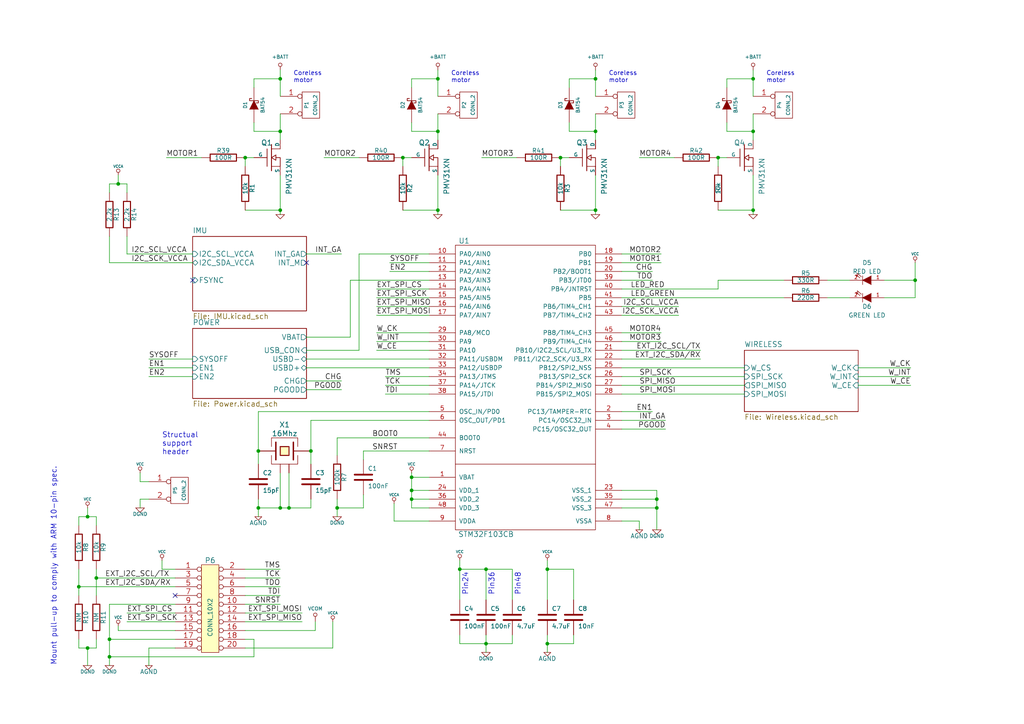
<source format=kicad_sch>
(kicad_sch (version 20211123) (generator eeschema)

  (uuid 84e5506c-143e-495f-9aa4-d3a71622f213)

  (paper "A4")

  (title_block
    (title " Control Board ")
    (date "2021-08-29")
    (rev "Final")
    (company "ITCR Based on Bitcraze repository")
  )

  (lib_symbols
    (symbol "Crazyflie-contol-board-rescue:+BATT" (power) (pin_names (offset 0)) (in_bom yes) (on_board yes)
      (property "Reference" "#PWR" (id 0) (at 0 -1.27 0)
        (effects (font (size 0.508 0.508)) hide)
      )
      (property "Value" "+BATT" (id 1) (at 0 2.54 0)
        (effects (font (size 0.762 0.762)))
      )
      (property "Footprint" "" (id 2) (at 0 0 0)
        (effects (font (size 1.27 1.27)) hide)
      )
      (property "Datasheet" "" (id 3) (at 0 0 0)
        (effects (font (size 1.27 1.27)) hide)
      )
      (symbol "+BATT_0_0"
        (pin power_in line (at 0 0 90) (length 0) hide
          (name "+BATT" (effects (font (size 0.508 0.508))))
          (number "1" (effects (font (size 0.508 0.508))))
        )
      )
      (symbol "+BATT_0_1"
        (polyline
          (pts
            (xy 0 0)
            (xy 0 1.016)
            (xy 0 1.016)
          )
          (stroke (width 0) (type default) (color 0 0 0 0))
          (fill (type none))
        )
        (circle (center 0 1.524) (radius 0.508)
          (stroke (width 0) (type default) (color 0 0 0 0))
          (fill (type none))
        )
      )
    )
    (symbol "Crazyflie-contol-board-rescue:AGND" (power) (pin_names (offset 0.254)) (in_bom yes) (on_board yes)
      (property "Reference" "#PWR" (id 0) (at 0 0 0)
        (effects (font (size 1.016 1.016)) hide)
      )
      (property "Value" "AGND" (id 1) (at 0 -1.778 0)
        (effects (font (size 1.27 1.27)))
      )
      (property "Footprint" "" (id 2) (at 0 0 0)
        (effects (font (size 1.27 1.27)) hide)
      )
      (property "Datasheet" "" (id 3) (at 0 0 0)
        (effects (font (size 1.27 1.27)) hide)
      )
      (symbol "AGND_0_1"
        (polyline
          (pts
            (xy -1.016 0)
            (xy 1.016 0)
            (xy 0 -1.016)
            (xy -1.016 0)
          )
          (stroke (width 0) (type default) (color 0 0 0 0))
          (fill (type none))
        )
      )
      (symbol "AGND_1_1"
        (pin power_in line (at 0 0 90) (length 0) hide
          (name "AGND" (effects (font (size 1.016 1.016))))
          (number "1" (effects (font (size 1.016 1.016))))
        )
      )
    )
    (symbol "Crazyflie-contol-board-rescue:C" (pin_numbers hide) (pin_names (offset 0.254)) (in_bom yes) (on_board yes)
      (property "Reference" "C" (id 0) (at 1.27 2.54 0)
        (effects (font (size 1.27 1.27)) (justify left))
      )
      (property "Value" "C" (id 1) (at 1.27 -2.54 0)
        (effects (font (size 1.27 1.27)) (justify left))
      )
      (property "Footprint" "" (id 2) (at 0 0 0)
        (effects (font (size 1.27 1.27)) hide)
      )
      (property "Datasheet" "" (id 3) (at 0 0 0)
        (effects (font (size 1.27 1.27)) hide)
      )
      (property "ki_fp_filters" "SM* C? C1-1" (id 4) (at 0 0 0)
        (effects (font (size 1.27 1.27)) hide)
      )
      (symbol "C_0_1"
        (polyline
          (pts
            (xy -2.54 -0.762)
            (xy 2.54 -0.762)
          )
          (stroke (width 0.508) (type default) (color 0 0 0 0))
          (fill (type none))
        )
        (polyline
          (pts
            (xy -2.54 0.762)
            (xy 2.54 0.762)
          )
          (stroke (width 0.508) (type default) (color 0 0 0 0))
          (fill (type none))
        )
      )
      (symbol "C_1_1"
        (pin passive line (at 0 5.08 270) (length 4.318)
          (name "~" (effects (font (size 1.016 1.016))))
          (number "1" (effects (font (size 1.016 1.016))))
        )
        (pin passive line (at 0 -5.08 90) (length 4.318)
          (name "~" (effects (font (size 1.016 1.016))))
          (number "2" (effects (font (size 1.016 1.016))))
        )
      )
    )
    (symbol "Crazyflie-contol-board-rescue:CONN_10X2" (pin_names (offset 0.254) hide) (in_bom yes) (on_board yes)
      (property "Reference" "P" (id 0) (at 0 13.97 0)
        (effects (font (size 1.524 1.524)))
      )
      (property "Value" "CONN_10X2" (id 1) (at 0 -2.54 90)
        (effects (font (size 1.27 1.27)))
      )
      (property "Footprint" "" (id 2) (at 0 0 0)
        (effects (font (size 1.27 1.27)) hide)
      )
      (property "Datasheet" "" (id 3) (at 0 0 0)
        (effects (font (size 1.27 1.27)) hide)
      )
      (symbol "CONN_10X2_0_1"
        (rectangle (start -2.54 12.7) (end 2.54 -12.7)
          (stroke (width 0) (type default) (color 0 0 0 0))
          (fill (type background))
        )
      )
      (symbol "CONN_10X2_1_1"
        (pin passive inverted (at -10.16 11.43 0) (length 7.62)
          (name "P1" (effects (font (size 0.762 0.762))))
          (number "1" (effects (font (size 1.524 1.524))))
        )
        (pin passive inverted (at 10.16 1.27 180) (length 7.62)
          (name "P10" (effects (font (size 0.762 0.762))))
          (number "10" (effects (font (size 1.524 1.524))))
        )
        (pin passive inverted (at -10.16 -1.27 0) (length 7.62)
          (name "P11" (effects (font (size 0.762 0.762))))
          (number "11" (effects (font (size 1.524 1.524))))
        )
        (pin passive inverted (at 10.16 -1.27 180) (length 7.62)
          (name "P12" (effects (font (size 0.762 0.762))))
          (number "12" (effects (font (size 1.524 1.524))))
        )
        (pin passive inverted (at -10.16 -3.81 0) (length 7.62)
          (name "P13" (effects (font (size 0.762 0.762))))
          (number "13" (effects (font (size 1.524 1.524))))
        )
        (pin passive inverted (at 10.16 -3.81 180) (length 7.62)
          (name "P14" (effects (font (size 0.762 0.762))))
          (number "14" (effects (font (size 1.524 1.524))))
        )
        (pin passive inverted (at -10.16 -6.35 0) (length 7.62)
          (name "P15" (effects (font (size 0.762 0.762))))
          (number "15" (effects (font (size 1.524 1.524))))
        )
        (pin passive inverted (at 10.16 -6.35 180) (length 7.62)
          (name "P16" (effects (font (size 0.762 0.762))))
          (number "16" (effects (font (size 1.524 1.524))))
        )
        (pin passive inverted (at -10.16 -8.89 0) (length 7.62)
          (name "P17" (effects (font (size 0.762 0.762))))
          (number "17" (effects (font (size 1.524 1.524))))
        )
        (pin passive inverted (at 10.16 -8.89 180) (length 7.62)
          (name "P18" (effects (font (size 0.762 0.762))))
          (number "18" (effects (font (size 1.524 1.524))))
        )
        (pin passive inverted (at -10.16 -11.43 0) (length 7.62)
          (name "P19" (effects (font (size 0.762 0.762))))
          (number "19" (effects (font (size 1.524 1.524))))
        )
        (pin passive inverted (at 10.16 11.43 180) (length 7.62)
          (name "P2" (effects (font (size 0.762 0.762))))
          (number "2" (effects (font (size 1.524 1.524))))
        )
        (pin passive inverted (at 10.16 -11.43 180) (length 7.62)
          (name "P20" (effects (font (size 0.762 0.762))))
          (number "20" (effects (font (size 1.524 1.524))))
        )
        (pin passive inverted (at -10.16 8.89 0) (length 7.62)
          (name "P3" (effects (font (size 0.762 0.762))))
          (number "3" (effects (font (size 1.524 1.524))))
        )
        (pin passive inverted (at 10.16 8.89 180) (length 7.62)
          (name "P4" (effects (font (size 0.762 0.762))))
          (number "4" (effects (font (size 1.524 1.524))))
        )
        (pin passive inverted (at -10.16 6.35 0) (length 7.62)
          (name "P5" (effects (font (size 0.762 0.762))))
          (number "5" (effects (font (size 1.524 1.524))))
        )
        (pin passive inverted (at 10.16 6.35 180) (length 7.62)
          (name "P6" (effects (font (size 0.762 0.762))))
          (number "6" (effects (font (size 1.524 1.524))))
        )
        (pin passive inverted (at -10.16 3.81 0) (length 7.62)
          (name "P7" (effects (font (size 0.762 0.762))))
          (number "7" (effects (font (size 1.524 1.524))))
        )
        (pin passive inverted (at 10.16 3.81 180) (length 7.62)
          (name "P8" (effects (font (size 0.762 0.762))))
          (number "8" (effects (font (size 1.524 1.524))))
        )
        (pin passive inverted (at -10.16 1.27 0) (length 7.62)
          (name "P9" (effects (font (size 0.762 0.762))))
          (number "9" (effects (font (size 1.524 1.524))))
        )
      )
    )
    (symbol "Crazyflie-contol-board-rescue:CONN_2" (pin_names (offset 1.016) hide) (in_bom yes) (on_board yes)
      (property "Reference" "P" (id 0) (at -1.27 0 90)
        (effects (font (size 1.016 1.016)))
      )
      (property "Value" "CONN_2" (id 1) (at 1.27 0 90)
        (effects (font (size 1.016 1.016)))
      )
      (property "Footprint" "" (id 2) (at 0 0 0)
        (effects (font (size 1.27 1.27)) hide)
      )
      (property "Datasheet" "" (id 3) (at 0 0 0)
        (effects (font (size 1.27 1.27)) hide)
      )
      (symbol "CONN_2_0_1"
        (rectangle (start -2.54 3.81) (end 2.54 -3.81)
          (stroke (width 0) (type default) (color 0 0 0 0))
          (fill (type none))
        )
      )
      (symbol "CONN_2_1_1"
        (pin passive inverted (at -8.89 2.54 0) (length 6.35)
          (name "P1" (effects (font (size 1.524 1.524))))
          (number "1" (effects (font (size 1.524 1.524))))
        )
        (pin passive inverted (at -8.89 -2.54 0) (length 6.35)
          (name "PM" (effects (font (size 1.524 1.524))))
          (number "2" (effects (font (size 1.524 1.524))))
        )
      )
    )
    (symbol "Crazyflie-contol-board-rescue:CRYSTAL_SMD" (pin_numbers hide) (pin_names (offset 1.016) hide) (in_bom yes) (on_board yes)
      (property "Reference" "X" (id 0) (at 0 7.62 0)
        (effects (font (size 1.524 1.524)))
      )
      (property "Value" "CRYSTAL_SMD" (id 1) (at 0 5.08 0)
        (effects (font (size 1.524 1.524)))
      )
      (property "Footprint" "" (id 2) (at 0 0 0)
        (effects (font (size 1.27 1.27)) hide)
      )
      (property "Datasheet" "" (id 3) (at 0 0 0)
        (effects (font (size 1.27 1.27)) hide)
      )
      (property "ki_fp_filters" "XTAL-5.0x3.2" (id 4) (at 0 0 0)
        (effects (font (size 1.27 1.27)) hide)
      )
      (symbol "CRYSTAL_SMD_0_1"
        (polyline
          (pts
            (xy -2.54 2.54)
            (xy -2.54 -2.54)
          )
          (stroke (width 0.4064) (type default) (color 0 0 0 0))
          (fill (type none))
        )
        (polyline
          (pts
            (xy 2.54 2.54)
            (xy 2.54 -2.54)
          )
          (stroke (width 0.4064) (type default) (color 0 0 0 0))
          (fill (type none))
        )
        (polyline
          (pts
            (xy -3.81 -1.27)
            (xy -3.81 -3.81)
            (xy 3.81 -3.81)
            (xy 3.81 -1.27)
          )
          (stroke (width 0) (type default) (color 0 0 0 0))
          (fill (type none))
        )
        (polyline
          (pts
            (xy -3.81 1.27)
            (xy -3.81 3.81)
            (xy 3.81 3.81)
            (xy 3.81 1.27)
          )
          (stroke (width 0) (type default) (color 0 0 0 0))
          (fill (type none))
        )
        (polyline
          (pts
            (xy -1.27 1.27)
            (xy 1.27 1.27)
            (xy 1.27 -1.27)
            (xy -1.27 -1.27)
            (xy -1.27 1.27)
          )
          (stroke (width 0.3048) (type default) (color 0 0 0 0))
          (fill (type background))
        )
      )
      (symbol "CRYSTAL_SMD_1_1"
        (pin passive line (at -7.62 0 0) (length 5.08)
          (name "1" (effects (font (size 1.016 1.016))))
          (number "1" (effects (font (size 1.016 1.016))))
        )
        (pin passive line (at -1.27 -6.35 90) (length 2.54)
          (name "GND" (effects (font (size 1.27 1.27))))
          (number "2" (effects (font (size 1.27 1.27))))
        )
        (pin passive line (at 7.62 0 180) (length 5.08)
          (name "3" (effects (font (size 1.016 1.016))))
          (number "3" (effects (font (size 1.016 1.016))))
        )
        (pin passive line (at 1.27 -6.35 90) (length 2.54)
          (name "GND" (effects (font (size 1.27 1.27))))
          (number "4" (effects (font (size 1.27 1.27))))
        )
      )
    )
    (symbol "Crazyflie-contol-board-rescue:DGND" (power) (pin_names (offset 1.016)) (in_bom yes) (on_board yes)
      (property "Reference" "#PWR" (id 0) (at 0 0 0)
        (effects (font (size 1.016 1.016)) hide)
      )
      (property "Value" "DGND" (id 1) (at 0 -1.778 0)
        (effects (font (size 1.016 1.016)))
      )
      (property "Footprint" "" (id 2) (at 0 0 0)
        (effects (font (size 1.27 1.27)) hide)
      )
      (property "Datasheet" "" (id 3) (at 0 0 0)
        (effects (font (size 1.27 1.27)) hide)
      )
      (symbol "DGND_0_1"
        (polyline
          (pts
            (xy -1.27 0)
            (xy 0 -1.27)
            (xy 1.27 0)
            (xy -1.27 0)
          )
          (stroke (width 0) (type default) (color 0 0 0 0))
          (fill (type none))
        )
      )
      (symbol "DGND_1_1"
        (pin power_in line (at 0 0 90) (length 0) hide
          (name "DGND" (effects (font (size 1.016 1.016))))
          (number "1" (effects (font (size 1.016 1.016))))
        )
      )
    )
    (symbol "Crazyflie-contol-board-rescue:DIODESCH" (pin_numbers hide) (pin_names (offset 1.016) hide) (in_bom yes) (on_board yes)
      (property "Reference" "D" (id 0) (at 0 2.54 0)
        (effects (font (size 1.016 1.016)))
      )
      (property "Value" "DIODESCH" (id 1) (at 0 -2.54 0)
        (effects (font (size 1.016 1.016)))
      )
      (property "Footprint" "" (id 2) (at 0 0 0)
        (effects (font (size 1.27 1.27)) hide)
      )
      (property "Datasheet" "" (id 3) (at 0 0 0)
        (effects (font (size 1.27 1.27)) hide)
      )
      (property "ki_fp_filters" "D? S*" (id 4) (at 0 0 0)
        (effects (font (size 1.27 1.27)) hide)
      )
      (symbol "DIODESCH_0_1"
        (polyline
          (pts
            (xy -1.27 1.27)
            (xy 1.27 0)
            (xy -1.27 -1.27)
          )
          (stroke (width 0) (type default) (color 0 0 0 0))
          (fill (type outline))
        )
        (polyline
          (pts
            (xy 1.905 0.635)
            (xy 1.905 1.27)
            (xy 1.27 1.27)
            (xy 1.27 -1.27)
            (xy 0.635 -1.27)
            (xy 0.635 -0.635)
          )
          (stroke (width 0.2032) (type default) (color 0 0 0 0))
          (fill (type none))
        )
      )
      (symbol "DIODESCH_1_1"
        (pin passive line (at -5.08 0 0) (length 3.81)
          (name "A" (effects (font (size 1.016 1.016))))
          (number "1" (effects (font (size 1.016 1.016))))
        )
        (pin passive line (at 5.08 0 180) (length 3.81)
          (name "K" (effects (font (size 1.016 1.016))))
          (number "2" (effects (font (size 1.016 1.016))))
        )
      )
    )
    (symbol "Crazyflie-contol-board-rescue:GND" (power) (pin_names (offset 0)) (in_bom yes) (on_board yes)
      (property "Reference" "#PWR" (id 0) (at 0 0 0)
        (effects (font (size 0.762 0.762)) hide)
      )
      (property "Value" "GND" (id 1) (at 0 -1.778 0)
        (effects (font (size 0.762 0.762)) hide)
      )
      (property "Footprint" "" (id 2) (at 0 0 0)
        (effects (font (size 1.27 1.27)) hide)
      )
      (property "Datasheet" "" (id 3) (at 0 0 0)
        (effects (font (size 1.27 1.27)) hide)
      )
      (symbol "GND_0_1"
        (polyline
          (pts
            (xy -1.27 0)
            (xy 0 -1.27)
            (xy 1.27 0)
            (xy -1.27 0)
          )
          (stroke (width 0) (type default) (color 0 0 0 0))
          (fill (type none))
        )
      )
      (symbol "GND_1_1"
        (pin power_in line (at 0 0 90) (length 0) hide
          (name "GND" (effects (font (size 0.762 0.762))))
          (number "1" (effects (font (size 0.762 0.762))))
        )
      )
    )
    (symbol "Crazyflie-contol-board-rescue:LED" (pin_names (offset 1.016) hide) (in_bom yes) (on_board yes)
      (property "Reference" "D" (id 0) (at 0 2.54 0)
        (effects (font (size 1.27 1.27)))
      )
      (property "Value" "LED" (id 1) (at 0 -2.54 0)
        (effects (font (size 1.27 1.27)))
      )
      (property "Footprint" "" (id 2) (at 0 0 0)
        (effects (font (size 1.27 1.27)) hide)
      )
      (property "Datasheet" "" (id 3) (at 0 0 0)
        (effects (font (size 1.27 1.27)) hide)
      )
      (property "ki_fp_filters" "LED-3MM LED-5MM LED-10MM LED-0603 LED-0805 LED-1206 LEDV" (id 4) (at 0 0 0)
        (effects (font (size 1.27 1.27)) hide)
      )
      (symbol "LED_0_1"
        (polyline
          (pts
            (xy 1.27 1.27)
            (xy 1.27 -1.27)
          )
          (stroke (width 0) (type default) (color 0 0 0 0))
          (fill (type none))
        )
        (polyline
          (pts
            (xy -1.27 1.27)
            (xy 1.27 0)
            (xy -1.27 -1.27)
          )
          (stroke (width 0) (type default) (color 0 0 0 0))
          (fill (type outline))
        )
        (polyline
          (pts
            (xy 1.651 -1.016)
            (xy 2.794 -2.032)
            (xy 2.667 -1.397)
          )
          (stroke (width 0) (type default) (color 0 0 0 0))
          (fill (type none))
        )
        (polyline
          (pts
            (xy 2.032 -0.635)
            (xy 3.175 -1.651)
            (xy 3.048 -1.016)
          )
          (stroke (width 0) (type default) (color 0 0 0 0))
          (fill (type none))
        )
      )
      (symbol "LED_1_1"
        (pin passive line (at -5.08 0 0) (length 3.81)
          (name "A" (effects (font (size 1.016 1.016))))
          (number "1" (effects (font (size 1.016 1.016))))
        )
        (pin passive line (at 5.08 0 180) (length 3.81)
          (name "K" (effects (font (size 1.016 1.016))))
          (number "2" (effects (font (size 1.016 1.016))))
        )
      )
    )
    (symbol "Crazyflie-contol-board-rescue:MOSFET_N" (pin_numbers hide) (pin_names (offset 0)) (in_bom yes) (on_board yes)
      (property "Reference" "Q" (id 0) (at 0.254 4.318 0)
        (effects (font (size 1.524 1.524)) (justify right))
      )
      (property "Value" "MOSFET_N" (id 1) (at 0.254 -3.81 0)
        (effects (font (size 1.524 1.524)) (justify right))
      )
      (property "Footprint" "" (id 2) (at 0 0 0)
        (effects (font (size 1.27 1.27)) hide)
      )
      (property "Datasheet" "" (id 3) (at 0 0 0)
        (effects (font (size 1.27 1.27)) hide)
      )
      (symbol "MOSFET_N_0_1"
        (polyline
          (pts
            (xy -1.27 -2.54)
            (xy -1.27 2.54)
          )
          (stroke (width 0.2032) (type default) (color 0 0 0 0))
          (fill (type none))
        )
        (polyline
          (pts
            (xy 0 -3.81)
            (xy 0 3.81)
          )
          (stroke (width 0.254) (type default) (color 0 0 0 0))
          (fill (type none))
        )
        (polyline
          (pts
            (xy 2.54 -2.54)
            (xy 0 -2.54)
          )
          (stroke (width 0) (type default) (color 0 0 0 0))
          (fill (type none))
        )
        (polyline
          (pts
            (xy 2.54 2.54)
            (xy 0 2.54)
          )
          (stroke (width 0) (type default) (color 0 0 0 0))
          (fill (type none))
        )
        (polyline
          (pts
            (xy 2.54 -2.54)
            (xy 2.54 0)
            (xy 1.27 0)
          )
          (stroke (width 0.2032) (type default) (color 0 0 0 0))
          (fill (type none))
        )
        (polyline
          (pts
            (xy 1.27 0.762)
            (xy 1.27 -0.762)
            (xy 0 0)
            (xy 1.27 0.762)
            (xy 1.27 0.762)
          )
          (stroke (width 0.2032) (type default) (color 0 0 0 0))
          (fill (type none))
        )
      )
      (symbol "MOSFET_N_1_1"
        (pin passive line (at 2.54 5.08 270) (length 2.54)
          (name "D" (effects (font (size 1.016 1.016))))
          (number "D" (effects (font (size 1.016 1.016))))
        )
        (pin input line (at -5.08 0 0) (length 3.81)
          (name "G" (effects (font (size 1.016 1.016))))
          (number "G" (effects (font (size 1.016 1.016))))
        )
        (pin passive line (at 2.54 -5.08 90) (length 2.54)
          (name "S" (effects (font (size 1.016 1.016))))
          (number "S" (effects (font (size 1.016 1.016))))
        )
      )
    )
    (symbol "Crazyflie-contol-board-rescue:R" (pin_numbers hide) (pin_names (offset 0)) (in_bom yes) (on_board yes)
      (property "Reference" "R" (id 0) (at 2.032 0 90)
        (effects (font (size 1.27 1.27)))
      )
      (property "Value" "R" (id 1) (at 0 0 90)
        (effects (font (size 1.27 1.27)))
      )
      (property "Footprint" "" (id 2) (at 0 0 0)
        (effects (font (size 1.27 1.27)) hide)
      )
      (property "Datasheet" "" (id 3) (at 0 0 0)
        (effects (font (size 1.27 1.27)) hide)
      )
      (property "ki_fp_filters" "R? SM0603 SM0805 R?-* SM1206" (id 4) (at 0 0 0)
        (effects (font (size 1.27 1.27)) hide)
      )
      (symbol "R_0_1"
        (rectangle (start -1.016 3.81) (end 1.016 -3.81)
          (stroke (width 0.3048) (type default) (color 0 0 0 0))
          (fill (type none))
        )
      )
      (symbol "R_1_1"
        (pin passive line (at 0 6.35 270) (length 2.54)
          (name "~" (effects (font (size 1.524 1.524))))
          (number "1" (effects (font (size 1.524 1.524))))
        )
        (pin passive line (at 0 -6.35 90) (length 2.54)
          (name "~" (effects (font (size 1.524 1.524))))
          (number "2" (effects (font (size 1.524 1.524))))
        )
      )
    )
    (symbol "Crazyflie-contol-board-rescue:STM32F103CB" (pin_names (offset 1.016)) (in_bom yes) (on_board yes)
      (property "Reference" "U" (id 0) (at -17.78 44.45 0)
        (effects (font (size 1.524 1.524)))
      )
      (property "Value" "STM32F103CB" (id 1) (at -11.43 -40.64 0)
        (effects (font (size 1.524 1.524)))
      )
      (property "Footprint" "" (id 2) (at 0 0 0)
        (effects (font (size 1.27 1.27)) hide)
      )
      (property "Datasheet" "" (id 3) (at 0 0 0)
        (effects (font (size 1.27 1.27)) hide)
      )
      (property "ki_fp_filters" "LQFP-48 lqfp48 QFN-48 qfn48" (id 4) (at 0 0 0)
        (effects (font (size 1.27 1.27)) hide)
      )
      (symbol "STM32F103CB_0_1"
        (rectangle (start -20.32 43.18) (end 20.32 -39.37)
          (stroke (width 0) (type default) (color 0 0 0 0))
          (fill (type none))
        )
        (polyline
          (pts
            (xy -20.32 -20.32)
            (xy 20.32 -20.32)
            (xy 20.32 -20.32)
          )
          (stroke (width 0) (type default) (color 0 0 0 0))
          (fill (type none))
        )
      )
      (symbol "STM32F103CB_1_1"
        (pin power_in line (at -27.94 -24.13 0) (length 7.62)
          (name "VBAT" (effects (font (size 1.27 1.27))))
          (number "1" (effects (font (size 1.27 1.27))))
        )
        (pin bidirectional line (at -27.94 40.64 0) (length 7.62)
          (name "PA0/AIN0" (effects (font (size 1.27 1.27))))
          (number "10" (effects (font (size 1.27 1.27))))
        )
        (pin bidirectional line (at -27.94 38.1 0) (length 7.62)
          (name "PA1/AIN1" (effects (font (size 1.27 1.27))))
          (number "11" (effects (font (size 1.27 1.27))))
        )
        (pin bidirectional line (at -27.94 35.56 0) (length 7.62)
          (name "PA2/AIN2" (effects (font (size 1.27 1.27))))
          (number "12" (effects (font (size 1.27 1.27))))
        )
        (pin bidirectional line (at -27.94 33.02 0) (length 7.62)
          (name "PA3/AIN3" (effects (font (size 1.27 1.27))))
          (number "13" (effects (font (size 1.27 1.27))))
        )
        (pin bidirectional line (at -27.94 30.48 0) (length 7.62)
          (name "PA4/AIN4" (effects (font (size 1.27 1.27))))
          (number "14" (effects (font (size 1.27 1.27))))
        )
        (pin bidirectional line (at -27.94 27.94 0) (length 7.62)
          (name "PA5/AIN5" (effects (font (size 1.27 1.27))))
          (number "15" (effects (font (size 1.27 1.27))))
        )
        (pin bidirectional line (at -27.94 25.4 0) (length 7.62)
          (name "PA6/AIN6" (effects (font (size 1.27 1.27))))
          (number "16" (effects (font (size 1.27 1.27))))
        )
        (pin bidirectional line (at -27.94 22.86 0) (length 7.62)
          (name "PA7/AIN7" (effects (font (size 1.27 1.27))))
          (number "17" (effects (font (size 1.27 1.27))))
        )
        (pin bidirectional line (at 27.94 40.64 180) (length 7.62)
          (name "PB0" (effects (font (size 1.27 1.27))))
          (number "18" (effects (font (size 1.27 1.27))))
        )
        (pin bidirectional line (at 27.94 38.1 180) (length 7.62)
          (name "PB1" (effects (font (size 1.27 1.27))))
          (number "19" (effects (font (size 1.27 1.27))))
        )
        (pin bidirectional line (at 27.94 -5.08 180) (length 7.62)
          (name "PC13/TAMPER-RTC" (effects (font (size 1.27 1.27))))
          (number "2" (effects (font (size 1.27 1.27))))
        )
        (pin bidirectional line (at 27.94 35.56 180) (length 7.62)
          (name "PB2/BOOT1" (effects (font (size 1.27 1.27))))
          (number "20" (effects (font (size 1.27 1.27))))
        )
        (pin bidirectional line (at 27.94 12.7 180) (length 7.62)
          (name "PB10/I2C2_SCL/U3_TX" (effects (font (size 1.27 1.27))))
          (number "21" (effects (font (size 1.27 1.27))))
        )
        (pin bidirectional line (at 27.94 10.16 180) (length 7.62)
          (name "PB11/I2C2_SCK/U3_RX" (effects (font (size 1.27 1.27))))
          (number "22" (effects (font (size 1.27 1.27))))
        )
        (pin power_in line (at 27.94 -27.94 180) (length 7.62)
          (name "VSS_1" (effects (font (size 1.27 1.27))))
          (number "23" (effects (font (size 1.27 1.27))))
        )
        (pin power_in line (at -27.94 -27.94 0) (length 7.62)
          (name "VDD_1" (effects (font (size 1.27 1.27))))
          (number "24" (effects (font (size 1.27 1.27))))
        )
        (pin bidirectional line (at 27.94 7.62 180) (length 7.62)
          (name "PB12/SPI2_NSS" (effects (font (size 1.27 1.27))))
          (number "25" (effects (font (size 1.27 1.27))))
        )
        (pin bidirectional line (at 27.94 5.08 180) (length 7.62)
          (name "PB13/SPI2_SCK" (effects (font (size 1.27 1.27))))
          (number "26" (effects (font (size 1.27 1.27))))
        )
        (pin bidirectional line (at 27.94 2.54 180) (length 7.62)
          (name "PB14/SPI2_MISO" (effects (font (size 1.27 1.27))))
          (number "27" (effects (font (size 1.27 1.27))))
        )
        (pin bidirectional line (at 27.94 0 180) (length 7.62)
          (name "PB15/SPI2_MOSI" (effects (font (size 1.27 1.27))))
          (number "28" (effects (font (size 1.27 1.27))))
        )
        (pin bidirectional line (at -27.94 17.78 0) (length 7.62)
          (name "PA8/MCO" (effects (font (size 1.27 1.27))))
          (number "29" (effects (font (size 1.27 1.27))))
        )
        (pin bidirectional line (at 27.94 -7.62 180) (length 7.62)
          (name "PC14/OSC32_IN" (effects (font (size 1.27 1.27))))
          (number "3" (effects (font (size 1.27 1.27))))
        )
        (pin bidirectional line (at -27.94 15.24 0) (length 7.62)
          (name "PA9" (effects (font (size 1.27 1.27))))
          (number "30" (effects (font (size 1.27 1.27))))
        )
        (pin bidirectional line (at -27.94 12.7 0) (length 7.62)
          (name "PA10" (effects (font (size 1.27 1.27))))
          (number "31" (effects (font (size 1.27 1.27))))
        )
        (pin bidirectional line (at -27.94 10.16 0) (length 7.62)
          (name "PA11/USBDM" (effects (font (size 1.27 1.27))))
          (number "32" (effects (font (size 1.27 1.27))))
        )
        (pin bidirectional line (at -27.94 7.62 0) (length 7.62)
          (name "PA12/USBDP" (effects (font (size 1.27 1.27))))
          (number "33" (effects (font (size 1.27 1.27))))
        )
        (pin bidirectional line (at -27.94 5.08 0) (length 7.62)
          (name "PA13/JTMS" (effects (font (size 1.27 1.27))))
          (number "34" (effects (font (size 1.27 1.27))))
        )
        (pin power_in line (at 27.94 -30.48 180) (length 7.62)
          (name "VSS_2" (effects (font (size 1.27 1.27))))
          (number "35" (effects (font (size 1.27 1.27))))
        )
        (pin power_in line (at -27.94 -30.48 0) (length 7.62)
          (name "VDD_2" (effects (font (size 1.27 1.27))))
          (number "36" (effects (font (size 1.27 1.27))))
        )
        (pin bidirectional line (at -27.94 2.54 0) (length 7.62)
          (name "PA14/JTCK" (effects (font (size 1.27 1.27))))
          (number "37" (effects (font (size 1.27 1.27))))
        )
        (pin bidirectional line (at -27.94 0 0) (length 7.62)
          (name "PA15/JTDI" (effects (font (size 1.27 1.27))))
          (number "38" (effects (font (size 1.27 1.27))))
        )
        (pin bidirectional line (at 27.94 33.02 180) (length 7.62)
          (name "PB3/JTD0" (effects (font (size 1.27 1.27))))
          (number "39" (effects (font (size 1.27 1.27))))
        )
        (pin bidirectional line (at 27.94 -10.16 180) (length 7.62)
          (name "PC15/OSC32_OUT" (effects (font (size 1.27 1.27))))
          (number "4" (effects (font (size 1.27 1.27))))
        )
        (pin bidirectional line (at 27.94 30.48 180) (length 7.62)
          (name "PB4/JNTRST" (effects (font (size 1.27 1.27))))
          (number "40" (effects (font (size 1.27 1.27))))
        )
        (pin bidirectional line (at 27.94 27.94 180) (length 7.62)
          (name "PB5" (effects (font (size 1.27 1.27))))
          (number "41" (effects (font (size 1.27 1.27))))
        )
        (pin bidirectional line (at 27.94 25.4 180) (length 7.62)
          (name "PB6/TIM4_CH1" (effects (font (size 1.27 1.27))))
          (number "42" (effects (font (size 1.27 1.27))))
        )
        (pin bidirectional line (at 27.94 22.86 180) (length 7.62)
          (name "PB7/TIM4_CH2" (effects (font (size 1.27 1.27))))
          (number "43" (effects (font (size 1.27 1.27))))
        )
        (pin bidirectional line (at -27.94 -12.7 0) (length 7.62)
          (name "BOOT0" (effects (font (size 1.27 1.27))))
          (number "44" (effects (font (size 1.27 1.27))))
        )
        (pin bidirectional line (at 27.94 17.78 180) (length 7.62)
          (name "PB8/TIM4_CH3" (effects (font (size 1.27 1.27))))
          (number "45" (effects (font (size 1.27 1.27))))
        )
        (pin bidirectional line (at 27.94 15.24 180) (length 7.62)
          (name "PB9/TIM4_CH4" (effects (font (size 1.27 1.27))))
          (number "46" (effects (font (size 1.27 1.27))))
        )
        (pin power_in line (at 27.94 -33.02 180) (length 7.62)
          (name "VSS_3" (effects (font (size 1.27 1.27))))
          (number "47" (effects (font (size 1.27 1.27))))
        )
        (pin power_in line (at -27.94 -33.02 0) (length 7.62)
          (name "VDD_3" (effects (font (size 1.27 1.27))))
          (number "48" (effects (font (size 1.27 1.27))))
        )
        (pin bidirectional line (at -27.94 -5.08 0) (length 7.62)
          (name "OSC_IN/PD0" (effects (font (size 1.27 1.27))))
          (number "5" (effects (font (size 1.27 1.27))))
        )
        (pin bidirectional line (at -27.94 -7.62 0) (length 7.62)
          (name "OSC_OUT/PD1" (effects (font (size 1.27 1.27))))
          (number "6" (effects (font (size 1.27 1.27))))
        )
        (pin bidirectional line (at -27.94 -16.51 0) (length 7.62)
          (name "NRST" (effects (font (size 1.27 1.27))))
          (number "7" (effects (font (size 1.27 1.27))))
        )
        (pin power_in line (at 27.94 -36.83 180) (length 7.62)
          (name "VSSA" (effects (font (size 1.27 1.27))))
          (number "8" (effects (font (size 1.27 1.27))))
        )
        (pin power_in line (at -27.94 -36.83 0) (length 7.62)
          (name "VDDA" (effects (font (size 1.27 1.27))))
          (number "9" (effects (font (size 1.27 1.27))))
        )
      )
    )
    (symbol "Crazyflie-contol-board-rescue:VCC" (power) (pin_names (offset 0)) (in_bom yes) (on_board yes)
      (property "Reference" "#PWR" (id 0) (at 0 2.54 0)
        (effects (font (size 0.762 0.762)) hide)
      )
      (property "Value" "VCC" (id 1) (at 0 2.54 0)
        (effects (font (size 0.762 0.762)))
      )
      (property "Footprint" "" (id 2) (at 0 0 0)
        (effects (font (size 1.27 1.27)) hide)
      )
      (property "Datasheet" "" (id 3) (at 0 0 0)
        (effects (font (size 1.27 1.27)) hide)
      )
      (symbol "VCC_0_0"
        (pin power_in line (at 0 0 90) (length 0) hide
          (name "VCC" (effects (font (size 0.508 0.508))))
          (number "1" (effects (font (size 0.508 0.508))))
        )
      )
      (symbol "VCC_0_1"
        (polyline
          (pts
            (xy 0 0)
            (xy 0 0.762)
            (xy 0 0.762)
          )
          (stroke (width 0) (type default) (color 0 0 0 0))
          (fill (type none))
        )
        (circle (center 0 1.27) (radius 0.508)
          (stroke (width 0) (type default) (color 0 0 0 0))
          (fill (type none))
        )
      )
    )
    (symbol "Crazyflie-contol-board-rescue:VCCA" (power) (pin_names (offset 0)) (in_bom yes) (on_board yes)
      (property "Reference" "#PWR" (id 0) (at 0 2.54 0)
        (effects (font (size 0.762 0.762)) hide)
      )
      (property "Value" "VCCA" (id 1) (at 0 2.54 0)
        (effects (font (size 0.762 0.762)))
      )
      (property "Footprint" "" (id 2) (at 0 0 0)
        (effects (font (size 1.27 1.27)) hide)
      )
      (property "Datasheet" "" (id 3) (at 0 0 0)
        (effects (font (size 1.27 1.27)) hide)
      )
      (symbol "VCCA_0_0"
        (pin power_in line (at 0 0 90) (length 0) hide
          (name "VCCA" (effects (font (size 0.508 0.508))))
          (number "1" (effects (font (size 0.508 0.508))))
        )
      )
      (symbol "VCCA_0_1"
        (polyline
          (pts
            (xy 0 0)
            (xy 0 0.762)
            (xy 0 0.762)
          )
          (stroke (width 0) (type default) (color 0 0 0 0))
          (fill (type none))
        )
        (circle (center 0 1.27) (radius 0.508)
          (stroke (width 0) (type default) (color 0 0 0 0))
          (fill (type none))
        )
      )
    )
    (symbol "Crazyflie-contol-board-rescue:VCOM" (pin_names (offset 0)) (in_bom yes) (on_board yes)
      (property "Reference" "#PWR" (id 0) (at 0 5.08 0)
        (effects (font (size 1.016 1.016)) hide)
      )
      (property "Value" "VCOM" (id 1) (at 0 3.81 0)
        (effects (font (size 1.016 1.016)))
      )
      (property "Footprint" "" (id 2) (at 0 0 0)
        (effects (font (size 1.27 1.27)) hide)
      )
      (property "Datasheet" "" (id 3) (at 0 0 0)
        (effects (font (size 1.27 1.27)) hide)
      )
      (symbol "VCOM_0_0"
        (pin power_in line (at 0 0 90) (length 0) hide
          (name "VCOM" (effects (font (size 1.016 1.016))))
          (number "1" (effects (font (size 1.016 1.016))))
        )
      )
      (symbol "VCOM_0_1"
        (polyline
          (pts
            (xy 0 1.524)
            (xy 0 0)
          )
          (stroke (width 0) (type default) (color 0 0 0 0))
          (fill (type none))
        )
        (circle (center 0 2.032) (radius 0.508)
          (stroke (width 0) (type default) (color 0 0 0 0))
          (fill (type none))
        )
      )
    )
  )

  (junction (at 71.12 45.72) (diameter 0) (color 0 0 0 0)
    (uuid 02bac189-ce88-4201-a986-e602f9553dc1)
  )
  (junction (at 127 38.1) (diameter 0) (color 0 0 0 0)
    (uuid 03c7f780-fc1b-487a-b30d-567d6c09fdc8)
  )
  (junction (at 190.5 144.78) (diameter 0) (color 0 0 0 0)
    (uuid 065b9982-55f2-4822-977e-07e8a06e7b35)
  )
  (junction (at 218.44 22.86) (diameter 0) (color 0 0 0 0)
    (uuid 0ce8d3ab-2662-4158-8a2a-18b782908fc5)
  )
  (junction (at 22.86 170.18) (diameter 0) (color 0 0 0 0)
    (uuid 15fe8f3d-6077-4e0e-81d0-8ec3f4538981)
  )
  (junction (at 116.84 45.72) (diameter 0) (color 0 0 0 0)
    (uuid 226e6848-5ca6-48e1-bb24-ee9637a3e720)
  )
  (junction (at 140.97 186.69) (diameter 0) (color 0 0 0 0)
    (uuid 25e5aa8e-2696-44a3-8d3c-c2c53f2923cf)
  )
  (junction (at 208.28 45.72) (diameter 0) (color 0 0 0 0)
    (uuid 26cd24ad-dc7e-4f22-8cf0-d09179b0d265)
  )
  (junction (at 172.72 60.96) (diameter 0) (color 0 0 0 0)
    (uuid 309b3bff-19c8-41ec-a84d-63399c649f46)
  )
  (junction (at 90.17 130.81) (diameter 0) (color 0 0 0 0)
    (uuid 31540a7e-dc9e-4e4d-96b1-dab15efa5f4b)
  )
  (junction (at 127 60.96) (diameter 0) (color 0 0 0 0)
    (uuid 3e3d55c8-e0ea-48fb-8421-a84b7cb7055b)
  )
  (junction (at 162.56 45.72) (diameter 0) (color 0 0 0 0)
    (uuid 45580b2c-f853-4bae-b48d-8b2b7a8c9649)
  )
  (junction (at 172.72 22.86) (diameter 0) (color 0 0 0 0)
    (uuid 4632212f-13ce-4392-bc68-ccb9ba333770)
  )
  (junction (at 265.43 81.28) (diameter 0) (color 0 0 0 0)
    (uuid 4e315e69-0417-463a-8b7f-469a08d1496e)
  )
  (junction (at 74.93 130.81) (diameter 0) (color 0 0 0 0)
    (uuid 5edcefbe-9766-42c8-9529-28d0ec865573)
  )
  (junction (at 190.5 147.32) (diameter 0) (color 0 0 0 0)
    (uuid 6a2b20ae-096c-4d9f-92f8-2087c865914f)
  )
  (junction (at 140.97 165.1) (diameter 0) (color 0 0 0 0)
    (uuid 6bf05d19-ba3e-4ba6-8a6f-4e0bc45ea3b2)
  )
  (junction (at 81.28 38.1) (diameter 0) (color 0 0 0 0)
    (uuid 6fd4442e-30b3-428b-9306-61418a63d311)
  )
  (junction (at 119.38 142.24) (diameter 0) (color 0 0 0 0)
    (uuid 70fb572d-d5ec-41e7-9482-63d4578b4f47)
  )
  (junction (at 34.29 53.34) (diameter 0) (color 0 0 0 0)
    (uuid 7acd513a-187b-4936-9f93-2e521ce33ad5)
  )
  (junction (at 25.4 149.86) (diameter 0) (color 0 0 0 0)
    (uuid 8195a7cf-4576-44dd-9e0e-ee048fdb93dd)
  )
  (junction (at 119.38 138.43) (diameter 0) (color 0 0 0 0)
    (uuid 88668202-3f0b-4d07-84d4-dcd790f57272)
  )
  (junction (at 27.94 167.64) (diameter 0) (color 0 0 0 0)
    (uuid 88d2c4b8-79f2-4e8b-9f70-b7e0ed9c70f8)
  )
  (junction (at 172.72 38.1) (diameter 0) (color 0 0 0 0)
    (uuid 8d0c1d66-35ef-4a53-a28f-436a11b54f42)
  )
  (junction (at 31.75 190.5) (diameter 0) (color 0 0 0 0)
    (uuid 98c78427-acd5-4f90-9ad6-9f61c4809aec)
  )
  (junction (at 25.4 187.96) (diameter 0) (color 0 0 0 0)
    (uuid 9b3c58a7-a9b9-4498-abc0-f9f43e4f0292)
  )
  (junction (at 133.35 165.1) (diameter 0) (color 0 0 0 0)
    (uuid 9cbf35b8-f4d3-42a3-bb16-04ffd03fd8fd)
  )
  (junction (at 158.75 165.1) (diameter 0) (color 0 0 0 0)
    (uuid a4f86a46-3bc8-4daa-9125-a63f297eb114)
  )
  (junction (at 81.28 147.32) (diameter 0) (color 0 0 0 0)
    (uuid a6b7df29-bcf8-46a9-b623-7eaac47f5110)
  )
  (junction (at 81.28 60.96) (diameter 0) (color 0 0 0 0)
    (uuid bc3b3f93-69e0-44a5-b919-319b81d13095)
  )
  (junction (at 218.44 38.1) (diameter 0) (color 0 0 0 0)
    (uuid c04386e0-b49e-4fff-b380-675af13a62cb)
  )
  (junction (at 31.75 185.42) (diameter 0) (color 0 0 0 0)
    (uuid c701ee8e-1214-4781-a973-17bef7b6e3eb)
  )
  (junction (at 74.93 147.32) (diameter 0) (color 0 0 0 0)
    (uuid cada57e2-1fa7-4b9d-a2a0-2218773d5c50)
  )
  (junction (at 127 22.86) (diameter 0) (color 0 0 0 0)
    (uuid cb16d05e-318b-4e51-867b-70d791d75bea)
  )
  (junction (at 218.44 60.96) (diameter 0) (color 0 0 0 0)
    (uuid d5b800ca-1ab6-4b66-b5f7-2dda5658b504)
  )
  (junction (at 97.79 147.32) (diameter 0) (color 0 0 0 0)
    (uuid e32ee344-1030-4498-9cac-bfbf7540faf4)
  )
  (junction (at 81.28 22.86) (diameter 0) (color 0 0 0 0)
    (uuid e5203297-b913-4288-a576-12a92185cb52)
  )
  (junction (at 158.75 186.69) (diameter 0) (color 0 0 0 0)
    (uuid e67b9f8c-019b-4145-98a4-96545f6bb128)
  )
  (junction (at 83.82 147.32) (diameter 0) (color 0 0 0 0)
    (uuid e7bb7815-0d52-4bb8-b29a-8cf960bd2905)
  )
  (junction (at 119.38 144.78) (diameter 0) (color 0 0 0 0)
    (uuid f449bd37-cc90-4487-aee6-2a20b8d2843a)
  )

  (no_connect (at 50.8 172.72) (uuid 2454fd1b-3484-4838-8b7e-d26357238fe1))
  (no_connect (at 88.9 76.2) (uuid df3dc9a2-ba40-4c3a-87fe-61cc8e23d71b))
  (no_connect (at 55.88 81.28) (uuid e87a6f80-914f-4f62-9c9f-9ba62a88ee3d))

  (wire (pts (xy 240.03 86.36) (xy 246.38 86.36))
    (stroke (width 0) (type default) (color 0 0 0 0))
    (uuid 009a4fb4-fcc0-4623-ae5d-c1bae3219583)
  )
  (wire (pts (xy 124.46 78.74) (xy 113.03 78.74))
    (stroke (width 0) (type default) (color 0 0 0 0))
    (uuid 015f5586-ba76-4a98-9114-f5cd2c67134d)
  )
  (wire (pts (xy 40.64 139.7) (xy 40.64 137.16))
    (stroke (width 0) (type default) (color 0 0 0 0))
    (uuid 026ac84e-b8b2-4dd2-b675-8323c24fd778)
  )
  (wire (pts (xy 71.12 45.72) (xy 71.12 48.26))
    (stroke (width 0) (type default) (color 0 0 0 0))
    (uuid 02f8904b-a7b2-49dd-b392-764e7e29fb51)
  )
  (wire (pts (xy 119.38 38.1) (xy 127 38.1))
    (stroke (width 0) (type default) (color 0 0 0 0))
    (uuid 0325ec43-0390-4ae2-b055-b1ec6ce17b1c)
  )
  (wire (pts (xy 119.38 25.4) (xy 119.38 22.86))
    (stroke (width 0) (type default) (color 0 0 0 0))
    (uuid 057af6bb-cf6f-4bfb-b0c0-2e92a2c09a47)
  )
  (wire (pts (xy 256.54 86.36) (xy 265.43 86.36))
    (stroke (width 0) (type default) (color 0 0 0 0))
    (uuid 071522c0-d0ed-49b9-906e-6295f67fb0dc)
  )
  (wire (pts (xy 127 50.8) (xy 127 60.96))
    (stroke (width 0) (type default) (color 0 0 0 0))
    (uuid 083becc8-e25d-4206-9636-55457650bbe3)
  )
  (wire (pts (xy 208.28 45.72) (xy 210.82 45.72))
    (stroke (width 0) (type default) (color 0 0 0 0))
    (uuid 088f77ba-fca9-42b3-876e-a6937267f957)
  )
  (wire (pts (xy 208.28 48.26) (xy 208.28 45.72))
    (stroke (width 0) (type default) (color 0 0 0 0))
    (uuid 099096e4-8c2a-4d84-a16f-06b4b6330e7a)
  )
  (wire (pts (xy 218.44 33.02) (xy 218.44 38.1))
    (stroke (width 0) (type default) (color 0 0 0 0))
    (uuid 0ae82096-0994-4fb0-9a2a-d4ac4804abac)
  )
  (wire (pts (xy 140.97 165.1) (xy 148.59 165.1))
    (stroke (width 0) (type default) (color 0 0 0 0))
    (uuid 0b9f21ed-3d41-4f23-ae45-74117a5f3153)
  )
  (wire (pts (xy 43.18 139.7) (xy 40.64 139.7))
    (stroke (width 0) (type default) (color 0 0 0 0))
    (uuid 0bcafe80-ffba-4f1e-ae51-95a595b006db)
  )
  (wire (pts (xy 215.9 109.22) (xy 180.34 109.22))
    (stroke (width 0) (type default) (color 0 0 0 0))
    (uuid 0cc45b5b-96b3-4284-9cae-a3a9e324a916)
  )
  (wire (pts (xy 36.83 180.34) (xy 50.8 180.34))
    (stroke (width 0) (type default) (color 0 0 0 0))
    (uuid 0e8f7fc0-2ef2-4b90-9c15-8a3a601ee459)
  )
  (wire (pts (xy 265.43 86.36) (xy 265.43 81.28))
    (stroke (width 0) (type default) (color 0 0 0 0))
    (uuid 0f31f11f-c374-4640-b9a4-07bbdba8d354)
  )
  (wire (pts (xy 73.66 22.86) (xy 81.28 22.86))
    (stroke (width 0) (type default) (color 0 0 0 0))
    (uuid 0f324b67-75ef-407f-8dbc-3c1fc5c2abba)
  )
  (wire (pts (xy 172.72 33.02) (xy 172.72 38.1))
    (stroke (width 0) (type default) (color 0 0 0 0))
    (uuid 0fdc6f30-77bc-4e9b-8665-c8aa9acf5bf9)
  )
  (wire (pts (xy 40.64 147.32) (xy 40.64 144.78))
    (stroke (width 0) (type default) (color 0 0 0 0))
    (uuid 101ef598-601d-400e-9ef6-d655fbb1dbfa)
  )
  (wire (pts (xy 90.17 121.92) (xy 90.17 130.81))
    (stroke (width 0) (type default) (color 0 0 0 0))
    (uuid 109caac1-5036-4f23-9a66-f569d871501b)
  )
  (wire (pts (xy 218.44 38.1) (xy 218.44 40.64))
    (stroke (width 0) (type default) (color 0 0 0 0))
    (uuid 10d8ad0e-6a08-4053-92aa-23a15910fd21)
  )
  (wire (pts (xy 97.79 147.32) (xy 97.79 149.86))
    (stroke (width 0) (type default) (color 0 0 0 0))
    (uuid 123968c6-74e7-4754-8c36-08ea08e42555)
  )
  (wire (pts (xy 165.1 25.4) (xy 165.1 22.86))
    (stroke (width 0) (type default) (color 0 0 0 0))
    (uuid 173f6f06-e7d0-42ac-ab03-ce6b79b9eeee)
  )
  (wire (pts (xy 124.46 114.3) (xy 111.76 114.3))
    (stroke (width 0) (type default) (color 0 0 0 0))
    (uuid 18b7e157-ae67-48ad-bd7c-9fef6fe45b22)
  )
  (wire (pts (xy 36.83 68.58) (xy 36.83 73.66))
    (stroke (width 0) (type default) (color 0 0 0 0))
    (uuid 18f1018d-5857-4c32-a072-f3de80352f74)
  )
  (wire (pts (xy 124.46 121.92) (xy 90.17 121.92))
    (stroke (width 0) (type default) (color 0 0 0 0))
    (uuid 19b0959e-a79b-43b2-a5ad-525ced7e9131)
  )
  (wire (pts (xy 265.43 81.28) (xy 265.43 76.2))
    (stroke (width 0) (type default) (color 0 0 0 0))
    (uuid 1b023dd4-5185-4576-b544-68a05b9c360b)
  )
  (wire (pts (xy 119.38 22.86) (xy 127 22.86))
    (stroke (width 0) (type default) (color 0 0 0 0))
    (uuid 1c68b844-c861-46b7-b734-0242168a4220)
  )
  (wire (pts (xy 50.8 187.96) (xy 43.18 187.96))
    (stroke (width 0) (type default) (color 0 0 0 0))
    (uuid 1e518c2a-4cb7-4599-a1fa-5b9f847da7d3)
  )
  (wire (pts (xy 105.41 133.35) (xy 105.41 130.81))
    (stroke (width 0) (type default) (color 0 0 0 0))
    (uuid 1f8b2c0c-b042-4e2e-80f6-4959a27b238f)
  )
  (wire (pts (xy 22.86 149.86) (xy 22.86 152.4))
    (stroke (width 0) (type default) (color 0 0 0 0))
    (uuid 20c315f4-1e4f-49aa-8d61-778a7389df7e)
  )
  (wire (pts (xy 55.88 106.68) (xy 43.18 106.68))
    (stroke (width 0) (type default) (color 0 0 0 0))
    (uuid 20cca02e-4c4d-4961-b6b4-b40a1731b220)
  )
  (wire (pts (xy 99.06 73.66) (xy 88.9 73.66))
    (stroke (width 0) (type default) (color 0 0 0 0))
    (uuid 21492bcd-343a-4b2b-b55a-b4586c11bdeb)
  )
  (wire (pts (xy 46.99 165.1) (xy 46.99 162.56))
    (stroke (width 0) (type default) (color 0 0 0 0))
    (uuid 224768bc-6009-43ba-aa4a-70cbaa15b5a3)
  )
  (wire (pts (xy 158.75 165.1) (xy 166.37 165.1))
    (stroke (width 0) (type default) (color 0 0 0 0))
    (uuid 22999e73-da32-43a5-9163-4b3a41614f25)
  )
  (wire (pts (xy 124.46 111.76) (xy 111.76 111.76))
    (stroke (width 0) (type default) (color 0 0 0 0))
    (uuid 240c10af-51b5-420e-a6f4-a2c8f5db1db5)
  )
  (wire (pts (xy 215.9 106.68) (xy 180.34 106.68))
    (stroke (width 0) (type default) (color 0 0 0 0))
    (uuid 262f1ea9-0133-4b43-be36-456207ea857c)
  )
  (wire (pts (xy 180.34 83.82) (xy 208.28 83.82))
    (stroke (width 0) (type default) (color 0 0 0 0))
    (uuid 26801cfb-b53b-4a6a-a2f4-5f4986565765)
  )
  (wire (pts (xy 81.28 20.32) (xy 81.28 22.86))
    (stroke (width 0) (type default) (color 0 0 0 0))
    (uuid 27d56953-c620-4d5b-9c1c-e48bc3d9684a)
  )
  (wire (pts (xy 148.59 186.69) (xy 148.59 184.15))
    (stroke (width 0) (type default) (color 0 0 0 0))
    (uuid 2846428d-39de-4eae-8ce2-64955d56c493)
  )
  (wire (pts (xy 210.82 25.4) (xy 210.82 22.86))
    (stroke (width 0) (type default) (color 0 0 0 0))
    (uuid 29195ea4-8218-44a1-b4bf-466bee0082e4)
  )
  (wire (pts (xy 96.52 180.34) (xy 96.52 187.96))
    (stroke (width 0) (type default) (color 0 0 0 0))
    (uuid 29e058a7-50a3-43e5-81c3-bfee53da08be)
  )
  (wire (pts (xy 25.4 149.86) (xy 22.86 149.86))
    (stroke (width 0) (type default) (color 0 0 0 0))
    (uuid 2b64d2cb-d62a-4762-97ea-f1b0d4293c4f)
  )
  (wire (pts (xy 140.97 186.69) (xy 140.97 184.15))
    (stroke (width 0) (type default) (color 0 0 0 0))
    (uuid 2c95b9a6-9c71-4108-9cde-57ddfdd2dd19)
  )
  (wire (pts (xy 180.34 81.28) (xy 189.23 81.28))
    (stroke (width 0) (type default) (color 0 0 0 0))
    (uuid 2d697cf0-e02e-4ed1-a048-a704dab0ee43)
  )
  (wire (pts (xy 119.38 138.43) (xy 124.46 138.43))
    (stroke (width 0) (type default) (color 0 0 0 0))
    (uuid 2dc54bac-8640-4dd7-b8ed-3c7acb01a8ea)
  )
  (wire (pts (xy 162.56 60.96) (xy 172.72 60.96))
    (stroke (width 0) (type default) (color 0 0 0 0))
    (uuid 2e842263-c0ba-46fd-a760-6624d4c78278)
  )
  (wire (pts (xy 58.42 45.72) (xy 48.26 45.72))
    (stroke (width 0) (type default) (color 0 0 0 0))
    (uuid 2f424da3-8fae-4941-bc6d-20044787372f)
  )
  (wire (pts (xy 127 22.86) (xy 127 20.32))
    (stroke (width 0) (type default) (color 0 0 0 0))
    (uuid 3249bd81-9fd4-4194-9b4f-2e333b2195b8)
  )
  (wire (pts (xy 218.44 60.96) (xy 218.44 62.23))
    (stroke (width 0) (type default) (color 0 0 0 0))
    (uuid 347562f5-b152-4e7b-8a69-40ca6daaaad4)
  )
  (wire (pts (xy 180.34 86.36) (xy 227.33 86.36))
    (stroke (width 0) (type default) (color 0 0 0 0))
    (uuid 34a74736-156e-4bf3-9200-cd137cfa59da)
  )
  (wire (pts (xy 185.42 151.13) (xy 180.34 151.13))
    (stroke (width 0) (type default) (color 0 0 0 0))
    (uuid 34cdc1c9-c9e2-44c4-9677-c1c7d7efd83d)
  )
  (wire (pts (xy 27.94 187.96) (xy 27.94 185.42))
    (stroke (width 0) (type default) (color 0 0 0 0))
    (uuid 34d03349-6d78-4165-a683-2d8b76f2bae8)
  )
  (wire (pts (xy 87.63 180.34) (xy 71.12 180.34))
    (stroke (width 0) (type default) (color 0 0 0 0))
    (uuid 35a9f71f-ba35-47f6-814e-4106ac36c51e)
  )
  (wire (pts (xy 31.75 175.26) (xy 50.8 175.26))
    (stroke (width 0) (type default) (color 0 0 0 0))
    (uuid 37b6c6d6-3e12-4736-912a-ea6e2bf06721)
  )
  (wire (pts (xy 119.38 142.24) (xy 124.46 142.24))
    (stroke (width 0) (type default) (color 0 0 0 0))
    (uuid 37f31dec-63fc-4634-a141-5dc5d2b60fe4)
  )
  (wire (pts (xy 81.28 167.64) (xy 71.12 167.64))
    (stroke (width 0) (type default) (color 0 0 0 0))
    (uuid 382ca670-6ae8-4de6-90f9-f241d1337171)
  )
  (wire (pts (xy 34.29 50.8) (xy 34.29 53.34))
    (stroke (width 0) (type default) (color 0 0 0 0))
    (uuid 3a52f112-cb97-43db-aaeb-20afe27664d7)
  )
  (wire (pts (xy 73.66 45.72) (xy 71.12 45.72))
    (stroke (width 0) (type default) (color 0 0 0 0))
    (uuid 3bca658b-a598-4669-a7cb-3f9b5f47bb5a)
  )
  (wire (pts (xy 124.46 91.44) (xy 109.22 91.44))
    (stroke (width 0) (type default) (color 0 0 0 0))
    (uuid 3d552623-2969-4b15-8623-368144f225e9)
  )
  (wire (pts (xy 172.72 38.1) (xy 172.72 40.64))
    (stroke (width 0) (type default) (color 0 0 0 0))
    (uuid 3efa2ece-8f3f-4a8c-96e9-6ab3ec6f1f70)
  )
  (wire (pts (xy 180.34 101.6) (xy 203.2 101.6))
    (stroke (width 0) (type default) (color 0 0 0 0))
    (uuid 3fd54105-4b7e-4004-9801-76ec66108a22)
  )
  (wire (pts (xy 180.34 76.2) (xy 191.77 76.2))
    (stroke (width 0) (type default) (color 0 0 0 0))
    (uuid 40b14a16-fb82-4b9d-89dd-55cd98abb5cc)
  )
  (wire (pts (xy 127 27.94) (xy 127 22.86))
    (stroke (width 0) (type default) (color 0 0 0 0))
    (uuid 4107d40a-e5df-4255-aacc-13f9928e090c)
  )
  (wire (pts (xy 119.38 45.72) (xy 116.84 45.72))
    (stroke (width 0) (type default) (color 0 0 0 0))
    (uuid 41485de5-6ed3-4c83-b69e-ef83ae18093c)
  )
  (wire (pts (xy 31.75 68.58) (xy 31.75 76.2))
    (stroke (width 0) (type default) (color 0 0 0 0))
    (uuid 41acfe41-fac7-432a-a7a3-946566e2d504)
  )
  (wire (pts (xy 81.28 147.32) (xy 74.93 147.32))
    (stroke (width 0) (type default) (color 0 0 0 0))
    (uuid 430d6d73-9de6-41ca-b788-178d709f4aae)
  )
  (wire (pts (xy 31.75 76.2) (xy 55.88 76.2))
    (stroke (width 0) (type default) (color 0 0 0 0))
    (uuid 46cbe85d-ff47-428e-b187-4ebd50a66e0c)
  )
  (wire (pts (xy 81.28 22.86) (xy 81.28 27.94))
    (stroke (width 0) (type default) (color 0 0 0 0))
    (uuid 475ed8b3-90bf-48cd-bce5-d8f48b689541)
  )
  (wire (pts (xy 264.16 109.22) (xy 248.92 109.22))
    (stroke (width 0) (type default) (color 0 0 0 0))
    (uuid 4a850cb6-bb24-4274-a902-e49f34f0a0e3)
  )
  (wire (pts (xy 165.1 22.86) (xy 172.72 22.86))
    (stroke (width 0) (type default) (color 0 0 0 0))
    (uuid 4b03e854-02fe-44cc-bece-f8268b7cae54)
  )
  (wire (pts (xy 133.35 186.69) (xy 133.35 184.15))
    (stroke (width 0) (type default) (color 0 0 0 0))
    (uuid 4fa10683-33cd-4dcd-8acc-2415cd63c62a)
  )
  (wire (pts (xy 180.34 124.46) (xy 193.04 124.46))
    (stroke (width 0) (type default) (color 0 0 0 0))
    (uuid 503dbd88-3e6b-48cc-a2ea-a6e28b52a1f7)
  )
  (wire (pts (xy 104.14 73.66) (xy 104.14 101.6))
    (stroke (width 0) (type default) (color 0 0 0 0))
    (uuid 541721d1-074b-496e-a833-813044b3e8ca)
  )
  (wire (pts (xy 88.9 113.03) (xy 99.06 113.03))
    (stroke (width 0) (type default) (color 0 0 0 0))
    (uuid 5487601b-81d3-4c70-8f3d-cf9df9c63302)
  )
  (wire (pts (xy 264.16 111.76) (xy 248.92 111.76))
    (stroke (width 0) (type default) (color 0 0 0 0))
    (uuid 576c6616-e95d-4f1e-8ead-dea30fcdc8c2)
  )
  (wire (pts (xy 124.46 101.6) (xy 109.22 101.6))
    (stroke (width 0) (type default) (color 0 0 0 0))
    (uuid 592f25e6-a01b-47fd-8172-3da01117d00a)
  )
  (wire (pts (xy 148.59 186.69) (xy 140.97 186.69))
    (stroke (width 0) (type default) (color 0 0 0 0))
    (uuid 597a11f2-5d2c-4a65-ac95-38ad106e1367)
  )
  (wire (pts (xy 180.34 142.24) (xy 190.5 142.24))
    (stroke (width 0) (type default) (color 0 0 0 0))
    (uuid 59ec3156-036e-4049-89db-91a9dd07095f)
  )
  (wire (pts (xy 31.75 185.42) (xy 50.8 185.42))
    (stroke (width 0) (type default) (color 0 0 0 0))
    (uuid 5b34a16c-5a14-4291-8242-ea6d6ac54372)
  )
  (wire (pts (xy 91.44 180.34) (xy 91.44 182.88))
    (stroke (width 0) (type default) (color 0 0 0 0))
    (uuid 5cf2db29-f7ab-499a-9907-cdeba64bf0f3)
  )
  (wire (pts (xy 74.93 147.32) (xy 74.93 144.78))
    (stroke (width 0) (type default) (color 0 0 0 0))
    (uuid 5f312b85-6822-40a3-b417-2df49696ca2d)
  )
  (wire (pts (xy 124.46 109.22) (xy 111.76 109.22))
    (stroke (width 0) (type default) (color 0 0 0 0))
    (uuid 5fc9acb6-6dbb-4598-825b-4b9e7c4c67c4)
  )
  (wire (pts (xy 114.3 151.13) (xy 114.3 146.05))
    (stroke (width 0) (type default) (color 0 0 0 0))
    (uuid 609b9e1b-4e3b-42b7-ac76-a62ec4d0e7c7)
  )
  (wire (pts (xy 43.18 187.96) (xy 43.18 193.04))
    (stroke (width 0) (type default) (color 0 0 0 0))
    (uuid 644ae9fc-3c8e-4089-866e-a12bf371c3e9)
  )
  (wire (pts (xy 31.75 190.5) (xy 73.66 190.5))
    (stroke (width 0) (type default) (color 0 0 0 0))
    (uuid 65134029-dbd2-409a-85a8-13c2a33ff019)
  )
  (wire (pts (xy 180.34 88.9) (xy 196.85 88.9))
    (stroke (width 0) (type default) (color 0 0 0 0))
    (uuid 658dad07-97fd-466c-8b49-21892ac96ea4)
  )
  (wire (pts (xy 97.79 144.78) (xy 97.79 147.32))
    (stroke (width 0) (type default) (color 0 0 0 0))
    (uuid 6781326c-6e0d-4753-8f28-0f5c687e01f9)
  )
  (wire (pts (xy 31.75 185.42) (xy 31.75 175.26))
    (stroke (width 0) (type default) (color 0 0 0 0))
    (uuid 6a2bcc72-047b-4846-8583-1109e3552669)
  )
  (wire (pts (xy 215.9 114.3) (xy 180.34 114.3))
    (stroke (width 0) (type default) (color 0 0 0 0))
    (uuid 6b7c1048-12b6-46b2-b762-fa3ad30472dd)
  )
  (wire (pts (xy 55.88 104.14) (xy 43.18 104.14))
    (stroke (width 0) (type default) (color 0 0 0 0))
    (uuid 6d1d60ff-408a-47a7-892f-c5cf9ef6ca75)
  )
  (wire (pts (xy 166.37 165.1) (xy 166.37 173.99))
    (stroke (width 0) (type default) (color 0 0 0 0))
    (uuid 6e68f0cd-800e-4167-9553-71fc59da1eeb)
  )
  (wire (pts (xy 139.7 45.72) (xy 149.86 45.72))
    (stroke (width 0) (type default) (color 0 0 0 0))
    (uuid 6f80f798-dc24-438f-a1eb-4ee2936267c8)
  )
  (wire (pts (xy 105.41 130.81) (xy 124.46 130.81))
    (stroke (width 0) (type default) (color 0 0 0 0))
    (uuid 700e8b73-5976-423f-a3f3-ab3d9f3e9760)
  )
  (wire (pts (xy 81.28 38.1) (xy 81.28 33.02))
    (stroke (width 0) (type default) (color 0 0 0 0))
    (uuid 70d34adf-9bd8-469e-8c77-5c0d7adf511e)
  )
  (wire (pts (xy 74.93 130.81) (xy 74.93 119.38))
    (stroke (width 0) (type default) (color 0 0 0 0))
    (uuid 718e5c6d-0e4c-46d8-a149-2f2bfc54c7f1)
  )
  (wire (pts (xy 73.66 38.1) (xy 73.66 35.56))
    (stroke (width 0) (type default) (color 0 0 0 0))
    (uuid 721d1be9-236e-470b-ba69-f1cc6c43faf9)
  )
  (wire (pts (xy 127 60.96) (xy 127 62.23))
    (stroke (width 0) (type default) (color 0 0 0 0))
    (uuid 725cdf26-4b92-46db-bca9-10d930002dda)
  )
  (wire (pts (xy 90.17 147.32) (xy 83.82 147.32))
    (stroke (width 0) (type default) (color 0 0 0 0))
    (uuid 752417ee-7d0b-4ac8-a22c-26669881a2ab)
  )
  (wire (pts (xy 119.38 138.43) (xy 119.38 142.24))
    (stroke (width 0) (type default) (color 0 0 0 0))
    (uuid 76afa8e0-9b3a-439d-843c-ad039d3b6354)
  )
  (wire (pts (xy 25.4 187.96) (xy 27.94 187.96))
    (stroke (width 0) (type default) (color 0 0 0 0))
    (uuid 775e8983-a723-43c5-bf00-61681f0840f3)
  )
  (wire (pts (xy 34.29 53.34) (xy 36.83 53.34))
    (stroke (width 0) (type default) (color 0 0 0 0))
    (uuid 79451892-db6b-4999-916d-6392174ee493)
  )
  (wire (pts (xy 81.28 165.1) (xy 71.12 165.1))
    (stroke (width 0) (type default) (color 0 0 0 0))
    (uuid 79e31048-072a-4a40-a625-26bb0b5f046b)
  )
  (wire (pts (xy 27.94 149.86) (xy 25.4 149.86))
    (stroke (width 0) (type default) (color 0 0 0 0))
    (uuid 7a4ce4b3-518a-4819-b8b2-5127b3347c64)
  )
  (wire (pts (xy 124.46 151.13) (xy 114.3 151.13))
    (stroke (width 0) (type default) (color 0 0 0 0))
    (uuid 7afa54c4-2181-41d3-81f7-39efc497ecae)
  )
  (wire (pts (xy 88.9 97.79) (xy 101.6 97.79))
    (stroke (width 0) (type default) (color 0 0 0 0))
    (uuid 7b044939-8c4d-444f-b9e0-a15fcdeb5a86)
  )
  (wire (pts (xy 158.75 186.69) (xy 158.75 184.15))
    (stroke (width 0) (type default) (color 0 0 0 0))
    (uuid 7b766787-7689-40b8-9ef5-c0b1af45a9ae)
  )
  (wire (pts (xy 166.37 186.69) (xy 158.75 186.69))
    (stroke (width 0) (type default) (color 0 0 0 0))
    (uuid 7c04618d-9115-4179-b234-a8faf854ea92)
  )
  (wire (pts (xy 218.44 27.94) (xy 218.44 22.86))
    (stroke (width 0) (type default) (color 0 0 0 0))
    (uuid 7e0a03ae-d054-4f76-a131-5c09b8dc1636)
  )
  (wire (pts (xy 73.66 190.5) (xy 73.66 185.42))
    (stroke (width 0) (type default) (color 0 0 0 0))
    (uuid 7f2301df-e4bc-479e-a681-cc59c9a2dbbb)
  )
  (wire (pts (xy 50.8 182.88) (xy 34.29 182.88))
    (stroke (width 0) (type default) (color 0 0 0 0))
    (uuid 7f52d787-caa3-4a92-b1b2-19d554dc29a4)
  )
  (wire (pts (xy 31.75 53.34) (xy 34.29 53.34))
    (stroke (width 0) (type default) (color 0 0 0 0))
    (uuid 8087f566-a94d-4bbc-985b-e49ee7762296)
  )
  (wire (pts (xy 50.8 170.18) (xy 22.86 170.18))
    (stroke (width 0) (type default) (color 0 0 0 0))
    (uuid 814763c2-92e5-4a2c-941c-9bbd073f6e87)
  )
  (wire (pts (xy 74.93 119.38) (xy 124.46 119.38))
    (stroke (width 0) (type default) (color 0 0 0 0))
    (uuid 81a15393-727e-448b-a777-b18773023d89)
  )
  (wire (pts (xy 90.17 144.78) (xy 90.17 147.32))
    (stroke (width 0) (type default) (color 0 0 0 0))
    (uuid 82be7aae-5d06-4178-8c3e-98760c41b054)
  )
  (wire (pts (xy 140.97 186.69) (xy 133.35 186.69))
    (stroke (width 0) (type default) (color 0 0 0 0))
    (uuid 8486c294-aa7e-43c3-b257-1ca3356dd17a)
  )
  (wire (pts (xy 105.41 147.32) (xy 97.79 147.32))
    (stroke (width 0) (type default) (color 0 0 0 0))
    (uuid 86dc7a78-7d51-4111-9eea-8a8f7977eb16)
  )
  (wire (pts (xy 116.84 45.72) (xy 116.84 48.26))
    (stroke (width 0) (type default) (color 0 0 0 0))
    (uuid 86e98417-f5e4-48ba-8147-ef66cc03dde6)
  )
  (wire (pts (xy 162.56 48.26) (xy 162.56 45.72))
    (stroke (width 0) (type default) (color 0 0 0 0))
    (uuid 87d7448e-e139-4209-ae0b-372f805267da)
  )
  (wire (pts (xy 22.86 165.1) (xy 22.86 170.18))
    (stroke (width 0) (type default) (color 0 0 0 0))
    (uuid 89c0bc4d-eee5-4a77-ac35-d30b35db5cbe)
  )
  (wire (pts (xy 248.92 106.68) (xy 264.16 106.68))
    (stroke (width 0) (type default) (color 0 0 0 0))
    (uuid 89e83c2e-e90a-4a50-b278-880bac0cfb49)
  )
  (wire (pts (xy 116.84 60.96) (xy 127 60.96))
    (stroke (width 0) (type default) (color 0 0 0 0))
    (uuid 8aeae536-fd36-430e-be47-1a856eced2fc)
  )
  (wire (pts (xy 133.35 165.1) (xy 140.97 165.1))
    (stroke (width 0) (type default) (color 0 0 0 0))
    (uuid 8bc2c25a-a1f1-4ce8-b96a-a4f8f4c35079)
  )
  (wire (pts (xy 101.6 81.28) (xy 124.46 81.28))
    (stroke (width 0) (type default) (color 0 0 0 0))
    (uuid 8bd46048-cab7-4adf-af9a-bc2710c1894c)
  )
  (wire (pts (xy 172.72 50.8) (xy 172.72 60.96))
    (stroke (width 0) (type default) (color 0 0 0 0))
    (uuid 8c0807a7-765b-4fa5-baaa-e09a2b610e6b)
  )
  (wire (pts (xy 97.79 132.08) (xy 97.79 127))
    (stroke (width 0) (type default) (color 0 0 0 0))
    (uuid 8c1605f9-6c91-4701-96bf-e753661d5e23)
  )
  (wire (pts (xy 81.28 60.96) (xy 81.28 62.23))
    (stroke (width 0) (type default) (color 0 0 0 0))
    (uuid 8e295ed4-82cb-4d9f-8888-7ad2dd4d5129)
  )
  (wire (pts (xy 190.5 147.32) (xy 190.5 153.67))
    (stroke (width 0) (type default) (color 0 0 0 0))
    (uuid 90f81af1-b6de-44aa-a46b-6504a157ce6c)
  )
  (wire (pts (xy 127 33.02) (xy 127 38.1))
    (stroke (width 0) (type default) (color 0 0 0 0))
    (uuid 9193c41e-d425-447d-b95c-6986d66ea01c)
  )
  (wire (pts (xy 240.03 81.28) (xy 246.38 81.28))
    (stroke (width 0) (type default) (color 0 0 0 0))
    (uuid 91c1eb0a-67ae-4ef0-95ce-d060a03a7313)
  )
  (wire (pts (xy 190.5 147.32) (xy 180.34 147.32))
    (stroke (width 0) (type default) (color 0 0 0 0))
    (uuid 926001fd-2747-4639-8c0f-4fc46ff7218d)
  )
  (wire (pts (xy 124.46 86.36) (xy 109.22 86.36))
    (stroke (width 0) (type default) (color 0 0 0 0))
    (uuid 92848721-49b5-4e4c-b042-6fd51e1d562f)
  )
  (wire (pts (xy 119.38 35.56) (xy 119.38 38.1))
    (stroke (width 0) (type default) (color 0 0 0 0))
    (uuid 935f462d-8b1e-4005-9f1e-17f537ab1756)
  )
  (wire (pts (xy 119.38 144.78) (xy 119.38 147.32))
    (stroke (width 0) (type default) (color 0 0 0 0))
    (uuid 946404ba-9297-43ec-9d67-30184041145f)
  )
  (wire (pts (xy 36.83 53.34) (xy 36.83 55.88))
    (stroke (width 0) (type default) (color 0 0 0 0))
    (uuid 96315415-cfed-47d2-b3dd-d782358bd0df)
  )
  (wire (pts (xy 124.46 104.14) (xy 88.9 104.14))
    (stroke (width 0) (type default) (color 0 0 0 0))
    (uuid 970e0f64-111f-41e3-9f5a-fb0d0f6fa101)
  )
  (wire (pts (xy 83.82 147.32) (xy 81.28 147.32))
    (stroke (width 0) (type default) (color 0 0 0 0))
    (uuid 99186658-0361-40ba-ae93-62f23c5622e6)
  )
  (wire (pts (xy 36.83 73.66) (xy 55.88 73.66))
    (stroke (width 0) (type default) (color 0 0 0 0))
    (uuid 992a2b00-5e28-4edd-88b5-994891512d8d)
  )
  (wire (pts (xy 180.34 78.74) (xy 189.23 78.74))
    (stroke (width 0) (type default) (color 0 0 0 0))
    (uuid 998b7fa5-31a5-472e-9572-49d5226d6098)
  )
  (wire (pts (xy 158.75 165.1) (xy 158.75 173.99))
    (stroke (width 0) (type default) (color 0 0 0 0))
    (uuid 9e0e6fc0-a269-4822-b93d-4c5e6689ff11)
  )
  (wire (pts (xy 50.8 165.1) (xy 46.99 165.1))
    (stroke (width 0) (type default) (color 0 0 0 0))
    (uuid 9f80220c-1612-4589-b9ca-a5579617bdb8)
  )
  (wire (pts (xy 22.86 170.18) (xy 22.86 172.72))
    (stroke (width 0) (type default) (color 0 0 0 0))
    (uuid a0e7a81b-2259-4f8d-8368-ba75f2004714)
  )
  (wire (pts (xy 185.42 45.72) (xy 195.58 45.72))
    (stroke (width 0) (type default) (color 0 0 0 0))
    (uuid a13ab237-8f8d-4e16-8c47-4440653b8534)
  )
  (wire (pts (xy 256.54 81.28) (xy 265.43 81.28))
    (stroke (width 0) (type default) (color 0 0 0 0))
    (uuid a24ddb4f-c217-42ca-b6cb-d12da84fb2b9)
  )
  (wire (pts (xy 88.9 106.68) (xy 124.46 106.68))
    (stroke (width 0) (type default) (color 0 0 0 0))
    (uuid a29f8df0-3fae-4edf-8d9c-bd5a875b13e3)
  )
  (wire (pts (xy 180.34 121.92) (xy 193.04 121.92))
    (stroke (width 0) (type default) (color 0 0 0 0))
    (uuid a53767ed-bb28-4f90-abe0-e0ea734812a4)
  )
  (wire (pts (xy 215.9 111.76) (xy 180.34 111.76))
    (stroke (width 0) (type default) (color 0 0 0 0))
    (uuid a5e521b9-814e-4853-a5ac-f158785c6269)
  )
  (wire (pts (xy 133.35 165.1) (xy 133.35 162.56))
    (stroke (width 0) (type default) (color 0 0 0 0))
    (uuid a64aeb89-c24a-493b-9aab-87a6be930bde)
  )
  (wire (pts (xy 185.42 153.67) (xy 185.42 151.13))
    (stroke (width 0) (type default) (color 0 0 0 0))
    (uuid a6ccc556-da88-4006-ae1a-cc35733efef3)
  )
  (wire (pts (xy 22.86 185.42) (xy 22.86 187.96))
    (stroke (width 0) (type default) (color 0 0 0 0))
    (uuid a7531a95-7ca1-4f34-955e-18120cec99e6)
  )
  (wire (pts (xy 119.38 142.24) (xy 119.38 144.78))
    (stroke (width 0) (type default) (color 0 0 0 0))
    (uuid a76a574b-1cac-43eb-81e6-0e2e278cea39)
  )
  (wire (pts (xy 73.66 185.42) (xy 71.12 185.42))
    (stroke (width 0) (type default) (color 0 0 0 0))
    (uuid a8447faf-e0a0-4c4a-ae53-4d4b28669151)
  )
  (wire (pts (xy 27.94 152.4) (xy 27.94 149.86))
    (stroke (width 0) (type default) (color 0 0 0 0))
    (uuid a9b3f6e4-7a6d-4ae8-ad28-3d8458e0ca1a)
  )
  (wire (pts (xy 180.34 99.06) (xy 191.77 99.06))
    (stroke (width 0) (type default) (color 0 0 0 0))
    (uuid aa79024d-ca7e-4c24-b127-7df08bbd0c75)
  )
  (wire (pts (xy 190.5 144.78) (xy 190.5 147.32))
    (stroke (width 0) (type default) (color 0 0 0 0))
    (uuid aee7520e-3bfc-435f-a66b-1dd1f5aa6a87)
  )
  (wire (pts (xy 105.41 143.51) (xy 105.41 147.32))
    (stroke (width 0) (type default) (color 0 0 0 0))
    (uuid b0906e10-2fbc-4309-a8b4-6fc4cd1a5490)
  )
  (wire (pts (xy 148.59 165.1) (xy 148.59 173.99))
    (stroke (width 0) (type default) (color 0 0 0 0))
    (uuid b1ddb058-f7b2-429c-9489-f4e2242ad7e5)
  )
  (wire (pts (xy 36.83 177.8) (xy 50.8 177.8))
    (stroke (width 0) (type default) (color 0 0 0 0))
    (uuid b4300db7-1220-431a-b7c3-2edbdf8fa6fc)
  )
  (wire (pts (xy 210.82 22.86) (xy 218.44 22.86))
    (stroke (width 0) (type default) (color 0 0 0 0))
    (uuid b5071759-a4d7-4769-be02-251f23cd4454)
  )
  (wire (pts (xy 88.9 110.49) (xy 99.06 110.49))
    (stroke (width 0) (type default) (color 0 0 0 0))
    (uuid b6135480-ace6-42b2-9c47-856ef57cded1)
  )
  (wire (pts (xy 140.97 173.99) (xy 140.97 165.1))
    (stroke (width 0) (type default) (color 0 0 0 0))
    (uuid b7867831-ef82-4f33-a926-59e5c1c09b91)
  )
  (wire (pts (xy 180.34 104.14) (xy 203.2 104.14))
    (stroke (width 0) (type default) (color 0 0 0 0))
    (uuid b873bc5d-a9af-4bd9-afcb-87ce4d417120)
  )
  (wire (pts (xy 81.28 40.64) (xy 81.28 38.1))
    (stroke (width 0) (type default) (color 0 0 0 0))
    (uuid b9bb0e73-161a-4d06-b6eb-a9f66d8a95f5)
  )
  (wire (pts (xy 71.12 177.8) (xy 87.63 177.8))
    (stroke (width 0) (type default) (color 0 0 0 0))
    (uuid bb4b1afc-c46e-451d-8dad-36b7dec82f26)
  )
  (wire (pts (xy 165.1 38.1) (xy 165.1 35.56))
    (stroke (width 0) (type default) (color 0 0 0 0))
    (uuid bd9595a1-04f3-4fda-8f1b-e65ad874edd3)
  )
  (wire (pts (xy 172.72 38.1) (xy 165.1 38.1))
    (stroke (width 0) (type default) (color 0 0 0 0))
    (uuid be645d0f-8568-47a0-a152-e3ddd33563eb)
  )
  (wire (pts (xy 124.46 88.9) (xy 109.22 88.9))
    (stroke (width 0) (type default) (color 0 0 0 0))
    (uuid c07eebcc-30d2-439d-8030-faea6ade4486)
  )
  (wire (pts (xy 31.75 193.04) (xy 31.75 190.5))
    (stroke (width 0) (type default) (color 0 0 0 0))
    (uuid c094494a-f6f7-43fc-a007-4951484ddf3a)
  )
  (wire (pts (xy 180.34 73.66) (xy 191.77 73.66))
    (stroke (width 0) (type default) (color 0 0 0 0))
    (uuid c09938fd-06b9-4771-9f63-2311626243b3)
  )
  (wire (pts (xy 119.38 137.16) (xy 119.38 138.43))
    (stroke (width 0) (type default) (color 0 0 0 0))
    (uuid c106154f-d948-43e5-abfa-e1b96055d91b)
  )
  (wire (pts (xy 81.28 38.1) (xy 73.66 38.1))
    (stroke (width 0) (type default) (color 0 0 0 0))
    (uuid c1c799a0-3c93-493a-9ad7-8a0561bc69ee)
  )
  (wire (pts (xy 119.38 147.32) (xy 124.46 147.32))
    (stroke (width 0) (type default) (color 0 0 0 0))
    (uuid c24d6ac8-802d-4df3-a210-9cb1f693e865)
  )
  (wire (pts (xy 140.97 189.23) (xy 140.97 186.69))
    (stroke (width 0) (type default) (color 0 0 0 0))
    (uuid c49d23ab-146d-4089-864f-2d22b5b414b9)
  )
  (wire (pts (xy 81.28 172.72) (xy 71.12 172.72))
    (stroke (width 0) (type default) (color 0 0 0 0))
    (uuid c76d4423-ef1b-4a6f-8176-33d65f2877bb)
  )
  (wire (pts (xy 227.33 81.28) (xy 208.28 81.28))
    (stroke (width 0) (type default) (color 0 0 0 0))
    (uuid c7af8405-da2e-4a34-b9b8-518f342f8995)
  )
  (wire (pts (xy 40.64 144.78) (xy 43.18 144.78))
    (stroke (width 0) (type default) (color 0 0 0 0))
    (uuid c8029a4c-945d-42ca-871a-dd73ff50a1a3)
  )
  (wire (pts (xy 31.75 190.5) (xy 31.75 185.42))
    (stroke (width 0) (type default) (color 0 0 0 0))
    (uuid c873689a-d206-42f5-aead-9199b4d63f51)
  )
  (wire (pts (xy 210.82 35.56) (xy 210.82 38.1))
    (stroke (width 0) (type default) (color 0 0 0 0))
    (uuid c9667181-b3c7-4b01-b8b4-baa29a9aea63)
  )
  (wire (pts (xy 218.44 22.86) (xy 218.44 20.32))
    (stroke (width 0) (type default) (color 0 0 0 0))
    (uuid cb083d38-4f11-4a80-8b19-ab751c405e4a)
  )
  (wire (pts (xy 124.46 96.52) (xy 109.22 96.52))
    (stroke (width 0) (type default) (color 0 0 0 0))
    (uuid cb614b23-9af3-4aec-bed8-c1374e001510)
  )
  (wire (pts (xy 172.72 22.86) (xy 172.72 20.32))
    (stroke (width 0) (type default) (color 0 0 0 0))
    (uuid cbde200f-1075-469a-89f8-abbdcf30e36a)
  )
  (wire (pts (xy 180.34 119.38) (xy 189.23 119.38))
    (stroke (width 0) (type default) (color 0 0 0 0))
    (uuid cf386a39-fc62-49dd-8ec5-e044f6bd67ce)
  )
  (wire (pts (xy 218.44 50.8) (xy 218.44 60.96))
    (stroke (width 0) (type default) (color 0 0 0 0))
    (uuid cff34251-839c-4da9-a0ad-85d0fc4e32af)
  )
  (wire (pts (xy 124.46 73.66) (xy 104.14 73.66))
    (stroke (width 0) (type default) (color 0 0 0 0))
    (uuid d05faa1f-5f69-41bf-86d3-2cd224432e1b)
  )
  (wire (pts (xy 180.34 96.52) (xy 191.77 96.52))
    (stroke (width 0) (type default) (color 0 0 0 0))
    (uuid d0d2eee9-31f6-44fa-8149-ebb4dc2dc0dc)
  )
  (wire (pts (xy 208.28 60.96) (xy 218.44 60.96))
    (stroke (width 0) (type default) (color 0 0 0 0))
    (uuid d0fb0864-e79b-4bdc-8e8e-eed0cabe6d56)
  )
  (wire (pts (xy 96.52 187.96) (xy 71.12 187.96))
    (stroke (width 0) (type default) (color 0 0 0 0))
    (uuid d21cc5e4-177a-4e1d-a8d5-060ed33e5b8e)
  )
  (wire (pts (xy 81.28 147.32) (xy 81.28 137.16))
    (stroke (width 0) (type default) (color 0 0 0 0))
    (uuid d2d7bea6-0c22-495f-8666-323b30e03150)
  )
  (wire (pts (xy 190.5 142.24) (xy 190.5 144.78))
    (stroke (width 0) (type default) (color 0 0 0 0))
    (uuid d39d813e-3e64-490c-ba5c-a64bb5ad6bd0)
  )
  (wire (pts (xy 172.72 27.94) (xy 172.72 22.86))
    (stroke (width 0) (type default) (color 0 0 0 0))
    (uuid d6fb27cf-362d-4568-967c-a5bf49d5931b)
  )
  (wire (pts (xy 83.82 137.16) (xy 83.82 147.32))
    (stroke (width 0) (type default) (color 0 0 0 0))
    (uuid d9c6d5d2-0b49-49ba-a970-cd2c32f74c54)
  )
  (wire (pts (xy 34.29 182.88) (xy 34.29 181.61))
    (stroke (width 0) (type default) (color 0 0 0 0))
    (uuid da25bf79-0abb-4fac-a221-ca5c574dfc29)
  )
  (wire (pts (xy 101.6 97.79) (xy 101.6 81.28))
    (stroke (width 0) (type default) (color 0 0 0 0))
    (uuid db1ed10a-ef86-43bf-93dc-9be76327f6d2)
  )
  (wire (pts (xy 190.5 144.78) (xy 180.34 144.78))
    (stroke (width 0) (type default) (color 0 0 0 0))
    (uuid dc2801a1-d539-4721-b31f-fe196b9f13df)
  )
  (wire (pts (xy 90.17 130.81) (xy 90.17 134.62))
    (stroke (width 0) (type default) (color 0 0 0 0))
    (uuid df2a6036-7274-4398-9365-148b6ddab90d)
  )
  (wire (pts (xy 25.4 147.32) (xy 25.4 149.86))
    (stroke (width 0) (type default) (color 0 0 0 0))
    (uuid e0f06b5c-de63-4833-a591-ca9e19217a35)
  )
  (wire (pts (xy 74.93 149.86) (xy 74.93 147.32))
    (stroke (width 0) (type default) (color 0 0 0 0))
    (uuid e1535036-5d36-405f-bb86-3819621c4f23)
  )
  (wire (pts (xy 50.8 167.64) (xy 27.94 167.64))
    (stroke (width 0) (type default) (color 0 0 0 0))
    (uuid e1c30a32-820e-4b17-aec9-5cb8b76f0ccc)
  )
  (wire (pts (xy 158.75 189.23) (xy 158.75 186.69))
    (stroke (width 0) (type default) (color 0 0 0 0))
    (uuid e3fc1e69-a11c-4c84-8952-fefb9372474e)
  )
  (wire (pts (xy 25.4 193.04) (xy 25.4 187.96))
    (stroke (width 0) (type default) (color 0 0 0 0))
    (uuid e40e8cef-4fb0-4fc3-be09-3875b2cc8469)
  )
  (wire (pts (xy 55.88 109.22) (xy 43.18 109.22))
    (stroke (width 0) (type default) (color 0 0 0 0))
    (uuid e4aa537c-eb9d-4dbb-ac87-fae46af42391)
  )
  (wire (pts (xy 180.34 91.44) (xy 196.85 91.44))
    (stroke (width 0) (type default) (color 0 0 0 0))
    (uuid e4d2f565-25a0-48c6-be59-f4bf31ad2558)
  )
  (wire (pts (xy 166.37 184.15) (xy 166.37 186.69))
    (stroke (width 0) (type default) (color 0 0 0 0))
    (uuid e502d1d5-04b0-4d4b-b5c3-8c52d09668e7)
  )
  (wire (pts (xy 158.75 162.56) (xy 158.75 165.1))
    (stroke (width 0) (type default) (color 0 0 0 0))
    (uuid e54e5e19-1deb-49a9-8629-617db8e434c0)
  )
  (wire (pts (xy 27.94 165.1) (xy 27.94 167.64))
    (stroke (width 0) (type default) (color 0 0 0 0))
    (uuid e65b62be-e01b-4688-a999-1d1be370c4ae)
  )
  (wire (pts (xy 81.28 50.8) (xy 81.28 60.96))
    (stroke (width 0) (type default) (color 0 0 0 0))
    (uuid e65bab67-68b7-4b22-a939-6f2c05164d2a)
  )
  (wire (pts (xy 93.98 45.72) (xy 104.14 45.72))
    (stroke (width 0) (type default) (color 0 0 0 0))
    (uuid e70d061b-28f0-4421-ad15-0598604086e8)
  )
  (wire (pts (xy 124.46 144.78) (xy 119.38 144.78))
    (stroke (width 0) (type default) (color 0 0 0 0))
    (uuid eae0ab9f-65b2-44d3-aba7-873c3227fba7)
  )
  (wire (pts (xy 71.12 60.96) (xy 81.28 60.96))
    (stroke (width 0) (type default) (color 0 0 0 0))
    (uuid eb473bfd-fc2d-4cf0-8714-6b7dd95b0a03)
  )
  (wire (pts (xy 210.82 38.1) (xy 218.44 38.1))
    (stroke (width 0) (type default) (color 0 0 0 0))
    (uuid ebd06df3-d52b-4cff-99a2-a771df6d3733)
  )
  (wire (pts (xy 74.93 134.62) (xy 74.93 130.81))
    (stroke (width 0) (type default) (color 0 0 0 0))
    (uuid ec5c2062-3a41-4636-8803-069e60a1641a)
  )
  (wire (pts (xy 27.94 167.64) (xy 27.94 172.72))
    (stroke (width 0) (type default) (color 0 0 0 0))
    (uuid ee29d712-3378-4507-a00b-003526b29bb1)
  )
  (wire (pts (xy 104.14 101.6) (xy 88.9 101.6))
    (stroke (width 0) (type default) (color 0 0 0 0))
    (uuid ee41cb8e-512d-41d2-81e1-3c50fff32aeb)
  )
  (wire (pts (xy 133.35 173.99) (xy 133.35 165.1))
    (stroke (width 0) (type default) (color 0 0 0 0))
    (uuid eee16674-2d21-45b6-ab5e-d669125df26c)
  )
  (wire (pts (xy 97.79 127) (xy 124.46 127))
    (stroke (width 0) (type default) (color 0 0 0 0))
    (uuid f1447ad6-651c-45be-a2d6-33bddf672c2c)
  )
  (wire (pts (xy 31.75 55.88) (xy 31.75 53.34))
    (stroke (width 0) (type default) (color 0 0 0 0))
    (uuid f4eb0267-179f-46c9-b516-9bfb06bac1ba)
  )
  (wire (pts (xy 172.72 60.96) (xy 172.72 62.23))
    (stroke (width 0) (type default) (color 0 0 0 0))
    (uuid f50dae73-c5b5-475d-ac8c-5b555be54fa3)
  )
  (wire (pts (xy 162.56 45.72) (xy 165.1 45.72))
    (stroke (width 0) (type default) (color 0 0 0 0))
    (uuid f66398f1-1ae7-4d4d-939f-958c174c6bce)
  )
  (wire (pts (xy 73.66 25.4) (xy 73.66 22.86))
    (stroke (width 0) (type default) (color 0 0 0 0))
    (uuid f6c644f4-3036-41a6-9e14-2c08c079c6cd)
  )
  (wire (pts (xy 81.28 175.26) (xy 71.12 175.26))
    (stroke (width 0) (type default) (color 0 0 0 0))
    (uuid f7667b23-296e-4362-a7e3-949632c8954b)
  )
  (wire (pts (xy 208.28 83.82) (xy 208.28 81.28))
    (stroke (width 0) (type default) (color 0 0 0 0))
    (uuid f78e02cd-9600-4173-be8d-67e530b5d19f)
  )
  (wire (pts (xy 22.86 187.96) (xy 25.4 187.96))
    (stroke (width 0) (type default) (color 0 0 0 0))
    (uuid f8fc38ec-0b98-40bc-ae2f-e5cc29973bca)
  )
  (wire (pts (xy 124.46 99.06) (xy 109.22 99.06))
    (stroke (width 0) (type default) (color 0 0 0 0))
    (uuid f9403623-c00c-4b71-bc5c-d763ff009386)
  )
  (wire (pts (xy 124.46 76.2) (xy 113.03 76.2))
    (stroke (width 0) (type default) (color 0 0 0 0))
    (uuid fa20e708-ec85-4e0b-8402-f74a2724f920)
  )
  (wire (pts (xy 124.46 83.82) (xy 109.22 83.82))
    (stroke (width 0) (type default) (color 0 0 0 0))
    (uuid fb35e3b1-aff6-41a7-9cf0-52694b95edeb)
  )
  (wire (pts (xy 127 38.1) (xy 127 40.64))
    (stroke (width 0) (type default) (color 0 0 0 0))
    (uuid fc83cd71-1198-4019-87a1-dc154bceead3)
  )
  (wire (pts (xy 81.28 170.18) (xy 71.12 170.18))
    (stroke (width 0) (type default) (color 0 0 0 0))
    (uuid feb26ecb-9193-46ea-a41b-d09305bf0a3e)
  )
  (wire (pts (xy 91.44 182.88) (xy 71.12 182.88))
    (stroke (width 0) (type default) (color 0 0 0 0))
    (uuid fef37e8b-0ff0-4da2-8a57-acaf19551d1a)
  )

  (text "Coreless\nmotor" (at 130.81 24.13 0)
    (effects (font (size 1.27 1.27)) (justify left bottom))
    (uuid 18c61c95-8af1-4986-b67e-c7af9c15ab6b)
  )
  (text "Coreless\nmotor" (at 176.53 24.13 0)
    (effects (font (size 1.27 1.27)) (justify left bottom))
    (uuid 4e27930e-1827-4788-aa6b-487321d46602)
  )
  (text "Coreless\nmotor" (at 222.25 24.13 0)
    (effects (font (size 1.27 1.27)) (justify left bottom))
    (uuid 8cd050d6-228c-4da0-9533-b4f8d14cfb34)
  )
  (text "Pin36" (at 143.51 172.72 90)
    (effects (font (size 1.524 1.524)) (justify left bottom))
    (uuid 9f782c92-a5e8-49db-bfda-752b35522ce4)
  )
  (text "Structual \nsupport \nheader" (at 46.99 132.08 0)
    (effects (font (size 1.524 1.524)) (justify left bottom))
    (uuid a24ce0e2-fdd3-4e6a-b754-5dee9713dd27)
  )
  (text "Coreless\nmotor" (at 85.09 24.13 0)
    (effects (font (size 1.27 1.27)) (justify left bottom))
    (uuid a5be2cb8-c68d-4180-8412-69a6b4c5b1d4)
  )
  (text "Mount pull-up to comply with ARM 10-pin spec." (at 16.51 193.04 90)
    (effects (font (size 1.524 1.524)) (justify left bottom))
    (uuid bef2abc2-bf3e-4a72-ad03-f8da3cd893cb)
  )
  (text "Pin48" (at 151.13 172.72 90)
    (effects (font (size 1.524 1.524)) (justify left bottom))
    (uuid ccc4cc25-ac17-45ef-825c-e079951ffb21)
  )
  (text "Pin24" (at 135.89 172.72 90)
    (effects (font (size 1.524 1.524)) (justify left bottom))
    (uuid da6f4122-0ecc-496f-b0fd-e4abef534976)
  )

  (label "INT_GA" (at 99.06 73.66 180)
    (effects (font (size 1.524 1.524)) (justify right bottom))
    (uuid 05d3e08e-e1f9-46cf-93d0-836d1306d03a)
  )
  (label "EXT_SPI_SCK" (at 36.83 180.34 0)
    (effects (font (size 1.524 1.524)) (justify left bottom))
    (uuid 0ceb97d6-1b0f-4b71-921e-b0955c30c998)
  )
  (label "TDI" (at 111.76 114.3 0)
    (effects (font (size 1.524 1.524)) (justify left bottom))
    (uuid 0dfdfa9f-1e3f-4e14-b64b-12bde76a80c7)
  )
  (label "PGOOD" (at 99.06 113.03 180)
    (effects (font (size 1.524 1.524)) (justify right bottom))
    (uuid 10e52e95-44f3-4059-a86d-dcda603e0623)
  )
  (label "EXT_SPI_CS" (at 36.83 177.8 0)
    (effects (font (size 1.524 1.524)) (justify left bottom))
    (uuid 1241b7f2-e266-4f5c-8a97-9f0f9d0eef37)
  )
  (label "TDI" (at 81.28 172.72 180)
    (effects (font (size 1.524 1.524)) (justify right bottom))
    (uuid 12a24e86-2c38-4685-bba9-fff8dddb4cb0)
  )
  (label "SYSOFF" (at 43.18 104.14 0)
    (effects (font (size 1.524 1.524)) (justify left bottom))
    (uuid 142dd724-2a9f-4eea-ab21-209b1bc7ec65)
  )
  (label "MOTOR4" (at 185.42 45.72 0)
    (effects (font (size 1.524 1.524)) (justify left bottom))
    (uuid 18ca5aef-6a2c-41ac-9e7f-bf7acb716e53)
  )
  (label "W_CE" (at 109.22 101.6 0)
    (effects (font (size 1.524 1.524)) (justify left bottom))
    (uuid 252f1275-081d-4d77-8bd5-3b9e6916ef42)
  )
  (label "SPI_MOSI" (at 185.42 114.3 0)
    (effects (font (size 1.524 1.524)) (justify left bottom))
    (uuid 2e90e294-82e1-45da-9bf1-b91dfe0dc8f6)
  )
  (label "TMS" (at 81.28 165.1 180)
    (effects (font (size 1.524 1.524)) (justify right bottom))
    (uuid 35ef9c4a-35f6-467b-a704-b1d9354880cf)
  )
  (label "TDO" (at 189.23 81.28 180)
    (effects (font (size 1.524 1.524)) (justify right bottom))
    (uuid 3a41dd27-ec14-44d5-b505-aad1d829f79a)
  )
  (label "EN1" (at 43.18 106.68 0)
    (effects (font (size 1.524 1.524)) (justify left bottom))
    (uuid 3c8d03bf-f31d-4aa0-b8db-a227ffd7d8d6)
  )
  (label "SNRST" (at 81.28 175.26 180)
    (effects (font (size 1.524 1.524)) (justify right bottom))
    (uuid 3e0392c0-affc-4114-9de5-1f1cfe79418a)
  )
  (label "I2C_SCK_VCCA" (at 196.85 91.44 180)
    (effects (font (size 1.524 1.524)) (justify right bottom))
    (uuid 479331ff-c540-41f4-84e6-b48d65171e59)
  )
  (label "SYSOFF" (at 113.03 76.2 0)
    (effects (font (size 1.524 1.524)) (justify left bottom))
    (uuid 4a7e3849-3bc9-4bb3-b16a-fab2f5cee0e5)
  )
  (label "W_INT" (at 264.16 109.22 180)
    (effects (font (size 1.524 1.524)) (justify right bottom))
    (uuid 576f00e6-a1be-45d3-9b93-e26d9e0fe306)
  )
  (label "MOTOR4" (at 191.77 96.52 180)
    (effects (font (size 1.524 1.524)) (justify right bottom))
    (uuid 5c7d6eaf-f256-4349-8203-d2e836872231)
  )
  (label "CHG" (at 189.23 78.74 180)
    (effects (font (size 1.524 1.524)) (justify right bottom))
    (uuid 62e8c4d4-266c-4e53-8981-1028251d724c)
  )
  (label "TDO" (at 81.28 170.18 180)
    (effects (font (size 1.524 1.524)) (justify right bottom))
    (uuid 6513181c-0a6a-4560-9a18-17450c36ae2a)
  )
  (label "W_INT" (at 109.22 99.06 0)
    (effects (font (size 1.524 1.524)) (justify left bottom))
    (uuid 6b91a3ee-fdcd-4bfe-ad57-c8d5ea9903a8)
  )
  (label "LED_GREEN" (at 182.88 86.36 0)
    (effects (font (size 1.524 1.524)) (justify left bottom))
    (uuid 6cb535a7-247d-4f99-997d-c21b160eadfa)
  )
  (label "EXT_I2C_SCL/TX" (at 203.2 101.6 180)
    (effects (font (size 1.524 1.524)) (justify right bottom))
    (uuid 6f580eb1-88cc-489d-a7ca-9efa5e590715)
  )
  (label "W_CE" (at 264.16 111.76 180)
    (effects (font (size 1.524 1.524)) (justify right bottom))
    (uuid 713e0777-58b2-4487-baca-60d0ebed27c3)
  )
  (label "CHG" (at 99.06 110.49 180)
    (effects (font (size 1.524 1.524)) (justify right bottom))
    (uuid 74f5ec08-7600-4a0b-a9e4-aae29f9ea08a)
  )
  (label "SPI_MISO" (at 185.42 111.76 0)
    (effects (font (size 1.524 1.524)) (justify left bottom))
    (uuid 7e1217ba-8a3d-4079-8d7b-b45f90cfbf53)
  )
  (label "EXT_SPI_CS" (at 109.22 83.82 0)
    (effects (font (size 1.524 1.524)) (justify left bottom))
    (uuid 888fd7cb-2fc6-480c-bcfa-0b71303087d3)
  )
  (label "TMS" (at 111.76 109.22 0)
    (effects (font (size 1.524 1.524)) (justify left bottom))
    (uuid 98fe66f3-ec8b-4515-ae34-617f2124a7ec)
  )
  (label "EXT_SPI_MOSI" (at 87.63 177.8 180)
    (effects (font (size 1.524 1.524)) (justify right bottom))
    (uuid a7f25f41-0b4c-4430-b6cd-b2160b2db099)
  )
  (label "EN2" (at 113.03 78.74 0)
    (effects (font (size 1.524 1.524)) (justify left bottom))
    (uuid a92f3b72-ed6d-4d99-9da6-35771bec3c77)
  )
  (label "EXT_SPI_MOSI" (at 109.22 91.44 0)
    (effects (font (size 1.524 1.524)) (justify left bottom))
    (uuid aa047297-22f8-4de0-a969-0b3451b8e164)
  )
  (label "EXT_SPI_SCK" (at 109.22 86.36 0)
    (effects (font (size 1.524 1.524)) (justify left bottom))
    (uuid ab8b0540-9c9f-4195-88f5-7bed0b0a8ed6)
  )
  (label "LED_RED" (at 182.88 83.82 0)
    (effects (font (size 1.524 1.524)) (justify left bottom))
    (uuid ae77c3c8-1144-468e-ad5b-a0b4090735bd)
  )
  (label "INT_GA" (at 193.04 121.92 180)
    (effects (font (size 1.524 1.524)) (justify right bottom))
    (uuid b09666f9-12f1-4ee9-8877-2292c94258ca)
  )
  (label "MOTOR3" (at 191.77 99.06 180)
    (effects (font (size 1.524 1.524)) (justify right bottom))
    (uuid b13e8448-bf35-4ec0-9c70-3f2250718cc2)
  )
  (label "EXT_SPI_MISO" (at 87.63 180.34 180)
    (effects (font (size 1.524 1.524)) (justify right bottom))
    (uuid b8b961e9-8a60-45fc-999a-a7a3baff4e0d)
  )
  (label "SPI_SCK" (at 185.42 109.22 0)
    (effects (font (size 1.524 1.524)) (justify left bottom))
    (uuid ba6fc20e-7eff-4d5f-81e4-d1fad93be155)
  )
  (label "W_CK" (at 109.22 96.52 0)
    (effects (font (size 1.524 1.524)) (justify left bottom))
    (uuid bd793ae5-cde5-43f6-8def-1f95f35b1be6)
  )
  (label "BOOT0" (at 107.95 127 0)
    (effects (font (size 1.524 1.524)) (justify left bottom))
    (uuid bdf40d30-88ff-4479-bad1-69529464b61b)
  )
  (label "MOTOR1" (at 48.26 45.72 0)
    (effects (font (size 1.524 1.524)) (justify left bottom))
    (uuid be6b17f9-34f5-44e9-a4c7-725d2e274a9d)
  )
  (label "MOTOR1" (at 191.77 76.2 180)
    (effects (font (size 1.524 1.524)) (justify right bottom))
    (uuid c7df8431-dcf5-4ab4-b8f8-21c1cafc5246)
  )
  (label "I2C_SCL_VCCA" (at 196.85 88.9 180)
    (effects (font (size 1.524 1.524)) (justify right bottom))
    (uuid cc15f583-a41b-43af-ba94-a75455506a96)
  )
  (label "EXT_I2C_SCL/TX" (at 30.48 167.64 0)
    (effects (font (size 1.524 1.524)) (justify left bottom))
    (uuid cf815d51-c956-4c5a-adde-c373cb025b07)
  )
  (label "EN1" (at 189.23 119.38 180)
    (effects (font (size 1.524 1.524)) (justify right bottom))
    (uuid d38aa458-d7c4-47af-ba08-2b6be506a3fd)
  )
  (label "EXT_I2C_SDA/RX" (at 203.2 104.14 180)
    (effects (font (size 1.524 1.524)) (justify right bottom))
    (uuid d68e5ddb-039c-483f-88a3-1b0b7964b482)
  )
  (label "EXT_I2C_SDA/RX" (at 30.48 170.18 0)
    (effects (font (size 1.524 1.524)) (justify left bottom))
    (uuid dca1d7db-c913-4d73-a2cc-fdc9651eda69)
  )
  (label "MOTOR2" (at 191.77 73.66 180)
    (effects (font (size 1.524 1.524)) (justify right bottom))
    (uuid dde8619c-5a8c-40eb-9845-65e6a654222d)
  )
  (label "EN2" (at 43.18 109.22 0)
    (effects (font (size 1.524 1.524)) (justify left bottom))
    (uuid e70b6168-f98e-4322-bc55-500948ef7b77)
  )
  (label "EXT_SPI_MISO" (at 109.22 88.9 0)
    (effects (font (size 1.524 1.524)) (justify left bottom))
    (uuid e79c8e11-ed47-4701-ae80-a54cdb6682a5)
  )
  (label "TCK" (at 111.76 111.76 0)
    (effects (font (size 1.524 1.524)) (justify left bottom))
    (uuid e7d81bce-286e-41e4-9181-3511e9c0455e)
  )
  (label "I2C_SCL_VCCA" (at 38.1 73.66 0)
    (effects (font (size 1.524 1.524)) (justify left bottom))
    (uuid ea2ea877-1ce1-4cd6-ad19-1da87f51601d)
  )
  (label "W_CK" (at 264.16 106.68 180)
    (effects (font (size 1.524 1.524)) (justify right bottom))
    (uuid f19c9655-8ddb-411a-96dd-bd986870c3c6)
  )
  (label "TCK" (at 81.28 167.64 180)
    (effects (font (size 1.524 1.524)) (justify right bottom))
    (uuid f357ddb5-3f44-43b0-b00d-d64f5c62ba4a)
  )
  (label "MOTOR2" (at 93.98 45.72 0)
    (effects (font (size 1.524 1.524)) (justify left bottom))
    (uuid f56d244f-1fa4-4475-ac1d-f41eed31a48b)
  )
  (label "I2C_SCK_VCCA" (at 38.1 76.2 0)
    (effects (font (size 1.524 1.524)) (justify left bottom))
    (uuid f699494a-77d6-4c73-bd50-29c1c1c5b879)
  )
  (label "MOTOR3" (at 139.7 45.72 0)
    (effects (font (size 1.524 1.524)) (justify left bottom))
    (uuid f9b1563b-384a-447c-9f47-736504e995c8)
  )
  (label "PGOOD" (at 193.04 124.46 180)
    (effects (font (size 1.524 1.524)) (justify right bottom))
    (uuid fc3d51c1-8b35-4da3-a742-0ebe104989d7)
  )
  (label "SNRST" (at 107.95 130.81 0)
    (effects (font (size 1.524 1.524)) (justify left bottom))
    (uuid fdc60c06-30fa-4dfb-96b4-809b755999e1)
  )

  (symbol (lib_id "Crazyflie-contol-board-rescue:STM32F103CB") (at 152.4 114.3 0) (unit 1)
    (in_bom yes) (on_board yes)
    (uuid 00000000-0000-0000-0000-00004de12725)
    (property "Reference" "U1" (id 0) (at 134.62 69.85 0)
      (effects (font (size 1.524 1.524)))
    )
    (property "Value" "STM32F103CB" (id 1) (at 140.97 154.94 0)
      (effects (font (size 1.524 1.524)))
    )
    (property "Footprint" "LQFP-48" (id 2) (at 152.4 114.3 0)
      (effects (font (size 1.524 1.524)) hide)
    )
    (property "Datasheet" "" (id 3) (at 152.4 114.3 0)
      (effects (font (size 1.27 1.27)) hide)
    )
    (property "Field4" "ST Microelectronics" (id 4) (at 152.4 114.3 0)
      (effects (font (size 1.524 1.524)) hide)
    )
    (property "Field5" "STM32F103CB" (id 5) (at 152.4 114.3 0)
      (effects (font (size 1.524 1.524)) hide)
    )
    (pin "1" (uuid f36426ed-7479-4f20-ba5d-0f7f3108a945))
    (pin "10" (uuid a2b398e0-0116-42e4-b9c2-9636582e46d5))
    (pin "11" (uuid fb66491d-bc49-47b5-a124-d31f60ba1b6d))
    (pin "12" (uuid 556af892-f4e4-492b-b72b-6477c8bec323))
    (pin "13" (uuid d5fec05f-99a8-472c-a775-2ec1b2b5bea9))
    (pin "14" (uuid f656a274-a08d-4499-8245-beb474616c55))
    (pin "15" (uuid 2b3bf4ed-88d9-4ab0-910a-0ad2b3b622a5))
    (pin "16" (uuid 3f72330a-26a9-4809-a923-58f7e3cfd4de))
    (pin "17" (uuid 55e351e3-7efa-4d55-acad-86a345fc5120))
    (pin "18" (uuid 4fe3cd02-8864-4b3e-a1a0-2dfa4d191ca2))
    (pin "19" (uuid 49fbb162-ed97-4907-b60a-506613a9940b))
    (pin "2" (uuid 9d3da282-0e78-426f-87a5-378da2e8e9cf))
    (pin "20" (uuid 790a7af5-fcf5-40e0-b396-fbdab7c5dbb1))
    (pin "21" (uuid e15d097a-4761-479a-be84-b8e07d19b4c7))
    (pin "22" (uuid dd08cf63-80f1-4a88-b3ea-950c9bf1164b))
    (pin "23" (uuid 160cb44e-5e81-454b-9642-f95193231b95))
    (pin "24" (uuid 82771776-27f6-4c8a-8652-f67ca7a2b4f5))
    (pin "25" (uuid 9e00edb4-f0f4-46bc-a82d-075ebfd0d3ed))
    (pin "26" (uuid 292c02f1-523d-4844-90f0-a744ec5ae311))
    (pin "27" (uuid 283ed2be-f188-4938-9d07-b9e8bad5f0d4))
    (pin "28" (uuid 4b3ca595-07d8-471d-a599-10e87e77b20e))
    (pin "29" (uuid 29c8820e-a6aa-4b1b-a048-868ed62704c1))
    (pin "3" (uuid 6213c200-cc8a-481c-883f-35278b9518d8))
    (pin "30" (uuid 7d595168-bd99-442a-961b-c33b87293e60))
    (pin "31" (uuid c0520a89-1ce8-4759-a56c-c54f903f83db))
    (pin "32" (uuid 4a1069b5-b54d-43c2-8699-49962b3c7a7c))
    (pin "33" (uuid 13a33b3d-968c-43e3-9f2a-66108de201d4))
    (pin "34" (uuid b9cddc00-5d9b-447c-bc13-6730f163df7a))
    (pin "35" (uuid 7a86bf7d-69ff-410f-8ee7-d09db8d8408f))
    (pin "36" (uuid bc3f6e1f-c81e-4889-865a-0e223a5a22e2))
    (pin "37" (uuid ab276e50-f838-4362-9aac-7d16f40393c4))
    (pin "38" (uuid 0eaea668-c353-4e5e-8f10-4648bd7737ed))
    (pin "39" (uuid 005f6ea1-3526-4e97-86e4-41388e3bc145))
    (pin "4" (uuid a82c7da7-6077-4900-b925-87315eda8158))
    (pin "40" (uuid 70b53718-ed58-494c-b8a6-19eb974c07c4))
    (pin "41" (uuid 54cae88e-0c1e-4c17-9589-ea6ab2d12694))
    (pin "42" (uuid 5946461c-3619-4297-ada8-808db114b5fb))
    (pin "43" (uuid 3de27c1c-897a-4a6c-b0f7-6b3c6fd91fd1))
    (pin "44" (uuid 3dd67e23-151f-4030-9f89-07540f8b3bb5))
    (pin "45" (uuid e16db058-fa43-40bf-9cff-c2ed4fab6ab5))
    (pin "46" (uuid 60b868e3-a9f8-4d20-ae5a-40ca53af4adb))
    (pin "47" (uuid c47c1013-522e-4afa-9dd5-776b2bbec89a))
    (pin "48" (uuid 56ba8f65-c244-4416-8ed2-b5691db880ab))
    (pin "5" (uuid 1b0f55f9-5fa5-489c-9db2-e63c29ecdd31))
    (pin "6" (uuid 95a9cb1b-c155-4d37-a2b5-cecc3f928209))
    (pin "7" (uuid 44d6780b-0f7d-4066-bfb2-bff50f00afa0))
    (pin "8" (uuid eb8e38cd-dc17-4593-889c-e9f58005f6e7))
    (pin "9" (uuid f01a08c4-d9f1-4838-af18-b59bca81082c))
  )

  (symbol (lib_id "Crazyflie-contol-board-rescue:R") (at 233.68 86.36 90) (unit 1)
    (in_bom yes) (on_board yes)
    (uuid 00000000-0000-0000-0000-00004de2157c)
    (property "Reference" "R6" (id 0) (at 233.68 84.328 90))
    (property "Value" "220R" (id 1) (at 233.68 86.36 90))
    (property "Footprint" "SM0603" (id 2) (at 233.68 86.36 0)
      (effects (font (size 1.524 1.524)) hide)
    )
    (property "Datasheet" "" (id 3) (at 233.68 86.36 0)
      (effects (font (size 1.27 1.27)) hide)
    )
    (pin "1" (uuid a8aaba27-4342-41ce-bbda-d0444467961f))
    (pin "2" (uuid c760136f-382d-4dce-baed-596591861912))
  )

  (symbol (lib_id "Crazyflie-contol-board-rescue:R") (at 233.68 81.28 90) (unit 1)
    (in_bom yes) (on_board yes)
    (uuid 00000000-0000-0000-0000-00004de21585)
    (property "Reference" "R5" (id 0) (at 233.68 79.248 90))
    (property "Value" "330R" (id 1) (at 233.68 81.28 90))
    (property "Footprint" "SM0603" (id 2) (at 233.68 81.28 0)
      (effects (font (size 1.524 1.524)) hide)
    )
    (property "Datasheet" "" (id 3) (at 233.68 81.28 0)
      (effects (font (size 1.27 1.27)) hide)
    )
    (property "Field4" "General" (id 4) (at 233.68 81.28 90)
      (effects (font (size 1.524 1.524)) hide)
    )
    (property "Field5" "+/-1%, 0.125W, 25V" (id 5) (at 233.68 81.28 90)
      (effects (font (size 1.524 1.524)) hide)
    )
    (pin "1" (uuid 3036986f-780f-4e5b-8e4b-4e66acc1e072))
    (pin "2" (uuid eab7c737-4450-406f-9f80-b2e18bb45dd6))
  )

  (symbol (lib_id "Crazyflie-contol-board-rescue:LED") (at 251.46 86.36 180) (unit 1)
    (in_bom yes) (on_board yes)
    (uuid 00000000-0000-0000-0000-00004de215c4)
    (property "Reference" "D6" (id 0) (at 251.46 88.9 0))
    (property "Value" "GREEN LED" (id 1) (at 251.46 91.44 0))
    (property "Footprint" "SMDLED-0603" (id 2) (at 251.46 86.36 0)
      (effects (font (size 1.524 1.524)) hide)
    )
    (property "Datasheet" "" (id 3) (at 251.46 86.36 0)
      (effects (font (size 1.27 1.27)) hide)
    )
    (property "Field4" "General" (id 4) (at 251.46 86.36 0)
      (effects (font (size 1.524 1.524)) hide)
    )
    (property "Field5" "Green, If:20mA, vf:2-2.2V, >40mcd" (id 5) (at 251.46 86.36 0)
      (effects (font (size 1.524 1.524)) hide)
    )
    (pin "1" (uuid 77482be5-b12a-41cb-b345-89c6c297fbe1))
    (pin "2" (uuid 0a7da8e8-4a29-4619-8c2a-45042f49f661))
  )

  (symbol (lib_id "Crazyflie-contol-board-rescue:LED") (at 251.46 81.28 180) (unit 1)
    (in_bom yes) (on_board yes)
    (uuid 00000000-0000-0000-0000-00004de215ca)
    (property "Reference" "D5" (id 0) (at 251.46 76.2 0))
    (property "Value" "RED LED" (id 1) (at 251.46 78.74 0))
    (property "Footprint" "SMDLED-0603" (id 2) (at 251.46 81.28 0)
      (effects (font (size 1.524 1.524)) hide)
    )
    (property "Datasheet" "" (id 3) (at 251.46 81.28 0)
      (effects (font (size 1.27 1.27)) hide)
    )
    (property "Field4" "General" (id 4) (at 251.46 81.28 0)
      (effects (font (size 1.524 1.524)) hide)
    )
    (property "Field5" "Red, If:20mA, vf:2-2.2V, >40mcd" (id 5) (at 251.46 81.28 0)
      (effects (font (size 1.524 1.524)) hide)
    )
    (pin "1" (uuid 2335745d-4b86-4498-9fad-6d2729137fe3))
    (pin "2" (uuid b4e13e2a-b1f5-417e-8d80-b3e4cb5e5e55))
  )

  (symbol (lib_id "Crazyflie-contol-board-rescue:VCC") (at 119.38 137.16 0) (unit 1)
    (in_bom yes) (on_board yes)
    (uuid 00000000-0000-0000-0000-00004de215f6)
    (property "Reference" "#PWR029" (id 0) (at 119.38 134.62 0)
      (effects (font (size 0.762 0.762)) hide)
    )
    (property "Value" "VCC" (id 1) (at 119.38 134.62 0)
      (effects (font (size 0.762 0.762)))
    )
    (property "Footprint" "" (id 2) (at 119.38 137.16 0)
      (effects (font (size 1.27 1.27)) hide)
    )
    (property "Datasheet" "" (id 3) (at 119.38 137.16 0)
      (effects (font (size 1.27 1.27)) hide)
    )
    (pin "1" (uuid 5d19829e-e95d-4ae6-bbd1-c9f884742daf))
  )

  (symbol (lib_id "Crazyflie-contol-board-rescue:VCCA") (at 114.3 146.05 0) (unit 1)
    (in_bom yes) (on_board yes)
    (uuid 00000000-0000-0000-0000-00004de21628)
    (property "Reference" "#PWR028" (id 0) (at 114.3 143.51 0)
      (effects (font (size 0.762 0.762)) hide)
    )
    (property "Value" "VCCA" (id 1) (at 114.3 143.51 0)
      (effects (font (size 0.762 0.762)))
    )
    (property "Footprint" "" (id 2) (at 114.3 146.05 0)
      (effects (font (size 1.27 1.27)) hide)
    )
    (property "Datasheet" "" (id 3) (at 114.3 146.05 0)
      (effects (font (size 1.27 1.27)) hide)
    )
    (pin "1" (uuid 0d439aa8-8969-4698-9c32-7041f6e45f4c))
  )

  (symbol (lib_id "Crazyflie-contol-board-rescue:C") (at 133.35 179.07 0) (unit 1)
    (in_bom yes) (on_board yes)
    (uuid 00000000-0000-0000-0000-00004de21656)
    (property "Reference" "C4" (id 0) (at 134.62 176.53 0)
      (effects (font (size 1.27 1.27)) (justify left))
    )
    (property "Value" "100nF" (id 1) (at 134.62 181.61 0)
      (effects (font (size 1.27 1.27)) (justify left))
    )
    (property "Footprint" "SM0603_Capa" (id 2) (at 133.35 179.07 0)
      (effects (font (size 1.524 1.524)) hide)
    )
    (property "Datasheet" "" (id 3) (at 133.35 179.07 0)
      (effects (font (size 1.27 1.27)) hide)
    )
    (pin "1" (uuid 8bdd2fb5-8fc3-46f1-ade7-9687b983a86b))
    (pin "2" (uuid 7d7305a7-c7da-4881-b215-37c7f2ad171a))
  )

  (symbol (lib_id "Crazyflie-contol-board-rescue:C") (at 140.97 179.07 0) (unit 1)
    (in_bom yes) (on_board yes)
    (uuid 00000000-0000-0000-0000-00004de21662)
    (property "Reference" "C5" (id 0) (at 142.24 176.53 0)
      (effects (font (size 1.27 1.27)) (justify left))
    )
    (property "Value" "100nF" (id 1) (at 142.24 181.61 0)
      (effects (font (size 1.27 1.27)) (justify left))
    )
    (property "Footprint" "SM0603_Capa" (id 2) (at 140.97 179.07 0)
      (effects (font (size 1.524 1.524)) hide)
    )
    (property "Datasheet" "" (id 3) (at 140.97 179.07 0)
      (effects (font (size 1.27 1.27)) hide)
    )
    (pin "1" (uuid eed9d712-571a-4fa2-b617-7f564bf5e0ac))
    (pin "2" (uuid 5bc20856-921d-4ca5-8e51-26fc99168376))
  )

  (symbol (lib_id "Crazyflie-contol-board-rescue:C") (at 148.59 179.07 0) (unit 1)
    (in_bom yes) (on_board yes)
    (uuid 00000000-0000-0000-0000-00004de21664)
    (property "Reference" "C6" (id 0) (at 149.86 176.53 0)
      (effects (font (size 1.27 1.27)) (justify left))
    )
    (property "Value" "4.7uF" (id 1) (at 149.86 181.61 0)
      (effects (font (size 1.27 1.27)) (justify left))
    )
    (property "Footprint" "SM0603_Capa" (id 2) (at 148.59 179.07 0)
      (effects (font (size 1.524 1.524)) hide)
    )
    (property "Datasheet" "" (id 3) (at 148.59 179.07 0)
      (effects (font (size 1.27 1.27)) hide)
    )
    (pin "1" (uuid bf38fd98-a723-4065-8c4e-fb6cd31212e5))
    (pin "2" (uuid 1b03311f-6d16-4213-808a-96597816d097))
  )

  (symbol (lib_id "Crazyflie-contol-board-rescue:C") (at 158.75 179.07 0) (unit 1)
    (in_bom yes) (on_board yes)
    (uuid 00000000-0000-0000-0000-00004de21665)
    (property "Reference" "C7" (id 0) (at 160.02 176.53 0)
      (effects (font (size 1.27 1.27)) (justify left))
    )
    (property "Value" "4.7uF" (id 1) (at 160.02 181.61 0)
      (effects (font (size 1.27 1.27)) (justify left))
    )
    (property "Footprint" "SM0603_Capa" (id 2) (at 158.75 179.07 0)
      (effects (font (size 1.524 1.524)) hide)
    )
    (property "Datasheet" "" (id 3) (at 158.75 179.07 0)
      (effects (font (size 1.27 1.27)) hide)
    )
    (pin "1" (uuid 54c2b029-df21-4268-9a74-8433670031c7))
    (pin "2" (uuid 293bc8e1-4ff1-450d-8ef0-4276b77002bf))
  )

  (symbol (lib_id "Crazyflie-contol-board-rescue:VCCA") (at 158.75 162.56 0) (unit 1)
    (in_bom yes) (on_board yes)
    (uuid 00000000-0000-0000-0000-00004de2167e)
    (property "Reference" "#PWR027" (id 0) (at 158.75 160.02 0)
      (effects (font (size 0.762 0.762)) hide)
    )
    (property "Value" "VCCA" (id 1) (at 158.75 160.02 0)
      (effects (font (size 0.762 0.762)))
    )
    (property "Footprint" "" (id 2) (at 158.75 162.56 0)
      (effects (font (size 1.27 1.27)) hide)
    )
    (property "Datasheet" "" (id 3) (at 158.75 162.56 0)
      (effects (font (size 1.27 1.27)) hide)
    )
    (pin "1" (uuid df70582b-c4f2-479d-8c60-1cee46d8e0bc))
  )

  (symbol (lib_id "Crazyflie-contol-board-rescue:VCC") (at 133.35 162.56 0) (unit 1)
    (in_bom yes) (on_board yes)
    (uuid 00000000-0000-0000-0000-00004de21681)
    (property "Reference" "#PWR026" (id 0) (at 133.35 160.02 0)
      (effects (font (size 0.762 0.762)) hide)
    )
    (property "Value" "VCC" (id 1) (at 133.35 160.02 0)
      (effects (font (size 0.762 0.762)))
    )
    (property "Footprint" "" (id 2) (at 133.35 162.56 0)
      (effects (font (size 1.27 1.27)) hide)
    )
    (property "Datasheet" "" (id 3) (at 133.35 162.56 0)
      (effects (font (size 1.27 1.27)) hide)
    )
    (pin "1" (uuid 51e64652-1e71-4dd7-be6f-f96020dbcaac))
  )

  (symbol (lib_id "Crazyflie-contol-board-rescue:AGND") (at 185.42 153.67 0) (unit 1)
    (in_bom yes) (on_board yes)
    (uuid 00000000-0000-0000-0000-00004de76d63)
    (property "Reference" "#PWR025" (id 0) (at 185.42 153.67 0)
      (effects (font (size 1.016 1.016)) hide)
    )
    (property "Value" "AGND" (id 1) (at 185.42 155.448 0))
    (property "Footprint" "" (id 2) (at 185.42 153.67 0)
      (effects (font (size 1.27 1.27)) hide)
    )
    (property "Datasheet" "" (id 3) (at 185.42 153.67 0)
      (effects (font (size 1.27 1.27)) hide)
    )
    (pin "1" (uuid 00d22a94-4415-4f7c-bba5-9ac8913c5f96))
  )

  (symbol (lib_id "Crazyflie-contol-board-rescue:DGND") (at 190.5 153.67 0) (unit 1)
    (in_bom yes) (on_board yes)
    (uuid 00000000-0000-0000-0000-00004de76db6)
    (property "Reference" "#PWR024" (id 0) (at 190.5 153.67 0)
      (effects (font (size 1.016 1.016)) hide)
    )
    (property "Value" "DGND" (id 1) (at 190.5 155.448 0)
      (effects (font (size 1.016 1.016)))
    )
    (property "Footprint" "" (id 2) (at 190.5 153.67 0)
      (effects (font (size 1.27 1.27)) hide)
    )
    (property "Datasheet" "" (id 3) (at 190.5 153.67 0)
      (effects (font (size 1.27 1.27)) hide)
    )
    (pin "1" (uuid 30f27120-8919-4f22-a0e2-49bd0c1104a0))
  )

  (symbol (lib_id "Crazyflie-contol-board-rescue:DGND") (at 140.97 189.23 0) (unit 1)
    (in_bom yes) (on_board yes)
    (uuid 00000000-0000-0000-0000-00004de77083)
    (property "Reference" "#PWR023" (id 0) (at 140.97 189.23 0)
      (effects (font (size 1.016 1.016)) hide)
    )
    (property "Value" "DGND" (id 1) (at 140.97 191.008 0)
      (effects (font (size 1.016 1.016)))
    )
    (property "Footprint" "" (id 2) (at 140.97 189.23 0)
      (effects (font (size 1.27 1.27)) hide)
    )
    (property "Datasheet" "" (id 3) (at 140.97 189.23 0)
      (effects (font (size 1.27 1.27)) hide)
    )
    (pin "1" (uuid 7eaae2d7-b4ad-4554-8c8a-2037170131bd))
  )

  (symbol (lib_id "Crazyflie-contol-board-rescue:AGND") (at 158.75 189.23 0) (unit 1)
    (in_bom yes) (on_board yes)
    (uuid 00000000-0000-0000-0000-00004de77091)
    (property "Reference" "#PWR022" (id 0) (at 158.75 189.23 0)
      (effects (font (size 1.016 1.016)) hide)
    )
    (property "Value" "AGND" (id 1) (at 158.75 191.008 0))
    (property "Footprint" "" (id 2) (at 158.75 189.23 0)
      (effects (font (size 1.27 1.27)) hide)
    )
    (property "Datasheet" "" (id 3) (at 158.75 189.23 0)
      (effects (font (size 1.27 1.27)) hide)
    )
    (pin "1" (uuid a6e79250-4ea1-4a1f-b168-c1d347acb43a))
  )

  (symbol (lib_id "Crazyflie-contol-board-rescue:VCC") (at 265.43 76.2 0) (unit 1)
    (in_bom yes) (on_board yes)
    (uuid 00000000-0000-0000-0000-00004de770bf)
    (property "Reference" "#PWR021" (id 0) (at 265.43 73.66 0)
      (effects (font (size 0.762 0.762)) hide)
    )
    (property "Value" "VCC" (id 1) (at 265.43 73.66 0)
      (effects (font (size 0.762 0.762)))
    )
    (property "Footprint" "" (id 2) (at 265.43 76.2 0)
      (effects (font (size 1.27 1.27)) hide)
    )
    (property "Datasheet" "" (id 3) (at 265.43 76.2 0)
      (effects (font (size 1.27 1.27)) hide)
    )
    (pin "1" (uuid 268c6477-051a-4631-8f4a-c86c47bf5102))
  )

  (symbol (lib_id "Crazyflie-contol-board-rescue:C") (at 166.37 179.07 0) (unit 1)
    (in_bom yes) (on_board yes)
    (uuid 00000000-0000-0000-0000-00004de8a938)
    (property "Reference" "C8" (id 0) (at 167.64 176.53 0)
      (effects (font (size 1.27 1.27)) (justify left))
    )
    (property "Value" "10nF" (id 1) (at 167.64 181.61 0)
      (effects (font (size 1.27 1.27)) (justify left))
    )
    (property "Footprint" "SM0603_Capa" (id 2) (at 166.37 179.07 0)
      (effects (font (size 1.524 1.524)) hide)
    )
    (property "Datasheet" "" (id 3) (at 166.37 179.07 0)
      (effects (font (size 1.27 1.27)) hide)
    )
    (pin "1" (uuid d9452562-ce7e-4680-9c6e-6998b86cb475))
    (pin "2" (uuid 8519174e-f406-4836-8f33-e219a5351591))
  )

  (symbol (lib_id "Crazyflie-contol-board-rescue:C") (at 74.93 139.7 0) (unit 1)
    (in_bom yes) (on_board yes)
    (uuid 00000000-0000-0000-0000-00004de8bf55)
    (property "Reference" "C2" (id 0) (at 76.2 137.16 0)
      (effects (font (size 1.27 1.27)) (justify left))
    )
    (property "Value" "15pF" (id 1) (at 76.2 142.24 0)
      (effects (font (size 1.27 1.27)) (justify left))
    )
    (property "Footprint" "SM0603_Capa" (id 2) (at 74.93 139.7 0)
      (effects (font (size 1.524 1.524)) hide)
    )
    (property "Datasheet" "" (id 3) (at 74.93 139.7 0)
      (effects (font (size 1.27 1.27)) hide)
    )
    (pin "1" (uuid 442f453a-9b44-44ab-a898-82f45629c72d))
    (pin "2" (uuid 1b642110-eaa8-451d-b449-e92e71e75978))
  )

  (symbol (lib_id "Crazyflie-contol-board-rescue:C") (at 90.17 139.7 0) (unit 1)
    (in_bom yes) (on_board yes)
    (uuid 00000000-0000-0000-0000-00004de8bf59)
    (property "Reference" "C3" (id 0) (at 91.44 137.16 0)
      (effects (font (size 1.27 1.27)) (justify left))
    )
    (property "Value" "15pF" (id 1) (at 91.44 142.24 0)
      (effects (font (size 1.27 1.27)) (justify left))
    )
    (property "Footprint" "SM0603_Capa" (id 2) (at 90.17 139.7 0)
      (effects (font (size 1.524 1.524)) hide)
    )
    (property "Datasheet" "" (id 3) (at 90.17 139.7 0)
      (effects (font (size 1.27 1.27)) hide)
    )
    (property "Field4" "General" (id 4) (at 90.17 139.7 0)
      (effects (font (size 1.524 1.524)) hide)
    )
    (property "Field5" "NP0, +/-5%, 50V" (id 5) (at 90.17 139.7 0)
      (effects (font (size 1.524 1.524)) hide)
    )
    (pin "1" (uuid 6a8a1901-a3c7-470d-99d9-02146451972b))
    (pin "2" (uuid c4eb404f-f3d2-4506-bf24-56396736d56f))
  )

  (symbol (lib_id "Crazyflie-contol-board-rescue:R") (at 97.79 138.43 0) (unit 1)
    (in_bom yes) (on_board yes)
    (uuid 00000000-0000-0000-0000-00004de8bfac)
    (property "Reference" "R7" (id 0) (at 99.822 138.43 90))
    (property "Value" "100k" (id 1) (at 97.79 138.43 90))
    (property "Footprint" "SM0603" (id 2) (at 97.79 138.43 0)
      (effects (font (size 1.524 1.524)) hide)
    )
    (property "Datasheet" "" (id 3) (at 97.79 138.43 0)
      (effects (font (size 1.27 1.27)) hide)
    )
    (pin "1" (uuid a4f92507-f2b3-4f75-987d-55004c3588b9))
    (pin "2" (uuid 869eca01-6daf-4865-b0e8-f32a37e3566c))
  )

  (symbol (lib_id "Crazyflie-contol-board-rescue:DGND") (at 97.79 149.86 0) (unit 1)
    (in_bom yes) (on_board yes)
    (uuid 00000000-0000-0000-0000-00004de8bfc4)
    (property "Reference" "#PWR020" (id 0) (at 97.79 149.86 0)
      (effects (font (size 1.016 1.016)) hide)
    )
    (property "Value" "DGND" (id 1) (at 97.79 151.638 0)
      (effects (font (size 1.016 1.016)))
    )
    (property "Footprint" "" (id 2) (at 97.79 149.86 0)
      (effects (font (size 1.27 1.27)) hide)
    )
    (property "Datasheet" "" (id 3) (at 97.79 149.86 0)
      (effects (font (size 1.27 1.27)) hide)
    )
    (pin "1" (uuid 84aac022-880b-473d-82ad-f2827a88892f))
  )

  (symbol (lib_id "Crazyflie-contol-board-rescue:MOSFET_N") (at 78.74 45.72 0) (unit 1)
    (in_bom yes) (on_board yes)
    (uuid 00000000-0000-0000-0000-00004de8c074)
    (property "Reference" "Q1" (id 0) (at 78.994 41.402 0)
      (effects (font (size 1.524 1.524)) (justify right))
    )
    (property "Value" "PMV31XN" (id 1) (at 83.82 45.72 90)
      (effects (font (size 1.524 1.524)) (justify right))
    )
    (property "Footprint" "SOT23GDS" (id 2) (at 78.74 45.72 0)
      (effects (font (size 1.524 1.524)) hide)
    )
    (property "Datasheet" "" (id 3) (at 78.74 45.72 0)
      (effects (font (size 1.27 1.27)) hide)
    )
    (property "Field4" "NXP" (id 4) (at 78.74 45.72 0)
      (effects (font (size 1.524 1.524)) hide)
    )
    (property "Field5" "PMV31XN" (id 5) (at 78.74 45.72 0)
      (effects (font (size 1.524 1.524)) hide)
    )
    (pin "D" (uuid 0afa5357-c57e-42cd-b476-72d99f39fe9f))
    (pin "G" (uuid f8deac2f-522c-4605-b44f-70351a68e5b0))
    (pin "S" (uuid 2652ca87-c786-4061-81b7-9315b84b5d2c))
  )

  (symbol (lib_id "Crazyflie-contol-board-rescue:R") (at 71.12 54.61 0) (unit 1)
    (in_bom yes) (on_board yes)
    (uuid 00000000-0000-0000-0000-00004de8c08e)
    (property "Reference" "R1" (id 0) (at 73.152 54.61 90))
    (property "Value" "10k" (id 1) (at 71.12 54.61 90))
    (property "Footprint" "SM0402" (id 2) (at 71.12 54.61 0)
      (effects (font (size 1.524 1.524)) hide)
    )
    (property "Datasheet" "" (id 3) (at 71.12 54.61 0)
      (effects (font (size 1.27 1.27)) hide)
    )
    (pin "1" (uuid 11ff4295-88a4-4344-8a86-eb31e1762c79))
    (pin "2" (uuid 85e63610-ac9f-46a7-bbdc-5b101fccdd1d))
  )

  (symbol (lib_id "Crazyflie-contol-board-rescue:GND") (at 81.28 62.23 0) (unit 1)
    (in_bom yes) (on_board yes)
    (uuid 00000000-0000-0000-0000-00004de8c0b1)
    (property "Reference" "#PWR011" (id 0) (at 81.28 62.23 0)
      (effects (font (size 0.762 0.762)) hide)
    )
    (property "Value" "GND" (id 1) (at 81.28 64.008 0)
      (effects (font (size 0.762 0.762)) hide)
    )
    (property "Footprint" "" (id 2) (at 81.28 62.23 0)
      (effects (font (size 1.27 1.27)) hide)
    )
    (property "Datasheet" "" (id 3) (at 81.28 62.23 0)
      (effects (font (size 1.27 1.27)) hide)
    )
    (pin "1" (uuid 11d75bf4-5480-4a2f-baa3-58a51cac0470))
  )

  (symbol (lib_id "Crazyflie-contol-board-rescue:+BATT") (at 81.28 20.32 0) (unit 1)
    (in_bom yes) (on_board yes)
    (uuid 00000000-0000-0000-0000-00004de8c1fd)
    (property "Reference" "#PWR01" (id 0) (at 81.28 15.24 0)
      (effects (font (size 1.016 1.016)) hide)
    )
    (property "Value" "+BATT" (id 1) (at 81.28 16.51 0)
      (effects (font (size 1.016 1.016)))
    )
    (property "Footprint" "" (id 2) (at 81.28 20.32 0)
      (effects (font (size 1.27 1.27)) hide)
    )
    (property "Datasheet" "" (id 3) (at 81.28 20.32 0)
      (effects (font (size 1.27 1.27)) hide)
    )
    (pin "1" (uuid a2c6281c-1798-4c93-a973-786fd5788e7e))
  )

  (symbol (lib_id "Crazyflie-contol-board-rescue:DIODESCH") (at 73.66 30.48 90) (unit 1)
    (in_bom yes) (on_board yes)
    (uuid 00000000-0000-0000-0000-00004de8c24e)
    (property "Reference" "D1" (id 0) (at 71.12 30.48 0)
      (effects (font (size 1.016 1.016)))
    )
    (property "Value" "BAT54" (id 1) (at 76.2 30.48 0)
      (effects (font (size 1.016 1.016)))
    )
    (property "Footprint" "SOD323" (id 2) (at 73.66 30.48 0)
      (effects (font (size 1.524 1.524)) hide)
    )
    (property "Datasheet" "" (id 3) (at 73.66 30.48 0)
      (effects (font (size 1.27 1.27)) hide)
    )
    (property "Field4" "ST Microelectronics" (id 4) (at 73.66 30.48 0)
      (effects (font (size 1.524 1.524)) hide)
    )
    (property "Field5" "BAT54JFILM" (id 5) (at 73.66 30.48 0)
      (effects (font (size 1.524 1.524)) hide)
    )
    (pin "1" (uuid ff870511-3a90-49f1-9990-5aec7ad35822))
    (pin "2" (uuid a092ea0d-146f-427f-adaf-641182334974))
  )

  (symbol (lib_id "Crazyflie-contol-board-rescue:DIODESCH") (at 119.38 30.48 90) (unit 1)
    (in_bom yes) (on_board yes)
    (uuid 00000000-0000-0000-0000-00004dea60e5)
    (property "Reference" "D2" (id 0) (at 116.84 30.48 0)
      (effects (font (size 1.016 1.016)))
    )
    (property "Value" "BAT54" (id 1) (at 121.92 30.48 0)
      (effects (font (size 1.016 1.016)))
    )
    (property "Footprint" "SOD323" (id 2) (at 119.38 30.48 0)
      (effects (font (size 1.524 1.524)) hide)
    )
    (property "Datasheet" "" (id 3) (at 119.38 30.48 0)
      (effects (font (size 1.27 1.27)) hide)
    )
    (pin "1" (uuid 6e18bff7-8b21-4bb4-8a05-3a319b07518f))
    (pin "2" (uuid 95a40d19-41c6-4680-9b37-9cb1bed1a413))
  )

  (symbol (lib_id "Crazyflie-contol-board-rescue:+BATT") (at 127 20.32 0) (unit 1)
    (in_bom yes) (on_board yes)
    (uuid 00000000-0000-0000-0000-00004dea60e7)
    (property "Reference" "#PWR02" (id 0) (at 127 15.24 0)
      (effects (font (size 1.016 1.016)) hide)
    )
    (property "Value" "+BATT" (id 1) (at 127 16.51 0)
      (effects (font (size 1.016 1.016)))
    )
    (property "Footprint" "" (id 2) (at 127 20.32 0)
      (effects (font (size 1.27 1.27)) hide)
    )
    (property "Datasheet" "" (id 3) (at 127 20.32 0)
      (effects (font (size 1.27 1.27)) hide)
    )
    (pin "1" (uuid c548aac3-2100-48bf-a57e-c299f9466e79))
  )

  (symbol (lib_id "Crazyflie-contol-board-rescue:GND") (at 127 62.23 0) (unit 1)
    (in_bom yes) (on_board yes)
    (uuid 00000000-0000-0000-0000-00004dea60e8)
    (property "Reference" "#PWR012" (id 0) (at 127 62.23 0)
      (effects (font (size 0.762 0.762)) hide)
    )
    (property "Value" "GND" (id 1) (at 127 64.008 0)
      (effects (font (size 0.762 0.762)) hide)
    )
    (property "Footprint" "" (id 2) (at 127 62.23 0)
      (effects (font (size 1.27 1.27)) hide)
    )
    (property "Datasheet" "" (id 3) (at 127 62.23 0)
      (effects (font (size 1.27 1.27)) hide)
    )
    (pin "1" (uuid 7da9f5c8-a062-40f4-88c6-61890bbc359f))
  )

  (symbol (lib_id "Crazyflie-contol-board-rescue:R") (at 116.84 54.61 0) (unit 1)
    (in_bom yes) (on_board yes)
    (uuid 00000000-0000-0000-0000-00004dea60e9)
    (property "Reference" "R2" (id 0) (at 118.872 54.61 90))
    (property "Value" "10k" (id 1) (at 116.84 54.61 90))
    (property "Footprint" "SM0402" (id 2) (at 116.84 54.61 0)
      (effects (font (size 1.524 1.524)) hide)
    )
    (property "Datasheet" "" (id 3) (at 116.84 54.61 0)
      (effects (font (size 1.27 1.27)) hide)
    )
    (pin "1" (uuid 55dcb42c-b26a-49b8-8a1f-cc80851d2e4d))
    (pin "2" (uuid 15fcf661-f7ee-4981-92aa-29fa30316a60))
  )

  (symbol (lib_id "Crazyflie-contol-board-rescue:MOSFET_N") (at 124.46 45.72 0) (unit 1)
    (in_bom yes) (on_board yes)
    (uuid 00000000-0000-0000-0000-00004dea60ea)
    (property "Reference" "Q2" (id 0) (at 124.714 41.402 0)
      (effects (font (size 1.524 1.524)) (justify right))
    )
    (property "Value" "PMV31XN" (id 1) (at 129.54 45.72 90)
      (effects (font (size 1.524 1.524)) (justify right))
    )
    (property "Footprint" "SOT23GDS" (id 2) (at 124.46 45.72 0)
      (effects (font (size 1.524 1.524)) hide)
    )
    (property "Datasheet" "" (id 3) (at 124.46 45.72 0)
      (effects (font (size 1.27 1.27)) hide)
    )
    (pin "D" (uuid 3da2a955-efa4-4cba-97bf-5c3895b6ca21))
    (pin "G" (uuid 784b6458-3ae8-48f4-9482-731714d7927e))
    (pin "S" (uuid 939bb0a1-244e-4741-90f1-d06027d85c51))
  )

  (symbol (lib_id "Crazyflie-contol-board-rescue:MOSFET_N") (at 170.18 45.72 0) (unit 1)
    (in_bom yes) (on_board yes)
    (uuid 00000000-0000-0000-0000-00004dea60f4)
    (property "Reference" "Q3" (id 0) (at 170.434 41.402 0)
      (effects (font (size 1.524 1.524)) (justify right))
    )
    (property "Value" "PMV31XN" (id 1) (at 175.26 45.72 90)
      (effects (font (size 1.524 1.524)) (justify right))
    )
    (property "Footprint" "SOT23GDS" (id 2) (at 170.18 45.72 0)
      (effects (font (size 1.524 1.524)) hide)
    )
    (property "Datasheet" "" (id 3) (at 170.18 45.72 0)
      (effects (font (size 1.27 1.27)) hide)
    )
    (pin "D" (uuid d2456fb5-2b99-45e1-9d17-eb9a485a3bd3))
    (pin "G" (uuid caefe669-4c1f-4a42-9061-2eea0460c08d))
    (pin "S" (uuid e584287a-6232-40cf-a082-8dea5986b945))
  )

  (symbol (lib_id "Crazyflie-contol-board-rescue:R") (at 162.56 54.61 0) (unit 1)
    (in_bom yes) (on_board yes)
    (uuid 00000000-0000-0000-0000-00004dea60f5)
    (property "Reference" "R3" (id 0) (at 164.592 54.61 90))
    (property "Value" "10k" (id 1) (at 162.56 54.61 90))
    (property "Footprint" "SM0402" (id 2) (at 162.56 54.61 0)
      (effects (font (size 1.524 1.524)) hide)
    )
    (property "Datasheet" "" (id 3) (at 162.56 54.61 0)
      (effects (font (size 1.27 1.27)) hide)
    )
    (pin "1" (uuid 1afdd221-608b-420b-8eb2-861de263adb5))
    (pin "2" (uuid c12eea70-3a89-4f4e-bec5-6645406eead7))
  )

  (symbol (lib_id "Crazyflie-contol-board-rescue:GND") (at 172.72 62.23 0) (unit 1)
    (in_bom yes) (on_board yes)
    (uuid 00000000-0000-0000-0000-00004dea60f6)
    (property "Reference" "#PWR013" (id 0) (at 172.72 62.23 0)
      (effects (font (size 0.762 0.762)) hide)
    )
    (property "Value" "GND" (id 1) (at 172.72 64.008 0)
      (effects (font (size 0.762 0.762)) hide)
    )
    (property "Footprint" "" (id 2) (at 172.72 62.23 0)
      (effects (font (size 1.27 1.27)) hide)
    )
    (property "Datasheet" "" (id 3) (at 172.72 62.23 0)
      (effects (font (size 1.27 1.27)) hide)
    )
    (pin "1" (uuid 999a9de1-b184-4a7a-88ce-e26d61a272e3))
  )

  (symbol (lib_id "Crazyflie-contol-board-rescue:+BATT") (at 172.72 20.32 0) (unit 1)
    (in_bom yes) (on_board yes)
    (uuid 00000000-0000-0000-0000-00004dea60f7)
    (property "Reference" "#PWR03" (id 0) (at 172.72 15.24 0)
      (effects (font (size 1.016 1.016)) hide)
    )
    (property "Value" "+BATT" (id 1) (at 172.72 16.51 0)
      (effects (font (size 1.016 1.016)))
    )
    (property "Footprint" "" (id 2) (at 172.72 20.32 0)
      (effects (font (size 1.27 1.27)) hide)
    )
    (property "Datasheet" "" (id 3) (at 172.72 20.32 0)
      (effects (font (size 1.27 1.27)) hide)
    )
    (pin "1" (uuid 31880686-d14b-45e6-a2ae-8550fa4d37d7))
  )

  (symbol (lib_id "Crazyflie-contol-board-rescue:DIODESCH") (at 165.1 30.48 90) (unit 1)
    (in_bom yes) (on_board yes)
    (uuid 00000000-0000-0000-0000-00004dea60f9)
    (property "Reference" "D3" (id 0) (at 162.56 30.48 0)
      (effects (font (size 1.016 1.016)))
    )
    (property "Value" "BAT54" (id 1) (at 167.64 30.48 0)
      (effects (font (size 1.016 1.016)))
    )
    (property "Footprint" "SOD323" (id 2) (at 165.1 30.48 0)
      (effects (font (size 1.524 1.524)) hide)
    )
    (property "Datasheet" "" (id 3) (at 165.1 30.48 0)
      (effects (font (size 1.27 1.27)) hide)
    )
    (pin "1" (uuid fae21104-6d06-49da-9a8b-b74f2e8a3574))
    (pin "2" (uuid 91815931-350b-44ea-ae11-854683127765))
  )

  (symbol (lib_id "Crazyflie-contol-board-rescue:DIODESCH") (at 210.82 30.48 90) (unit 1)
    (in_bom yes) (on_board yes)
    (uuid 00000000-0000-0000-0000-00004dea6102)
    (property "Reference" "D4" (id 0) (at 208.28 30.48 0)
      (effects (font (size 1.016 1.016)))
    )
    (property "Value" "BAT54" (id 1) (at 213.36 30.48 0)
      (effects (font (size 1.016 1.016)))
    )
    (property "Footprint" "SOD323" (id 2) (at 210.82 30.48 0)
      (effects (font (size 1.524 1.524)) hide)
    )
    (property "Datasheet" "" (id 3) (at 210.82 30.48 0)
      (effects (font (size 1.27 1.27)) hide)
    )
    (pin "1" (uuid b9fce689-53c2-4275-98d8-2c8da9bd740a))
    (pin "2" (uuid 500298f6-b9ed-4e53-bde6-024545f1a90a))
  )

  (symbol (lib_id "Crazyflie-contol-board-rescue:+BATT") (at 218.44 20.32 0) (unit 1)
    (in_bom yes) (on_board yes)
    (uuid 00000000-0000-0000-0000-00004dea6104)
    (property "Reference" "#PWR04" (id 0) (at 218.44 15.24 0)
      (effects (font (size 1.016 1.016)) hide)
    )
    (property "Value" "+BATT" (id 1) (at 218.44 16.51 0)
      (effects (font (size 1.016 1.016)))
    )
    (property "Footprint" "" (id 2) (at 218.44 20.32 0)
      (effects (font (size 1.27 1.27)) hide)
    )
    (property "Datasheet" "" (id 3) (at 218.44 20.32 0)
      (effects (font (size 1.27 1.27)) hide)
    )
    (pin "1" (uuid 474da0bb-a80f-4ce4-b14e-5f26d8f31e91))
  )

  (symbol (lib_id "Crazyflie-contol-board-rescue:GND") (at 218.44 62.23 0) (unit 1)
    (in_bom yes) (on_board yes)
    (uuid 00000000-0000-0000-0000-00004dea6105)
    (property "Reference" "#PWR014" (id 0) (at 218.44 62.23 0)
      (effects (font (size 0.762 0.762)) hide)
    )
    (property "Value" "GND" (id 1) (at 218.44 64.008 0)
      (effects (font (size 0.762 0.762)) hide)
    )
    (property "Footprint" "" (id 2) (at 218.44 62.23 0)
      (effects (font (size 1.27 1.27)) hide)
    )
    (property "Datasheet" "" (id 3) (at 218.44 62.23 0)
      (effects (font (size 1.27 1.27)) hide)
    )
    (pin "1" (uuid d6962950-4b71-4ba8-ac78-7b9bfb3edf70))
  )

  (symbol (lib_id "Crazyflie-contol-board-rescue:R") (at 208.28 54.61 0) (unit 1)
    (in_bom yes) (on_board yes)
    (uuid 00000000-0000-0000-0000-00004dea6106)
    (property "Reference" "R4" (id 0) (at 208.28 54.61 90))
    (property "Value" "10k" (id 1) (at 208.28 54.61 90))
    (property "Footprint" "SM0402" (id 2) (at 208.28 54.61 0)
      (effects (font (size 1.524 1.524)) hide)
    )
    (property "Datasheet" "" (id 3) (at 208.28 54.61 0)
      (effects (font (size 1.27 1.27)) hide)
    )
    (pin "1" (uuid 6b732b9b-51f6-479d-b29b-3f7cb9c273ef))
    (pin "2" (uuid 3f4ca593-2b3f-4c1d-83fb-6afbc1dc83bd))
  )

  (symbol (lib_id "Crazyflie-contol-board-rescue:MOSFET_N") (at 215.9 45.72 0) (unit 1)
    (in_bom yes) (on_board yes)
    (uuid 00000000-0000-0000-0000-00004dea6107)
    (property "Reference" "Q4" (id 0) (at 216.154 41.402 0)
      (effects (font (size 1.524 1.524)) (justify right))
    )
    (property "Value" "PMV31XN" (id 1) (at 220.98 45.72 90)
      (effects (font (size 1.524 1.524)) (justify right))
    )
    (property "Footprint" "SOT23GDS" (id 2) (at 215.9 45.72 0)
      (effects (font (size 1.524 1.524)) hide)
    )
    (property "Datasheet" "" (id 3) (at 215.9 45.72 0)
      (effects (font (size 1.27 1.27)) hide)
    )
    (pin "D" (uuid 0df376e0-b3b8-4926-8318-ef70bcc43326))
    (pin "G" (uuid d0e144a3-6f5f-4307-ac4c-47637e9032bf))
    (pin "S" (uuid a97a52d6-fe14-4f06-b35e-2dc42532437e))
  )

  (symbol (lib_id "Crazyflie-contol-board-rescue:C") (at 105.41 138.43 0) (unit 1)
    (in_bom yes) (on_board yes)
    (uuid 00000000-0000-0000-0000-00004defc258)
    (property "Reference" "C1" (id 0) (at 106.68 135.89 0)
      (effects (font (size 1.27 1.27)) (justify left))
    )
    (property "Value" "100nF" (id 1) (at 106.68 140.97 0)
      (effects (font (size 1.27 1.27)) (justify left))
    )
    (property "Footprint" "SM0603_Capa" (id 2) (at 105.41 138.43 0)
      (effects (font (size 1.524 1.524)) hide)
    )
    (property "Datasheet" "" (id 3) (at 105.41 138.43 0)
      (effects (font (size 1.27 1.27)) hide)
    )
    (pin "1" (uuid 69b62df2-080c-4fbc-a9ff-a83e6181a480))
    (pin "2" (uuid 007d1aa0-0a35-4c79-bc8d-e834bd3664f0))
  )

  (symbol (lib_id "Crazyflie-contol-board-rescue:VCOM") (at 91.44 180.34 0) (unit 1)
    (in_bom yes) (on_board yes)
    (uuid 00000000-0000-0000-0000-00004defc502)
    (property "Reference" "#PWR23" (id 0) (at 91.44 175.26 0)
      (effects (font (size 1.016 1.016)) hide)
    )
    (property "Value" "VCOM" (id 1) (at 91.44 180.34 0)
      (effects (font (size 1.524 1.524)) hide)
    )
    (property "Footprint" "" (id 2) (at 91.44 180.34 0)
      (effects (font (size 1.27 1.27)) hide)
    )
    (property "Datasheet" "" (id 3) (at 91.44 180.34 0)
      (effects (font (size 1.27 1.27)) hide)
    )
    (property "Value" "VCOM" (id 4) (at 91.44 176.53 0)
      (effects (font (size 1.016 1.016)))
    )
    (pin "1" (uuid ae39d000-e1da-4f40-b995-9482be0f1de9))
  )

  (symbol (lib_id "Crazyflie-contol-board-rescue:VCC") (at 34.29 181.61 0) (unit 1)
    (in_bom yes) (on_board yes)
    (uuid 00000000-0000-0000-0000-00004defc50e)
    (property "Reference" "#PWR019" (id 0) (at 34.29 179.07 0)
      (effects (font (size 0.762 0.762)) hide)
    )
    (property "Value" "VCC" (id 1) (at 34.29 181.61 0)
      (effects (font (size 1.524 1.524)) hide)
    )
    (property "Footprint" "" (id 2) (at 34.29 181.61 0)
      (effects (font (size 1.27 1.27)) hide)
    )
    (property "Datasheet" "" (id 3) (at 34.29 181.61 0)
      (effects (font (size 1.27 1.27)) hide)
    )
    (property "Value" "VCC" (id 4) (at 34.29 179.07 0)
      (effects (font (size 0.762 0.762)))
    )
    (pin "1" (uuid 290311ab-2acc-454a-9a59-6cba16c0a08d))
  )

  (symbol (lib_id "Crazyflie-contol-board-rescue:VCCA") (at 96.52 180.34 0) (unit 1)
    (in_bom yes) (on_board yes)
    (uuid 00000000-0000-0000-0000-00004defc513)
    (property "Reference" "#PWR018" (id 0) (at 96.52 177.8 0)
      (effects (font (size 0.762 0.762)) hide)
    )
    (property "Value" "VCCA" (id 1) (at 96.52 180.34 0)
      (effects (font (size 1.524 1.524)) hide)
    )
    (property "Footprint" "" (id 2) (at 96.52 180.34 0)
      (effects (font (size 1.27 1.27)) hide)
    )
    (property "Datasheet" "" (id 3) (at 96.52 180.34 0)
      (effects (font (size 1.27 1.27)) hide)
    )
    (property "Value" "VCCA" (id 4) (at 96.52 177.8 0)
      (effects (font (size 0.762 0.762)))
    )
    (pin "1" (uuid a1a89e2c-c297-4307-a1ff-efd1e2a95a5d))
  )

  (symbol (lib_id "Crazyflie-contol-board-rescue:DGND") (at 31.75 193.04 0) (unit 1)
    (in_bom yes) (on_board yes)
    (uuid 00000000-0000-0000-0000-00004defc541)
    (property "Reference" "#PWR017" (id 0) (at 31.75 193.04 0)
      (effects (font (size 1.016 1.016)) hide)
    )
    (property "Value" "DGND" (id 1) (at 31.75 194.818 0)
      (effects (font (size 1.016 1.016)))
    )
    (property "Footprint" "" (id 2) (at 31.75 193.04 0)
      (effects (font (size 1.27 1.27)) hide)
    )
    (property "Datasheet" "" (id 3) (at 31.75 193.04 0)
      (effects (font (size 1.27 1.27)) hide)
    )
    (pin "1" (uuid 22b36c73-46e7-4496-8b98-f69a5955de22))
  )

  (symbol (lib_id "Crazyflie-contol-board-rescue:AGND") (at 43.18 193.04 0) (unit 1)
    (in_bom yes) (on_board yes)
    (uuid 00000000-0000-0000-0000-00004defc54d)
    (property "Reference" "#PWR016" (id 0) (at 43.18 193.04 0)
      (effects (font (size 1.016 1.016)) hide)
    )
    (property "Value" "AGND" (id 1) (at 43.18 194.818 0))
    (property "Footprint" "" (id 2) (at 43.18 193.04 0)
      (effects (font (size 1.27 1.27)) hide)
    )
    (property "Datasheet" "" (id 3) (at 43.18 193.04 0)
      (effects (font (size 1.27 1.27)) hide)
    )
    (pin "1" (uuid e92c974a-b07f-4799-a79e-f281f85dbc1a))
  )

  (symbol (lib_id "Crazyflie-contol-board-rescue:R") (at 22.86 158.75 0) (unit 1)
    (in_bom yes) (on_board yes)
    (uuid 00000000-0000-0000-0000-00004dfc8b16)
    (property "Reference" "R8" (id 0) (at 24.892 158.75 90))
    (property "Value" "10k" (id 1) (at 22.86 158.75 90))
    (property "Footprint" "SM0603" (id 2) (at 22.86 158.75 0)
      (effects (font (size 1.524 1.524)) hide)
    )
    (property "Datasheet" "" (id 3) (at 22.86 158.75 0)
      (effects (font (size 1.27 1.27)) hide)
    )
    (pin "1" (uuid d3a51349-28f4-4529-a091-383e21c10a0b))
    (pin "2" (uuid 1e2b7ca4-bf12-4484-baf4-f8f4ad434bb3))
  )

  (symbol (lib_id "Crazyflie-contol-board-rescue:R") (at 27.94 158.75 0) (unit 1)
    (in_bom yes) (on_board yes)
    (uuid 00000000-0000-0000-0000-00004dfc8b1d)
    (property "Reference" "R9" (id 0) (at 29.972 158.75 90))
    (property "Value" "10k" (id 1) (at 27.94 158.75 90))
    (property "Footprint" "SM0603" (id 2) (at 27.94 158.75 0)
      (effects (font (size 1.524 1.524)) hide)
    )
    (property "Datasheet" "" (id 3) (at 27.94 158.75 0)
      (effects (font (size 1.27 1.27)) hide)
    )
    (pin "1" (uuid 7bd6fa35-9259-4a2d-8279-ba81ed2069f9))
    (pin "2" (uuid 520fd06c-b6b9-4c42-9bfc-5c3d2d29f14b))
  )

  (symbol (lib_id "Crazyflie-contol-board-rescue:VCC") (at 25.4 147.32 0) (unit 1)
    (in_bom yes) (on_board yes)
    (uuid 00000000-0000-0000-0000-00004dfc8b51)
    (property "Reference" "#PWR015" (id 0) (at 25.4 144.78 0)
      (effects (font (size 0.762 0.762)) hide)
    )
    (property "Value" "VCC" (id 1) (at 25.4 147.32 0)
      (effects (font (size 1.524 1.524)) hide)
    )
    (property "Footprint" "" (id 2) (at 25.4 147.32 0)
      (effects (font (size 1.27 1.27)) hide)
    )
    (property "Datasheet" "" (id 3) (at 25.4 147.32 0)
      (effects (font (size 1.27 1.27)) hide)
    )
    (property "Value" "VCC" (id 4) (at 25.4 144.78 0)
      (effects (font (size 0.762 0.762)))
    )
    (pin "1" (uuid 43bdf38e-b010-49fa-901f-90246bfdfc87))
  )

  (symbol (lib_id "Crazyflie-contol-board-rescue:CRYSTAL_SMD") (at 82.55 130.81 0) (unit 1)
    (in_bom yes) (on_board yes)
    (uuid 00000000-0000-0000-0000-00004e0390d5)
    (property "Reference" "X1" (id 0) (at 82.55 123.19 0)
      (effects (font (size 1.524 1.524)))
    )
    (property "Value" "16Mhz" (id 1) (at 82.55 125.73 0)
      (effects (font (size 1.524 1.524)))
    )
    (property "Footprint" "XTAL-5.0x3.2" (id 2) (at 82.55 130.81 0)
      (effects (font (size 1.524 1.524)) hide)
    )
    (property "Datasheet" "" (id 3) (at 82.55 130.81 0)
      (effects (font (size 1.27 1.27)) hide)
    )
    (property "Field4" "TXC" (id 4) (at 82.55 130.81 0)
      (effects (font (size 1.524 1.524)) hide)
    )
    (property "Field5" "7B-16.000MEEQ-T" (id 5) (at 82.55 130.81 0)
      (effects (font (size 1.524 1.524)) hide)
    )
    (pin "1" (uuid 680ed401-4444-41a7-a749-88310d3efeaa))
    (pin "2" (uuid 2b626917-a177-4b61-81a1-fd2a69eb9f9a))
    (pin "3" (uuid 1b2c37f1-2f41-4eef-9163-74d93552bfe4))
    (pin "4" (uuid d2fb2423-7bf4-4222-994d-25a9683eab67))
  )

  (symbol (lib_id "Crazyflie-contol-board-rescue:CONN_2") (at 90.17 30.48 0) (unit 1)
    (in_bom yes) (on_board yes)
    (uuid 00000000-0000-0000-0000-00004e2bf29c)
    (property "Reference" "P1" (id 0) (at 88.9 30.48 90)
      (effects (font (size 1.016 1.016)))
    )
    (property "Value" "CONN_2" (id 1) (at 91.44 30.48 90)
      (effects (font (size 1.016 1.016)))
    )
    (property "Footprint" "PINHEADER_127_2X1" (id 2) (at 90.17 30.48 0)
      (effects (font (size 1.524 1.524)) hide)
    )
    (property "Datasheet" "" (id 3) (at 90.17 30.48 0)
      (effects (font (size 1.27 1.27)) hide)
    )
    (pin "1" (uuid 0c9e7917-e0a0-46fb-b233-2640231d0e2c))
    (pin "2" (uuid 2b670198-954c-4e3b-b1b0-4485bbd2f4ee))
  )

  (symbol (lib_id "Crazyflie-contol-board-rescue:CONN_2") (at 135.89 30.48 0) (unit 1)
    (in_bom yes) (on_board yes)
    (uuid 00000000-0000-0000-0000-00004e2bf32c)
    (property "Reference" "P2" (id 0) (at 134.62 30.48 90)
      (effects (font (size 1.016 1.016)))
    )
    (property "Value" "CONN_2" (id 1) (at 137.16 30.48 90)
      (effects (font (size 1.016 1.016)))
    )
    (property "Footprint" "PINHEADER_127_2X1" (id 2) (at 135.89 30.48 0)
      (effects (font (size 1.524 1.524)) hide)
    )
    (property "Datasheet" "" (id 3) (at 135.89 30.48 0)
      (effects (font (size 1.27 1.27)) hide)
    )
    (pin "1" (uuid d827258b-50c4-46fc-b3a5-4b37a0dc9ee6))
    (pin "2" (uuid 14be568d-2e52-4aed-b81b-dddc75cbdd07))
  )

  (symbol (lib_id "Crazyflie-contol-board-rescue:CONN_2") (at 181.61 30.48 0) (unit 1)
    (in_bom yes) (on_board yes)
    (uuid 00000000-0000-0000-0000-00004e2bf38b)
    (property "Reference" "P3" (id 0) (at 180.34 30.48 90)
      (effects (font (size 1.016 1.016)))
    )
    (property "Value" "CONN_2" (id 1) (at 182.88 30.48 90)
      (effects (font (size 1.016 1.016)))
    )
    (property "Footprint" "PINHEADER_127_2X1" (id 2) (at 181.61 30.48 0)
      (effects (font (size 1.524 1.524)) hide)
    )
    (property "Datasheet" "" (id 3) (at 181.61 30.48 0)
      (effects (font (size 1.27 1.27)) hide)
    )
    (pin "1" (uuid 76973292-11cb-4c20-8b65-30d05bb4f01c))
    (pin "2" (uuid d6dd0f16-8940-44d4-96ec-2f3144e7eef5))
  )

  (symbol (lib_id "Crazyflie-contol-board-rescue:CONN_2") (at 227.33 30.48 0) (unit 1)
    (in_bom yes) (on_board yes)
    (uuid 00000000-0000-0000-0000-00004e2bf3d0)
    (property "Reference" "P4" (id 0) (at 226.06 30.48 90)
      (effects (font (size 1.016 1.016)))
    )
    (property "Value" "CONN_2" (id 1) (at 228.6 30.48 90)
      (effects (font (size 1.016 1.016)))
    )
    (property "Footprint" "PINHEADER_127_2X1" (id 2) (at 227.33 30.48 0)
      (effects (font (size 1.524 1.524)) hide)
    )
    (property "Datasheet" "" (id 3) (at 227.33 30.48 0)
      (effects (font (size 1.27 1.27)) hide)
    )
    (pin "1" (uuid e721791d-da51-4bae-ab44-002be5ea386c))
    (pin "2" (uuid 0470f6f8-3373-4410-9688-3749de7c241a))
  )

  (symbol (lib_id "Crazyflie-contol-board-rescue:AGND") (at 74.93 149.86 0) (unit 1)
    (in_bom yes) (on_board yes)
    (uuid 00000000-0000-0000-0000-00004e2c4e10)
    (property "Reference" "#PWR010" (id 0) (at 74.93 149.86 0)
      (effects (font (size 1.016 1.016)) hide)
    )
    (property "Value" "AGND" (id 1) (at 74.93 151.638 0))
    (property "Footprint" "" (id 2) (at 74.93 149.86 0)
      (effects (font (size 1.27 1.27)) hide)
    )
    (property "Datasheet" "" (id 3) (at 74.93 149.86 0)
      (effects (font (size 1.27 1.27)) hide)
    )
    (pin "1" (uuid ff355897-ead3-4120-8dcb-1bb00ca0370c))
  )

  (symbol (lib_id "Crazyflie-contol-board-rescue:CONN_10X2") (at 60.96 176.53 0) (unit 1)
    (in_bom yes) (on_board yes)
    (uuid 00000000-0000-0000-0000-00004e326997)
    (property "Reference" "P6" (id 0) (at 60.96 162.56 0)
      (effects (font (size 1.524 1.524)))
    )
    (property "Value" "CONN_10X2" (id 1) (at 60.96 179.07 90))
    (property "Footprint" "PINHEADER_127_2X10" (id 2) (at 60.96 176.53 0)
      (effects (font (size 1.524 1.524)) hide)
    )
    (property "Datasheet" "" (id 3) (at 60.96 176.53 0)
      (effects (font (size 1.27 1.27)) hide)
    )
    (pin "1" (uuid 642badde-3a43-415c-9e9a-0400e9ad9539))
    (pin "10" (uuid 4df412ae-87c4-4ec7-8738-a6a72291cb75))
    (pin "11" (uuid 5c946c69-aabf-45dc-9f47-f37983b2dc53))
    (pin "12" (uuid 84ba6563-aa9a-4a44-a402-ba732fd7b0d2))
    (pin "13" (uuid 80bbd906-780d-49d4-9591-df6c1a36ee85))
    (pin "14" (uuid 3c0e161b-77de-41cd-8057-090b9a285b00))
    (pin "15" (uuid 6b065e8e-fef9-4b30-824e-7d9ccd606772))
    (pin "16" (uuid 461c24bd-c29b-4d81-bd76-c5414eb04a70))
    (pin "17" (uuid 111becb9-cb80-417e-8fbe-97b6e8030333))
    (pin "18" (uuid 2ab6f680-d446-4f8f-9f8c-8ce4722c87d3))
    (pin "19" (uuid fec985c7-f284-4d68-8727-af7eebd8b5f8))
    (pin "2" (uuid 2022f2c2-2d52-4762-8871-c3aaafed73b6))
    (pin "20" (uuid c78f65fa-a030-469f-965a-f81d8f3afba6))
    (pin "3" (uuid 1df88bde-ee9c-4b31-90f5-5e91fa88d17a))
    (pin "4" (uuid b73bc21e-e4fc-434c-9782-67f831579d00))
    (pin "5" (uuid cc0d08d7-1c65-4883-9efb-f30fa51da8b0))
    (pin "6" (uuid 5fc32f47-b50c-49bd-8a82-dd68c0426109))
    (pin "7" (uuid 1a8a76a0-6023-468a-bf57-4aeb52d09b1d))
    (pin "8" (uuid 9661476a-e3cc-43ad-bbdf-24b6874ef400))
    (pin "9" (uuid 713f8bf8-d771-4862-bb18-7b6f3b027ba3))
  )

  (symbol (lib_id "Crazyflie-contol-board-rescue:VCC") (at 46.99 162.56 0) (unit 1)
    (in_bom yes) (on_board yes)
    (uuid 00000000-0000-0000-0000-00004e3269b5)
    (property "Reference" "#PWR09" (id 0) (at 46.99 160.02 0)
      (effects (font (size 0.762 0.762)) hide)
    )
    (property "Value" "VCC" (id 1) (at 46.99 162.56 0)
      (effects (font (size 1.524 1.524)) hide)
    )
    (property "Footprint" "" (id 2) (at 46.99 162.56 0)
      (effects (font (size 1.27 1.27)) hide)
    )
    (property "Datasheet" "" (id 3) (at 46.99 162.56 0)
      (effects (font (size 1.27 1.27)) hide)
    )
    (property "Value" "VCC" (id 4) (at 46.99 160.02 0)
      (effects (font (size 0.762 0.762)))
    )
    (pin "1" (uuid c623739f-e556-4bf3-bf0d-ea8f14f7750e))
  )

  (symbol (lib_id "Crazyflie-contol-board-rescue:R") (at 22.86 179.07 0) (unit 1)
    (in_bom yes) (on_board yes)
    (uuid 00000000-0000-0000-0000-00004e326c8c)
    (property "Reference" "R10" (id 0) (at 24.892 179.07 90))
    (property "Value" "NM" (id 1) (at 22.86 179.07 90))
    (property "Footprint" "SM0603" (id 2) (at 22.86 179.07 0)
      (effects (font (size 1.524 1.524)) hide)
    )
    (property "Datasheet" "" (id 3) (at 22.86 179.07 0)
      (effects (font (size 1.27 1.27)) hide)
    )
    (pin "1" (uuid a76c0baf-6e69-4f8d-a142-018c46047833))
    (pin "2" (uuid 24cb67fc-f0c9-4f6e-88c1-7636ab854c5e))
  )

  (symbol (lib_id "Crazyflie-contol-board-rescue:R") (at 27.94 179.07 0) (unit 1)
    (in_bom yes) (on_board yes)
    (uuid 00000000-0000-0000-0000-00004e326c96)
    (property "Reference" "R11" (id 0) (at 29.972 179.07 90))
    (property "Value" "NM" (id 1) (at 27.94 179.07 90))
    (property "Footprint" "SM0603" (id 2) (at 27.94 179.07 0)
      (effects (font (size 1.524 1.524)) hide)
    )
    (property "Datasheet" "" (id 3) (at 27.94 179.07 0)
      (effects (font (size 1.27 1.27)) hide)
    )
    (pin "1" (uuid 719e34f3-a935-4f7b-982b-9c19691e49e1))
    (pin "2" (uuid e9b2f4e0-b0c4-45da-921b-36e4af201264))
  )

  (symbol (lib_id "Crazyflie-contol-board-rescue:DGND") (at 25.4 193.04 0) (unit 1)
    (in_bom yes) (on_board yes)
    (uuid 00000000-0000-0000-0000-00004e326cd8)
    (property "Reference" "#PWR08" (id 0) (at 25.4 193.04 0)
      (effects (font (size 1.016 1.016)) hide)
    )
    (property "Value" "DGND" (id 1) (at 25.4 194.818 0)
      (effects (font (size 1.016 1.016)))
    )
    (property "Footprint" "" (id 2) (at 25.4 193.04 0)
      (effects (font (size 1.27 1.27)) hide)
    )
    (property "Datasheet" "" (id 3) (at 25.4 193.04 0)
      (effects (font (size 1.27 1.27)) hide)
    )
    (pin "1" (uuid 806b945e-fc59-4641-ae29-5257d31d3d70))
  )

  (symbol (lib_id "Crazyflie-contol-board-rescue:CONN_2") (at 52.07 142.24 0) (unit 1)
    (in_bom yes) (on_board yes)
    (uuid 00000000-0000-0000-0000-00004e3c65d2)
    (property "Reference" "P5" (id 0) (at 50.8 142.24 90)
      (effects (font (size 1.016 1.016)))
    )
    (property "Value" "CONN_2" (id 1) (at 53.34 142.24 90)
      (effects (font (size 1.016 1.016)))
    )
    (property "Footprint" "PINHEADER_127_2X1" (id 2) (at 52.07 142.24 0)
      (effects (font (size 1.524 1.524)) hide)
    )
    (property "Datasheet" "" (id 3) (at 52.07 142.24 0)
      (effects (font (size 1.27 1.27)) hide)
    )
    (pin "1" (uuid 6a3fe70d-92b9-4ad1-8a4f-a944ee5522b9))
    (pin "2" (uuid cf4ac78b-a9ac-469c-829f-72c6f81e6f21))
  )

  (symbol (lib_id "Crazyflie-contol-board-rescue:DGND") (at 40.64 147.32 0) (unit 1)
    (in_bom yes) (on_board yes)
    (uuid 00000000-0000-0000-0000-00004e3c65dc)
    (property "Reference" "#PWR07" (id 0) (at 40.64 147.32 0)
      (effects (font (size 1.016 1.016)) hide)
    )
    (property "Value" "DGND" (id 1) (at 40.64 149.098 0)
      (effects (font (size 1.016 1.016)))
    )
    (property "Footprint" "" (id 2) (at 40.64 147.32 0)
      (effects (font (size 1.27 1.27)) hide)
    )
    (property "Datasheet" "" (id 3) (at 40.64 147.32 0)
      (effects (font (size 1.27 1.27)) hide)
    )
    (pin "1" (uuid c221eefe-1cf5-48d5-b941-f08de75c2fe3))
  )

  (symbol (lib_id "Crazyflie-contol-board-rescue:VCC") (at 40.64 137.16 0) (unit 1)
    (in_bom yes) (on_board yes)
    (uuid 00000000-0000-0000-0000-00004e3c65e2)
    (property "Reference" "#PWR06" (id 0) (at 40.64 134.62 0)
      (effects (font (size 0.762 0.762)) hide)
    )
    (property "Value" "VCC" (id 1) (at 40.64 137.16 0)
      (effects (font (size 1.524 1.524)) hide)
    )
    (property "Footprint" "" (id 2) (at 40.64 137.16 0)
      (effects (font (size 1.27 1.27)) hide)
    )
    (property "Datasheet" "" (id 3) (at 40.64 137.16 0)
      (effects (font (size 1.27 1.27)) hide)
    )
    (property "Value" "VCC" (id 4) (at 40.64 134.62 0)
      (effects (font (size 0.762 0.762)))
    )
    (pin "1" (uuid 8ae55606-cfbf-467b-98ad-b305173bd9ee))
  )

  (symbol (lib_id "bitcraze") (at 261.62 163.83 0) (unit 1)
    (in_bom yes) (on_board yes)
    (uuid 00000000-0000-0000-0000-00004e7df16f)
    (property "Reference" "#G1" (id 0) (at 261.62 184.2262 0)
      (effects (font (size 1.524 1.524)) hide)
    )
    (property "Value" "BITCRAZE" (id 1) (at 261.62 143.4338 0)
      (effects (font (size 1.524 1.524)) hide)
    )
    (property "Footprint" "" (id 2) (at 261.62 163.83 0)
      (effects (font (size 1.27 1.27)) hide)
    )
    (property "Datasheet" "" (id 3) (at 261.62 163.83 0)
      (effects (font (size 1.27 1.27)) hide)
    )
  )

  (symbol (lib_id "Crazyflie-contol-board-rescue:R") (at 36.83 62.23 0) (unit 1)
    (in_bom yes) (on_board yes)
    (uuid 00000000-0000-0000-0000-00004f678e89)
    (property "Reference" "R14" (id 0) (at 38.862 62.23 90))
    (property "Value" "2.2k" (id 1) (at 36.83 62.23 90))
    (property "Footprint" "SM0603" (id 2) (at 36.83 62.23 0)
      (effects (font (size 1.524 1.524)) hide)
    )
    (property "Datasheet" "" (id 3) (at 36.83 62.23 0)
      (effects (font (size 1.27 1.27)) hide)
    )
    (pin "1" (uuid 150efa79-228d-47e2-89bf-fd8363924d0f))
    (pin "2" (uuid 9b7be77a-2656-471e-885e-8c6c59fe59f7))
  )

  (symbol (lib_id "Crazyflie-contol-board-rescue:R") (at 31.75 62.23 0) (unit 1)
    (in_bom yes) (on_board yes)
    (uuid 00000000-0000-0000-0000-00004f678e8a)
    (property "Reference" "R13" (id 0) (at 33.782 62.23 90))
    (property "Value" "2.2k" (id 1) (at 31.75 62.23 90))
    (property "Footprint" "SM0603" (id 2) (at 31.75 62.23 0)
      (effects (font (size 1.524 1.524)) hide)
    )
    (property "Datasheet" "" (id 3) (at 31.75 62.23 0)
      (effects (font (size 1.27 1.27)) hide)
    )
    (pin "1" (uuid 4821a0f1-0757-49b5-bc91-a0ccf3e9f548))
    (pin "2" (uuid bdd60e70-d069-432f-96bc-1e17050cb723))
  )

  (symbol (lib_id "Crazyflie-contol-board-rescue:VCCA") (at 34.29 50.8 0) (unit 1)
    (in_bom yes) (on_board yes)
    (uuid 00000000-0000-0000-0000-00004f69c4f3)
    (property "Reference" "#PWR05" (id 0) (at 34.29 48.26 0)
      (effects (font (size 0.762 0.762)) hide)
    )
    (property "Value" "VCCA" (id 1) (at 34.29 48.26 0)
      (effects (font (size 0.762 0.762)))
    )
    (property "Footprint" "" (id 2) (at 34.29 50.8 0)
      (effects (font (size 1.27 1.27)) hide)
    )
    (property "Datasheet" "" (id 3) (at 34.29 50.8 0)
      (effects (font (size 1.27 1.27)) hide)
    )
    (pin "1" (uuid 51957904-d257-41c5-8124-dcc959977230))
  )

  (symbol (lib_id "Crazyflie-contol-board-rescue:R") (at 64.77 45.72 90) (unit 1)
    (in_bom yes) (on_board yes)
    (uuid 00000000-0000-0000-0000-0000510e46c9)
    (property "Reference" "R39" (id 0) (at 64.77 43.688 90))
    (property "Value" "100R" (id 1) (at 64.77 45.72 90))
    (property "Footprint" "SM0402" (id 2) (at 64.77 45.72 0)
      (effects (font (size 1.524 1.524)) hide)
    )
    (property "Datasheet" "" (id 3) (at 64.77 45.72 0)
      (effects (font (size 1.27 1.27)) hide)
    )
    (pin "1" (uuid 462f3238-fbc0-42d6-b76e-a63d29cc32e1))
    (pin "2" (uuid 0887e962-8f08-410d-9589-9308e22a7936))
  )

  (symbol (lib_id "Crazyflie-contol-board-rescue:R") (at 110.49 45.72 90) (unit 1)
    (in_bom yes) (on_board yes)
    (uuid 00000000-0000-0000-0000-0000510e4705)
    (property "Reference" "R40" (id 0) (at 110.49 43.688 90))
    (property "Value" "100R" (id 1) (at 110.49 45.72 90))
    (property "Footprint" "SM0402" (id 2) (at 110.49 45.72 0)
      (effects (font (size 1.524 1.524)) hide)
    )
    (property "Datasheet" "" (id 3) (at 110.49 45.72 0)
      (effects (font (size 1.27 1.27)) hide)
    )
    (pin "1" (uuid b867fb16-61a5-4031-9766-9c1c9e8171a2))
    (pin "2" (uuid c1d15993-12e6-4c0d-a72e-2f76d98a62f2))
  )

  (symbol (lib_id "Crazyflie-contol-board-rescue:R") (at 156.21 45.72 90) (unit 1)
    (in_bom yes) (on_board yes)
    (uuid 00000000-0000-0000-0000-0000510e4719)
    (property "Reference" "R41" (id 0) (at 156.21 43.688 90))
    (property "Value" "100R" (id 1) (at 156.21 45.72 90))
    (property "Footprint" "SM0402" (id 2) (at 156.21 45.72 0)
      (effects (font (size 1.524 1.524)) hide)
    )
    (property "Datasheet" "" (id 3) (at 156.21 45.72 0)
      (effects (font (size 1.27 1.27)) hide)
    )
    (pin "1" (uuid de119e3e-b85f-435d-9e15-bdebccebd1c5))
    (pin "2" (uuid 90871ced-792e-45f5-b74e-584f9a150cb4))
  )

  (symbol (lib_id "Crazyflie-contol-board-rescue:R") (at 201.93 45.72 90) (unit 1)
    (in_bom yes) (on_board yes)
    (uuid 00000000-0000-0000-0000-0000510e4723)
    (property "Reference" "R42" (id 0) (at 201.93 43.688 90))
    (property "Value" "100R" (id 1) (at 201.93 45.72 90))
    (property "Footprint" "SM0402" (id 2) (at 201.93 45.72 0)
      (effects (font (size 1.524 1.524)) hide)
    )
    (property "Datasheet" "" (id 3) (at 201.93 45.72 0)
      (effects (font (size 1.27 1.27)) hide)
    )
    (pin "1" (uuid 303c400a-1ac8-4f8f-ae11-254f46fa0fb3))
    (pin "2" (uuid fc5e93f7-8264-46ce-a278-5944e151e5a7))
  )

  (sheet (at 55.88 68.58) (size 33.02 21.59) (fields_autoplaced)
    (stroke (width 0) (type solid) (color 0 0 0 0))
    (fill (color 0 0 0 0.0000))
    (uuid 00000000-0000-0000-0000-00004de1273c)
    (property "Sheet name" "IMU" (id 0) (at 55.88 67.7414 0)
      (effects (font (size 1.524 1.524)) (justify left bottom))
    )
    (property "Sheet file" "IMU.kicad_sch" (id 1) (at 55.88 90.8562 0)
      (effects (font (size 1.524 1.524)) (justify left top))
    )
    (pin "INT_M" output (at 88.9 76.2 0)
      (effects (font (size 1.524 1.524)) (justify right))
      (uuid d72c89a6-7578-4468-964e-2a845431195f)
    )
    (pin "INT_GA" output (at 88.9 73.66 0)
      (effects (font (size 1.524 1.524)) (justify right))
      (uuid 282c8e53-3acc-42f0-a92a-6aa976b97a93)
    )
    (pin "FSYNC" input (at 55.88 81.28 180)
      (effects (font (size 1.524 1.524)) (justify left))
      (uuid 83c5181e-f5ee-453c-ae5c-d7256ba8837d)
    )
    (pin "I2C_SDA_VCCA" bidirectional (at 55.88 76.2 180)
      (effects (font (size 1.524 1.524)) (justify left))
      (uuid 0b4c0f05-c855-4742-bad2-dbf645d5842b)
    )
    (pin "I2C_SCL_VCCA" input (at 55.88 73.66 180)
      (effects (font (size 1.524 1.524)) (justify left))
      (uuid ca5b6af8-ca05-4338-b852-b51f2b49b1db)
    )
  )

  (sheet (at 55.88 95.25) (size 33.02 20.32) (fields_autoplaced)
    (stroke (width 0) (type solid) (color 0 0 0 0))
    (fill (color 0 0 0 0.0000))
    (uuid 00000000-0000-0000-0000-00004de77332)
    (property "Sheet name" "POWER" (id 0) (at 55.88 94.4114 0)
      (effects (font (size 1.524 1.524)) (justify left bottom))
    )
    (property "Sheet file" "Power.kicad_sch" (id 1) (at 55.88 116.2562 0)
      (effects (font (size 1.524 1.524)) (justify left top))
    )
    (pin "USBD+" bidirectional (at 88.9 106.68 0)
      (effects (font (size 1.524 1.524)) (justify right))
      (uuid bb59b92a-e4d0-4b9e-82cd-26304f5c15b8)
    )
    (pin "USBD-" bidirectional (at 88.9 104.14 0)
      (effects (font (size 1.524 1.524)) (justify right))
      (uuid f6983918-fe05-46ea-b355-bc522ec53440)
    )
    (pin "CHG" output (at 88.9 110.49 0)
      (effects (font (size 1.524 1.524)) (justify right))
      (uuid f44d04c5-0d17-4d52-8328-ef3b4fdfba5f)
    )
    (pin "PGOOD" output (at 88.9 113.03 0)
      (effects (font (size 1.524 1.524)) (justify right))
      (uuid 759788bd-3cb9-4d38-b58c-5cb10b7dca6b)
    )
    (pin "SYSOFF" input (at 55.88 104.14 180)
      (effects (font (size 1.524 1.524)) (justify left))
      (uuid 20caf6d2-76a7-497e-ac56-f6d31eb9027b)
    )
    (pin "EN2" input (at 55.88 109.22 180)
      (effects (font (size 1.524 1.524)) (justify left))
      (uuid 2f291a4b-4ecb-4692-9ad2-324f9784c0d4)
    )
    (pin "EN1" input (at 55.88 106.68 180)
      (effects (font (size 1.524 1.524)) (justify left))
      (uuid f447e585-df78-4239-b8cb-4653b3837bb1)
    )
    (pin "VBAT" output (at 88.9 97.79 0)
      (effects (font (size 1.524 1.524)) (justify right))
      (uuid 62a1f3d4-027d-4ecf-a37a-6fcf4263e9d2)
    )
    (pin "USB_CON" input (at 88.9 101.6 0)
      (effects (font (size 1.524 1.524)) (justify right))
      (uuid 3a70978e-dcc2-4620-a99c-514362812927)
    )
  )

  (sheet (at 215.9 101.6) (size 33.02 17.78) (fields_autoplaced)
    (stroke (width 0) (type solid) (color 0 0 0 0))
    (fill (color 0 0 0 0.0000))
    (uuid 00000000-0000-0000-0000-00004de8c72e)
    (property "Sheet name" "WIRELESS" (id 0) (at 215.9 100.7614 0)
      (effects (font (size 1.524 1.524)) (justify left bottom))
    )
    (property "Sheet file" "Wireless.kicad_sch" (id 1) (at 215.9 120.0662 0)
      (effects (font (size 1.524 1.524)) (justify left top))
    )
    (pin "W_CS" input (at 215.9 106.68 180)
      (effects (font (size 1.524 1.524)) (justify left))
      (uuid 691af561-538d-4e8f-a916-26cad45eb7d6)
    )
    (pin "SPI_SCK" input (at 215.9 109.22 180)
      (effects (font (size 1.524 1.524)) (justify left))
      (uuid 7ce7415d-7c22-49f6-8215-488853ccc8c6)
    )
    (pin "SPI_MISO" output (at 215.9 111.76 180)
      (effects (font (size 1.524 1.524)) (justify left))
      (uuid 5a222fb6-5159-4931-9015-19df65643140)
    )
    (pin "SPI_MOSI" input (at 215.9 114.3 180)
      (effects (font (size 1.524 1.524)) (justify left))
      (uuid 88002554-c459-46e5-8b22-6ea6fe07fd4c)
    )
    (pin "W_CK" input (at 248.92 106.68 0)
      (effects (font (size 1.524 1.524)) (justify right))
      (uuid 8cdc8ef9-532e-4bf5-9998-7213b9e692a2)
    )
    (pin "W_INT" input (at 248.92 109.22 0)
      (effects (font (size 1.524 1.524)) (justify right))
      (uuid 53e34696-241f-47e5-a477-f469335c8a61)
    )
    (pin "W_CE" input (at 248.92 111.76 0)
      (effects (font (size 1.524 1.524)) (justify right))
      (uuid 9390234f-bf3f-46cd-b6a0-8a438ec76e9f)
    )
  )

  (sheet_instances
    (path "/" (page "1"))
    (path "/00000000-0000-0000-0000-00004de1273c" (page "2"))
    (path "/00000000-0000-0000-0000-00004de77332" (page "3"))
    (path "/00000000-0000-0000-0000-00004de8c72e" (page "4"))
  )

  (symbol_instances
    (path "/00000000-0000-0000-0000-00004de77332/00000000-0000-0000-0000-00004f6ca0c6"
      (reference "#FLG051") (unit 1) (value "PWR_FLAG") (footprint "")
    )
    (path "/00000000-0000-0000-0000-00004de77332/00000000-0000-0000-0000-00004f69c616"
      (reference "#FLG052") (unit 1) (value "PWR_FLAG") (footprint "")
    )
    (path "/00000000-0000-0000-0000-00004de77332/00000000-0000-0000-0000-00004f69c5d9"
      (reference "#FLG054") (unit 1) (value "PWR_FLAG") (footprint "")
    )
    (path "/00000000-0000-0000-0000-00004de77332/00000000-0000-0000-0000-00004f69c5b1"
      (reference "#FLG056") (unit 1) (value "PWR_FLAG") (footprint "")
    )
    (path "/00000000-0000-0000-0000-00004de77332/00000000-0000-0000-0000-00004f69c594"
      (reference "#FLG058") (unit 1) (value "PWR_FLAG") (footprint "")
    )
    (path "/00000000-0000-0000-0000-00004e7df16f"
      (reference "#G1") (unit 1) (value "BITCRAZE") (footprint "")
    )
    (path "/00000000-0000-0000-0000-00004de8c1fd"
      (reference "#PWR01") (unit 1) (value "+BATT") (footprint "")
    )
    (path "/00000000-0000-0000-0000-00004dea60e7"
      (reference "#PWR02") (unit 1) (value "+BATT") (footprint "")
    )
    (path "/00000000-0000-0000-0000-00004dea60f7"
      (reference "#PWR03") (unit 1) (value "+BATT") (footprint "")
    )
    (path "/00000000-0000-0000-0000-00004dea6104"
      (reference "#PWR04") (unit 1) (value "+BATT") (footprint "")
    )
    (path "/00000000-0000-0000-0000-00004f69c4f3"
      (reference "#PWR05") (unit 1) (value "VCCA") (footprint "")
    )
    (path "/00000000-0000-0000-0000-00004e3c65e2"
      (reference "#PWR06") (unit 1) (value "VCC") (footprint "")
    )
    (path "/00000000-0000-0000-0000-00004e3c65dc"
      (reference "#PWR07") (unit 1) (value "DGND") (footprint "")
    )
    (path "/00000000-0000-0000-0000-00004e326cd8"
      (reference "#PWR08") (unit 1) (value "DGND") (footprint "")
    )
    (path "/00000000-0000-0000-0000-00004e3269b5"
      (reference "#PWR09") (unit 1) (value "VCC") (footprint "")
    )
    (path "/00000000-0000-0000-0000-00004e2c4e10"
      (reference "#PWR010") (unit 1) (value "AGND") (footprint "")
    )
    (path "/00000000-0000-0000-0000-00004de8c0b1"
      (reference "#PWR011") (unit 1) (value "GND") (footprint "")
    )
    (path "/00000000-0000-0000-0000-00004dea60e8"
      (reference "#PWR012") (unit 1) (value "GND") (footprint "")
    )
    (path "/00000000-0000-0000-0000-00004dea60f6"
      (reference "#PWR013") (unit 1) (value "GND") (footprint "")
    )
    (path "/00000000-0000-0000-0000-00004dea6105"
      (reference "#PWR014") (unit 1) (value "GND") (footprint "")
    )
    (path "/00000000-0000-0000-0000-00004dfc8b51"
      (reference "#PWR015") (unit 1) (value "VCC") (footprint "")
    )
    (path "/00000000-0000-0000-0000-00004defc54d"
      (reference "#PWR016") (unit 1) (value "AGND") (footprint "")
    )
    (path "/00000000-0000-0000-0000-00004defc541"
      (reference "#PWR017") (unit 1) (value "DGND") (footprint "")
    )
    (path "/00000000-0000-0000-0000-00004defc513"
      (reference "#PWR018") (unit 1) (value "VCCA") (footprint "")
    )
    (path "/00000000-0000-0000-0000-00004defc50e"
      (reference "#PWR019") (unit 1) (value "VCC") (footprint "")
    )
    (path "/00000000-0000-0000-0000-00004de8bfc4"
      (reference "#PWR020") (unit 1) (value "DGND") (footprint "")
    )
    (path "/00000000-0000-0000-0000-00004de770bf"
      (reference "#PWR021") (unit 1) (value "VCC") (footprint "")
    )
    (path "/00000000-0000-0000-0000-00004de77091"
      (reference "#PWR022") (unit 1) (value "AGND") (footprint "")
    )
    (path "/00000000-0000-0000-0000-00004de77083"
      (reference "#PWR023") (unit 1) (value "DGND") (footprint "")
    )
    (path "/00000000-0000-0000-0000-00004defc502"
      (reference "#PWR23") (unit 1) (value "VCOM") (footprint "")
    )
    (path "/00000000-0000-0000-0000-00004de76db6"
      (reference "#PWR024") (unit 1) (value "DGND") (footprint "")
    )
    (path "/00000000-0000-0000-0000-00004de76d63"
      (reference "#PWR025") (unit 1) (value "AGND") (footprint "")
    )
    (path "/00000000-0000-0000-0000-00004de21681"
      (reference "#PWR026") (unit 1) (value "VCC") (footprint "")
    )
    (path "/00000000-0000-0000-0000-00004de2167e"
      (reference "#PWR027") (unit 1) (value "VCCA") (footprint "")
    )
    (path "/00000000-0000-0000-0000-00004de21628"
      (reference "#PWR028") (unit 1) (value "VCCA") (footprint "")
    )
    (path "/00000000-0000-0000-0000-00004de215f6"
      (reference "#PWR029") (unit 1) (value "VCC") (footprint "")
    )
    (path "/00000000-0000-0000-0000-00004de1273c/00000000-0000-0000-0000-00004f699ab7"
      (reference "#PWR031") (unit 1) (value "VCCA") (footprint "")
    )
    (path "/00000000-0000-0000-0000-00004de1273c/00000000-0000-0000-0000-00004f699a57"
      (reference "#PWR032") (unit 1) (value "AGND") (footprint "")
    )
    (path "/00000000-0000-0000-0000-00004de1273c/00000000-0000-0000-0000-00004f699a1c"
      (reference "#PWR033") (unit 1) (value "AGND") (footprint "")
    )
    (path "/00000000-0000-0000-0000-00004de1273c/00000000-0000-0000-0000-00004f699a16"
      (reference "#PWR034") (unit 1) (value "AGND") (footprint "")
    )
    (path "/00000000-0000-0000-0000-00004de1273c/00000000-0000-0000-0000-00004f679afc"
      (reference "#PWR040") (unit 1) (value "AGND") (footprint "")
    )
    (path "/00000000-0000-0000-0000-00004de8c72e/00000000-0000-0000-0000-00004defbf3d"
      (reference "#PWR043") (unit 1) (value "VCC") (footprint "")
    )
    (path "/00000000-0000-0000-0000-00004de8c72e/00000000-0000-0000-0000-00004defbb1e"
      (reference "#PWR044") (unit 1) (value "DGND") (footprint "")
    )
    (path "/00000000-0000-0000-0000-00004de8c72e/00000000-0000-0000-0000-00004defbb17"
      (reference "#PWR045") (unit 1) (value "DGND") (footprint "")
    )
    (path "/00000000-0000-0000-0000-00004de8c72e/00000000-0000-0000-0000-00004defbb15"
      (reference "#PWR046") (unit 1) (value "DGND") (footprint "")
    )
    (path "/00000000-0000-0000-0000-00004de8c72e/00000000-0000-0000-0000-00004defba12"
      (reference "#PWR047") (unit 1) (value "DGND") (footprint "")
    )
    (path "/00000000-0000-0000-0000-00004de8c72e/00000000-0000-0000-0000-00004defba10"
      (reference "#PWR048") (unit 1) (value "DGND") (footprint "")
    )
    (path "/00000000-0000-0000-0000-00004de8c72e/00000000-0000-0000-0000-00004defba0d"
      (reference "#PWR049") (unit 1) (value "DGND") (footprint "")
    )
    (path "/00000000-0000-0000-0000-00004de8c72e/00000000-0000-0000-0000-00004defba07"
      (reference "#PWR050") (unit 1) (value "DGND") (footprint "")
    )
    (path "/00000000-0000-0000-0000-00004de77332/00000000-0000-0000-0000-00004de8ca38"
      (reference "#PWR53") (unit 1) (value "VCOM") (footprint "")
    )
    (path "/00000000-0000-0000-0000-00004de77332/00000000-0000-0000-0000-00004f69c5ed"
      (reference "#PWR053") (unit 1) (value "+BATT") (footprint "")
    )
    (path "/00000000-0000-0000-0000-00004de77332/00000000-0000-0000-0000-00004f69c5cd"
      (reference "#PWR055") (unit 1) (value "GND") (footprint "")
    )
    (path "/00000000-0000-0000-0000-00004de77332/00000000-0000-0000-0000-00004f69c5ad"
      (reference "#PWR057") (unit 1) (value "AGND") (footprint "")
    )
    (path "/00000000-0000-0000-0000-00004de77332/00000000-0000-0000-0000-00004f69c591"
      (reference "#PWR059") (unit 1) (value "DGND") (footprint "")
    )
    (path "/00000000-0000-0000-0000-00004de77332/00000000-0000-0000-0000-00004ee5b76d"
      (reference "#PWR060") (unit 1) (value "GND") (footprint "")
    )
    (path "/00000000-0000-0000-0000-00004de77332/00000000-0000-0000-0000-00004ee4c450"
      (reference "#PWR061") (unit 1) (value "+BATT") (footprint "")
    )
    (path "/00000000-0000-0000-0000-00004de77332/00000000-0000-0000-0000-00004e39a698"
      (reference "#PWR062") (unit 1) (value "DGND") (footprint "")
    )
    (path "/00000000-0000-0000-0000-00004de77332/00000000-0000-0000-0000-00004e39a68c"
      (reference "#PWR063") (unit 1) (value "GND") (footprint "")
    )
    (path "/00000000-0000-0000-0000-00004de77332/00000000-0000-0000-0000-00004defb5db"
      (reference "#PWR064") (unit 1) (value "GND") (footprint "")
    )
    (path "/00000000-0000-0000-0000-00004de77332/00000000-0000-0000-0000-00004defb5d0"
      (reference "#PWR065") (unit 1) (value "+BATT") (footprint "")
    )
    (path "/00000000-0000-0000-0000-00004de77332/00000000-0000-0000-0000-00004defb1c9"
      (reference "#PWR066") (unit 1) (value "GND") (footprint "")
    )
    (path "/00000000-0000-0000-0000-00004de77332/00000000-0000-0000-0000-00004defaaba"
      (reference "#PWR067") (unit 1) (value "DGND") (footprint "")
    )
    (path "/00000000-0000-0000-0000-00004de77332/00000000-0000-0000-0000-00004defa9bf"
      (reference "#PWR068") (unit 1) (value "GND") (footprint "")
    )
    (path "/00000000-0000-0000-0000-00004de77332/00000000-0000-0000-0000-00004defa927"
      (reference "#PWR069") (unit 1) (value "GND") (footprint "")
    )
    (path "/00000000-0000-0000-0000-00004de77332/00000000-0000-0000-0000-00004defa914"
      (reference "#PWR070") (unit 1) (value "+BATT") (footprint "")
    )
    (path "/00000000-0000-0000-0000-00004de77332/00000000-0000-0000-0000-00004de8c999"
      (reference "#PWR071") (unit 1) (value "GND") (footprint "")
    )
    (path "/00000000-0000-0000-0000-00004de77332/00000000-0000-0000-0000-00004de7e1f3"
      (reference "#PWR072") (unit 1) (value "GND") (footprint "")
    )
    (path "/00000000-0000-0000-0000-00004de77332/00000000-0000-0000-0000-00004defb6b3"
      (reference "#PWR72") (unit 1) (value "VCOM") (footprint "")
    )
    (path "/00000000-0000-0000-0000-00004de77332/00000000-0000-0000-0000-00004de7ddcc"
      (reference "#PWR073") (unit 1) (value "VCCA") (footprint "")
    )
    (path "/00000000-0000-0000-0000-00004de77332/00000000-0000-0000-0000-00004de7ddb8"
      (reference "#PWR074") (unit 1) (value "VCC") (footprint "")
    )
    (path "/00000000-0000-0000-0000-00004de77332/00000000-0000-0000-0000-00004de7dd56"
      (reference "#PWR075") (unit 1) (value "DGND") (footprint "")
    )
    (path "/00000000-0000-0000-0000-00004de77332/00000000-0000-0000-0000-00004de7dd51"
      (reference "#PWR076") (unit 1) (value "GND") (footprint "")
    )
    (path "/00000000-0000-0000-0000-00004de77332/00000000-0000-0000-0000-00004de7dcca"
      (reference "#PWR077") (unit 1) (value "AGND") (footprint "")
    )
    (path "/00000000-0000-0000-0000-00004de77332/00000000-0000-0000-0000-00004de7dcc3"
      (reference "#PWR078") (unit 1) (value "GND") (footprint "")
    )
    (path "/00000000-0000-0000-0000-00004de77332/00000000-0000-0000-0000-00004de7dc03"
      (reference "#PWR079") (unit 1) (value "DGND") (footprint "")
    )
    (path "/00000000-0000-0000-0000-00004de77332/00000000-0000-0000-0000-00004de7dbf2"
      (reference "#PWR080") (unit 1) (value "AGND") (footprint "")
    )
    (path "/00000000-0000-0000-0000-00004de77332/00000000-0000-0000-0000-00004de7db2e"
      (reference "#PWR081") (unit 1) (value "GND") (footprint "")
    )
    (path "/00000000-0000-0000-0000-00004de77332/00000000-0000-0000-0000-00004de7db04"
      (reference "#PWR082") (unit 1) (value "GND") (footprint "")
    )
    (path "/00000000-0000-0000-0000-00004de77332/00000000-0000-0000-0000-00004de7dafc"
      (reference "#PWR083") (unit 1) (value "GND") (footprint "")
    )
    (path "/00000000-0000-0000-0000-00004de77332/00000000-0000-0000-0000-00004de7c392"
      (reference "#PWR084") (unit 1) (value "DGND") (footprint "")
    )
    (path "/00000000-0000-0000-0000-00004de77332/00000000-0000-0000-0000-00004de7b650"
      (reference "#PWR085") (unit 1) (value "+BATT") (footprint "")
    )
    (path "/00000000-0000-0000-0000-00004de1273c/00000000-0000-0000-0000-00006125f2f8"
      (reference "#PWR0101") (unit 1) (value "VCCA") (footprint "")
    )
    (path "/00000000-0000-0000-0000-00004de1273c/00000000-0000-0000-0000-0000612661ce"
      (reference "#PWR0102") (unit 1) (value "AGND") (footprint "")
    )
    (path "/00000000-0000-0000-0000-00004de1273c/00000000-0000-0000-0000-00006127c302"
      (reference "#PWR0103") (unit 1) (value "VCCA") (footprint "")
    )
    (path "/00000000-0000-0000-0000-00004de1273c/00000000-0000-0000-0000-0000612b8eb2"
      (reference "#PWR0104") (unit 1) (value "VCCA") (footprint "")
    )
    (path "/00000000-0000-0000-0000-00004de77332/00000000-0000-0000-0000-00004defb5af"
      (reference "BT1") (unit 1) (value "BATTERY") (footprint "JST-B2B-ZR")
    )
    (path "/00000000-0000-0000-0000-00004defc258"
      (reference "C1") (unit 1) (value "100nF") (footprint "SM0603_Capa")
    )
    (path "/00000000-0000-0000-0000-00004de8bf55"
      (reference "C2") (unit 1) (value "15pF") (footprint "SM0603_Capa")
    )
    (path "/00000000-0000-0000-0000-00004de8bf59"
      (reference "C3") (unit 1) (value "15pF") (footprint "SM0603_Capa")
    )
    (path "/00000000-0000-0000-0000-00004de21656"
      (reference "C4") (unit 1) (value "100nF") (footprint "SM0603_Capa")
    )
    (path "/00000000-0000-0000-0000-00004de21662"
      (reference "C5") (unit 1) (value "100nF") (footprint "SM0603_Capa")
    )
    (path "/00000000-0000-0000-0000-00004de21664"
      (reference "C6") (unit 1) (value "4.7uF") (footprint "SM0603_Capa")
    )
    (path "/00000000-0000-0000-0000-00004de21665"
      (reference "C7") (unit 1) (value "4.7uF") (footprint "SM0603_Capa")
    )
    (path "/00000000-0000-0000-0000-00004de8a938"
      (reference "C8") (unit 1) (value "10nF") (footprint "SM0603_Capa")
    )
    (path "/00000000-0000-0000-0000-00004de8c72e/00000000-0000-0000-0000-00004defbab2"
      (reference "C9") (unit 1) (value "1.5pF") (footprint "SM0603_Capa")
    )
    (path "/00000000-0000-0000-0000-00004de8c72e/00000000-0000-0000-0000-00004defbac5"
      (reference "C10") (unit 1) (value "1.0pF") (footprint "SM0603_Capa")
    )
    (path "/00000000-0000-0000-0000-00004de8c72e/00000000-0000-0000-0000-00004defbb00"
      (reference "C11") (unit 1) (value "2.2nF") (footprint "SM0603_Capa")
    )
    (path "/00000000-0000-0000-0000-00004de8c72e/00000000-0000-0000-0000-00004defbb02"
      (reference "C12") (unit 1) (value "4.7pF") (footprint "SM0603_Capa")
    )
    (path "/00000000-0000-0000-0000-00004de8c72e/00000000-0000-0000-0000-00004df7a3fd"
      (reference "C13") (unit 1) (value "10nF") (footprint "SM0603_Capa")
    )
    (path "/00000000-0000-0000-0000-00004de8c72e/00000000-0000-0000-0000-00004df7a402"
      (reference "C14") (unit 1) (value "100nF") (footprint "SM0603_Capa")
    )
    (path "/00000000-0000-0000-0000-00004de8c72e/00000000-0000-0000-0000-00004df7a406"
      (reference "C15") (unit 1) (value "33nF") (footprint "SM0603_Capa")
    )
    (path "/00000000-0000-0000-0000-00004de1273c/00000000-0000-0000-0000-00004f679c97"
      (reference "C16") (unit 1) (value "10nF") (footprint "SM0603_Capa")
    )
    (path "/00000000-0000-0000-0000-00004de1273c/00000000-0000-0000-0000-00004f679a91"
      (reference "C17") (unit 1) (value "2.2nF") (footprint "SM0603_Capa")
    )
    (path "/00000000-0000-0000-0000-00004de1273c/00000000-0000-0000-0000-00004f679fc3"
      (reference "C18") (unit 1) (value "100nF") (footprint "SM0603_Capa")
    )
    (path "/00000000-0000-0000-0000-00004de1273c/00000000-0000-0000-0000-00004f699a20"
      (reference "C24") (unit 1) (value "100nF") (footprint "SM0603_Capa")
    )
    (path "/00000000-0000-0000-0000-00004de77332/00000000-0000-0000-0000-00004df115c1"
      (reference "C29") (unit 1) (value "15pF") (footprint "SM0603_Capa")
    )
    (path "/00000000-0000-0000-0000-00004de77332/00000000-0000-0000-0000-00004de7da19"
      (reference "C30") (unit 1) (value "4.7uF") (footprint "SM0603_Capa")
    )
    (path "/00000000-0000-0000-0000-00004de77332/00000000-0000-0000-0000-00004de7d9eb"
      (reference "C31") (unit 1) (value "4.7uF") (footprint "SM0603_Capa")
    )
    (path "/00000000-0000-0000-0000-00004de77332/00000000-0000-0000-0000-00004de7da15"
      (reference "C32") (unit 1) (value "10nF") (footprint "SM0603_Capa")
    )
    (path "/00000000-0000-0000-0000-00004de77332/00000000-0000-0000-0000-00004e591ff3"
      (reference "C33") (unit 1) (value "100nF") (footprint "SM0603_Capa")
    )
    (path "/00000000-0000-0000-0000-00004de77332/00000000-0000-0000-0000-00004dea5f6d"
      (reference "C34") (unit 1) (value "4.7uF") (footprint "SM0603_Capa")
    )
    (path "/00000000-0000-0000-0000-00004de77332/00000000-0000-0000-0000-00004df114a5"
      (reference "C35") (unit 1) (value "15pF") (footprint "SM0603_Capa")
    )
    (path "/00000000-0000-0000-0000-00004de77332/00000000-0000-0000-0000-00004de7e08b"
      (reference "C36") (unit 1) (value "100nF") (footprint "SM0603_Capa")
    )
    (path "/00000000-0000-0000-0000-00004de77332/00000000-0000-0000-0000-00004de7da05"
      (reference "C37") (unit 1) (value "4.7uF") (footprint "SM0603_Capa")
    )
    (path "/00000000-0000-0000-0000-00004de77332/00000000-0000-0000-0000-00004de7d9fd"
      (reference "C38") (unit 1) (value "100nF") (footprint "SM0603_Capa")
    )
    (path "/00000000-0000-0000-0000-00004de77332/00000000-0000-0000-0000-00004de7e073"
      (reference "C39") (unit 1) (value "10uF") (footprint "SM0603_Capa")
    )
    (path "/00000000-0000-0000-0000-00004de77332/00000000-0000-0000-0000-00004de7da0d"
      (reference "C40") (unit 1) (value "10nF") (footprint "SM0603_Capa")
    )
    (path "/00000000-0000-0000-0000-00004de77332/00000000-0000-0000-0000-00004de8c9a8"
      (reference "C41") (unit 1) (value "100nF") (footprint "SM0603_Capa")
    )
    (path "/00000000-0000-0000-0000-00004de8c24e"
      (reference "D1") (unit 1) (value "BAT54") (footprint "SOD323")
    )
    (path "/00000000-0000-0000-0000-00004dea60e5"
      (reference "D2") (unit 1) (value "BAT54") (footprint "SOD323")
    )
    (path "/00000000-0000-0000-0000-00004dea60f9"
      (reference "D3") (unit 1) (value "BAT54") (footprint "SOD323")
    )
    (path "/00000000-0000-0000-0000-00004dea6102"
      (reference "D4") (unit 1) (value "BAT54") (footprint "SOD323")
    )
    (path "/00000000-0000-0000-0000-00004de215ca"
      (reference "D5") (unit 1) (value "RED LED") (footprint "SMDLED-0603")
    )
    (path "/00000000-0000-0000-0000-00004de215c4"
      (reference "D6") (unit 1) (value "GREEN LED") (footprint "SMDLED-0603")
    )
    (path "/00000000-0000-0000-0000-00004de77332/00000000-0000-0000-0000-00004defaa71"
      (reference "D7") (unit 1) (value "BLUE LED") (footprint "SMDLED-0603")
    )
    (path "/00000000-0000-0000-0000-00004de77332/00000000-0000-0000-0000-00004ee66f20"
      (reference "D8") (unit 1) (value "BLUE LED") (footprint "SMDLED-0603")
    )
    (path "/00000000-0000-0000-0000-00004de8c72e/00000000-0000-0000-0000-00004defbaaa"
      (reference "L1") (unit 1) (value "3.9nH") (footprint "SM0603_Capa")
    )
    (path "/00000000-0000-0000-0000-00004de8c72e/00000000-0000-0000-0000-00004defba89"
      (reference "L2") (unit 1) (value "8.2nH") (footprint "SM0603_Capa")
    )
    (path "/00000000-0000-0000-0000-00004de8c72e/00000000-0000-0000-0000-00004defbad0"
      (reference "L3") (unit 1) (value "2.7nH") (footprint "SM0603_Capa")
    )
    (path "/00000000-0000-0000-0000-00004e2bf29c"
      (reference "P1") (unit 1) (value "CONN_2") (footprint "PINHEADER_127_2X1")
    )
    (path "/00000000-0000-0000-0000-00004e2bf32c"
      (reference "P2") (unit 1) (value "CONN_2") (footprint "PINHEADER_127_2X1")
    )
    (path "/00000000-0000-0000-0000-00004e2bf38b"
      (reference "P3") (unit 1) (value "CONN_2") (footprint "PINHEADER_127_2X1")
    )
    (path "/00000000-0000-0000-0000-00004e2bf3d0"
      (reference "P4") (unit 1) (value "CONN_2") (footprint "PINHEADER_127_2X1")
    )
    (path "/00000000-0000-0000-0000-00004e3c65d2"
      (reference "P5") (unit 1) (value "CONN_2") (footprint "PINHEADER_127_2X1")
    )
    (path "/00000000-0000-0000-0000-00004e326997"
      (reference "P6") (unit 1) (value "CONN_10X2") (footprint "PINHEADER_127_2X10")
    )
    (path "/00000000-0000-0000-0000-00004de77332/00000000-0000-0000-0000-00004de7b5de"
      (reference "P7") (unit 1) (value "MICRO-B-USB") (footprint "ZX62-B-5PA_11_CFK")
    )
    (path "/00000000-0000-0000-0000-00004de77332/00000000-0000-0000-0000-00004ee12c03"
      (reference "P8") (unit 1) (value "CONN_2") (footprint "PINHEADER_127_2X1")
    )
    (path "/00000000-0000-0000-0000-00004de77332/00000000-0000-0000-0000-00004ee1369c"
      (reference "P9") (unit 1) (value "CONN_1") (footprint "PINHEADER_127_1X1")
    )
    (path "/00000000-0000-0000-0000-00004de8c074"
      (reference "Q1") (unit 1) (value "PMV31XN") (footprint "SOT23GDS")
    )
    (path "/00000000-0000-0000-0000-00004dea60ea"
      (reference "Q2") (unit 1) (value "PMV31XN") (footprint "SOT23GDS")
    )
    (path "/00000000-0000-0000-0000-00004dea60f4"
      (reference "Q3") (unit 1) (value "PMV31XN") (footprint "SOT23GDS")
    )
    (path "/00000000-0000-0000-0000-00004dea6107"
      (reference "Q4") (unit 1) (value "PMV31XN") (footprint "SOT23GDS")
    )
    (path "/00000000-0000-0000-0000-00004de77332/00000000-0000-0000-0000-00004ee4c358"
      (reference "Q5") (unit 1) (value "2N7002") (footprint "SOT23GDS")
    )
    (path "/00000000-0000-0000-0000-00004de77332/00000000-0000-0000-0000-00004ee5b71b"
      (reference "Q6") (unit 1) (value "2N7002") (footprint "SOT23GDS")
    )
    (path "/00000000-0000-0000-0000-00004de8c08e"
      (reference "R1") (unit 1) (value "10k") (footprint "SM0402")
    )
    (path "/00000000-0000-0000-0000-00004dea60e9"
      (reference "R2") (unit 1) (value "10k") (footprint "SM0402")
    )
    (path "/00000000-0000-0000-0000-00004dea60f5"
      (reference "R3") (unit 1) (value "10k") (footprint "SM0402")
    )
    (path "/00000000-0000-0000-0000-00004dea6106"
      (reference "R4") (unit 1) (value "10k") (footprint "SM0402")
    )
    (path "/00000000-0000-0000-0000-00004de21585"
      (reference "R5") (unit 1) (value "330R") (footprint "SM0603")
    )
    (path "/00000000-0000-0000-0000-00004de2157c"
      (reference "R6") (unit 1) (value "220R") (footprint "SM0603")
    )
    (path "/00000000-0000-0000-0000-00004de8bfac"
      (reference "R7") (unit 1) (value "100k") (footprint "SM0603")
    )
    (path "/00000000-0000-0000-0000-00004dfc8b16"
      (reference "R8") (unit 1) (value "10k") (footprint "SM0603")
    )
    (path "/00000000-0000-0000-0000-00004dfc8b1d"
      (reference "R9") (unit 1) (value "10k") (footprint "SM0603")
    )
    (path "/00000000-0000-0000-0000-00004e326c8c"
      (reference "R10") (unit 1) (value "NM") (footprint "SM0603")
    )
    (path "/00000000-0000-0000-0000-00004e326c96"
      (reference "R11") (unit 1) (value "NM") (footprint "SM0603")
    )
    (path "/00000000-0000-0000-0000-00004de8c72e/00000000-0000-0000-0000-00004defb926"
      (reference "R12") (unit 1) (value "22k") (footprint "SM0603")
    )
    (path "/00000000-0000-0000-0000-00004f678e8a"
      (reference "R13") (unit 1) (value "2.2k") (footprint "SM0603")
    )
    (path "/00000000-0000-0000-0000-00004f678e89"
      (reference "R14") (unit 1) (value "2.2k") (footprint "SM0603")
    )
    (path "/00000000-0000-0000-0000-00004de77332/00000000-0000-0000-0000-00004df1151e"
      (reference "R16") (unit 1) (value "39k") (footprint "SM0603")
    )
    (path "/00000000-0000-0000-0000-00004de77332/00000000-0000-0000-0000-00004de7da2e"
      (reference "R17") (unit 1) (value "10R") (footprint "SM0603")
    )
    (path "/00000000-0000-0000-0000-00004de77332/00000000-0000-0000-0000-00004df1151d"
      (reference "R18") (unit 1) (value "30k") (footprint "SM0603")
    )
    (path "/00000000-0000-0000-0000-00004de77332/00000000-0000-0000-0000-00004e286282"
      (reference "R19") (unit 1) (value "0R") (footprint "SM0603")
    )
    (path "/00000000-0000-0000-0000-00004de77332/00000000-0000-0000-0000-00004defe906"
      (reference "R20") (unit 1) (value "42.2k") (footprint "SM0603")
    )
    (path "/00000000-0000-0000-0000-00004de77332/00000000-0000-0000-0000-00004df902e0"
      (reference "R21") (unit 1) (value "300k") (footprint "SM0603")
    )
    (path "/00000000-0000-0000-0000-00004de77332/00000000-0000-0000-0000-00004defaa5f"
      (reference "R22") (unit 1) (value "1k") (footprint "SM0603")
    )
    (path "/00000000-0000-0000-0000-00004de77332/00000000-0000-0000-0000-00004defe97e"
      (reference "R23") (unit 1) (value "150k") (footprint "SM0603")
    )
    (path "/00000000-0000-0000-0000-00004de77332/00000000-0000-0000-0000-00004de7e145"
      (reference "R24") (unit 1) (value "1.2k") (footprint "SM0603")
    )
    (path "/00000000-0000-0000-0000-00004de77332/00000000-0000-0000-0000-00004e7767e3"
      (reference "R25") (unit 1) (value "10k") (footprint "SM0603")
    )
    (path "/00000000-0000-0000-0000-00004de77332/00000000-0000-0000-0000-00004de7e166"
      (reference "R26") (unit 1) (value "1.2K") (footprint "SM0603")
    )
    (path "/00000000-0000-0000-0000-00004de77332/00000000-0000-0000-0000-00004de7e2e1"
      (reference "R27") (unit 1) (value "10k") (footprint "SM0603")
    )
    (path "/00000000-0000-0000-0000-00004de77332/00000000-0000-0000-0000-00004defe911"
      (reference "R28") (unit 1) (value "30k") (footprint "SM0603")
    )
    (path "/00000000-0000-0000-0000-00004de77332/00000000-0000-0000-0000-00004e2862c3"
      (reference "R29") (unit 1) (value "0R") (footprint "SM0603")
    )
    (path "/00000000-0000-0000-0000-00004de77332/00000000-0000-0000-0000-00004de8c98e"
      (reference "R30") (unit 1) (value "20k") (footprint "SM0603")
    )
    (path "/00000000-0000-0000-0000-00004de77332/00000000-0000-0000-0000-00004defb1b3"
      (reference "R31") (unit 1) (value "100k") (footprint "SM0603")
    )
    (path "/00000000-0000-0000-0000-00004de77332/00000000-0000-0000-0000-00004de8c993"
      (reference "R32") (unit 1) (value "10k") (footprint "SM0603")
    )
    (path "/00000000-0000-0000-0000-00004de77332/00000000-0000-0000-0000-00004e99bd94"
      (reference "R33") (unit 1) (value "10k") (footprint "SM0603")
    )
    (path "/00000000-0000-0000-0000-00004de77332/00000000-0000-0000-0000-00004ee4c3fb"
      (reference "R36") (unit 1) (value "10k") (footprint "SM0603")
    )
    (path "/00000000-0000-0000-0000-00004de77332/00000000-0000-0000-0000-00004ee5b779"
      (reference "R37") (unit 1) (value "10k") (footprint "SM0603")
    )
    (path "/00000000-0000-0000-0000-00004de77332/00000000-0000-0000-0000-00004ee66f1c"
      (reference "R38") (unit 1) (value "1k") (footprint "SM0603")
    )
    (path "/00000000-0000-0000-0000-0000510e46c9"
      (reference "R39") (unit 1) (value "100R") (footprint "SM0402")
    )
    (path "/00000000-0000-0000-0000-0000510e4705"
      (reference "R40") (unit 1) (value "100R") (footprint "SM0402")
    )
    (path "/00000000-0000-0000-0000-0000510e4719"
      (reference "R41") (unit 1) (value "100R") (footprint "SM0402")
    )
    (path "/00000000-0000-0000-0000-0000510e4723"
      (reference "R42") (unit 1) (value "100R") (footprint "SM0402")
    )
    (path "/00000000-0000-0000-0000-00004de77332/00000000-0000-0000-0000-00004defa9a9"
      (reference "SW1") (unit 1) (value "PUSH ON/OFF") (footprint "SPST-NO-4x2.5")
    )
    (path "/00000000-0000-0000-0000-00004de12725"
      (reference "U1") (unit 1) (value "STM32F103CB") (footprint "LQFP-48")
    )
    (path "/00000000-0000-0000-0000-00004de8c72e/00000000-0000-0000-0000-00004defb910"
      (reference "U2") (unit 1) (value "NRF24L01+") (footprint "QFN20-4x4mm")
    )
    (path "/00000000-0000-0000-0000-00004de1273c/00000000-0000-0000-0000-0000612496a7"
      (reference "U3") (unit 1) (value "ICM-42688-P") (footprint "ICM:ICM-42688-P")
    )
    (path "/00000000-0000-0000-0000-00004de1273c/00000000-0000-0000-0000-00004f6999f7"
      (reference "U5") (unit 1) (value "MS5611-01BA03") (footprint "MS5611")
    )
    (path "/00000000-0000-0000-0000-00004de77332/00000000-0000-0000-0000-00004de7c1d9"
      (reference "U6") (unit 1) (value "NUF2221") (footprint "SOT363")
    )
    (path "/00000000-0000-0000-0000-00004de77332/00000000-0000-0000-0000-00004df1187b"
      (reference "U7") (unit 1) (value "TPS79301") (footprint "SOT23_6")
    )
    (path "/00000000-0000-0000-0000-00004de77332/00000000-0000-0000-0000-00004df65e58"
      (reference "U8") (unit 1) (value "BQ24075") (footprint "QFN16")
    )
    (path "/00000000-0000-0000-0000-00004de77332/00000000-0000-0000-0000-00004df11880"
      (reference "U9") (unit 1) (value "TPS79301") (footprint "SOT23_6")
    )
    (path "/00000000-0000-0000-0000-00004de77332/00000000-0000-0000-0000-00004defa8e4"
      (reference "U10") (unit 1) (value "MAX16054") (footprint "SOT23_6")
    )
    (path "/00000000-0000-0000-0000-00004e0390d5"
      (reference "X1") (unit 1) (value "16Mhz") (footprint "XTAL-5.0x3.2")
    )
    (path "/00000000-0000-0000-0000-00004de8c72e/00000000-0000-0000-0000-00004defbb56"
      (reference "Y1") (unit 1) (value "CHIP_ANTENNA") (footprint "CHIP-ANT-6.5x2.2")
    )
  )
)

</source>
